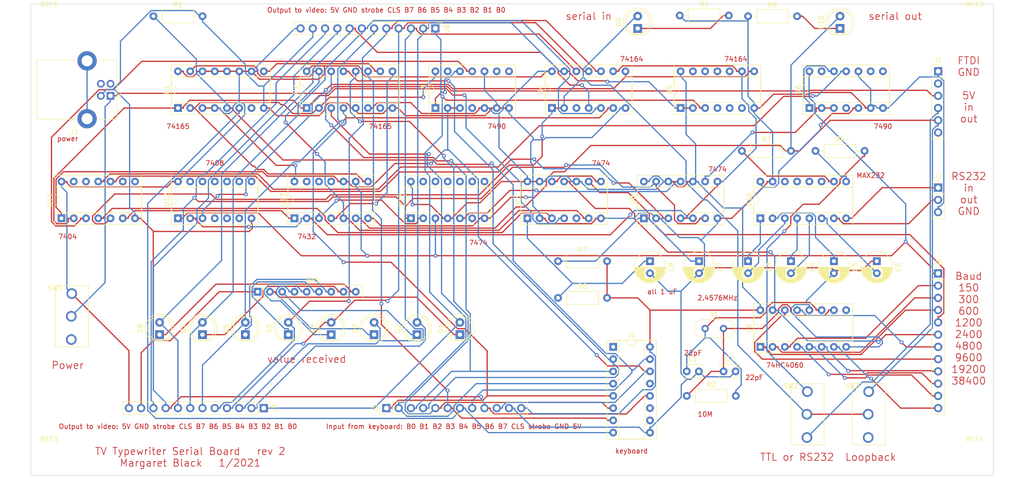
<source format=kicad_pcb>
(kicad_pcb (version 20171130) (host pcbnew 5.1.6-c6e7f7d~87~ubuntu16.04.1)
  (layers (0 F.Cu signal) (31 B.Cu signal) (34 B.Paste user) (35 F.Paste user) (36 B.SilkS user) (37 F.SilkS user) (38 B.Mask user) (39 F.Mask user) (44 Edge.Cuts user))
  (net 0 "")
  (net 1 GND)
  (net 2 "Net-(C1-Pad1)")
  (net 3 "Net-(C2-Pad1)")
  (net 4 "Net-(C3-Pad2)")
  (net 5 "Net-(C3-Pad1)")
  (net 6 "Net-(C4-Pad2)")
  (net 7 "Net-(C4-Pad1)")
  (net 8 "Net-(C5-Pad1)")
  (net 9 "Net-(C6-Pad2)")
  (net 10 "Net-(C7-Pad1)")
  (net 11 "Net-(C8-Pad1)")
  (net 12 B0_out)
  (net 13 "Net-(D1-Pad1)")
  (net 14 B1_out)
  (net 15 "Net-(D2-Pad1)")
  (net 16 B2_out)
  (net 17 "Net-(D3-Pad1)")
  (net 18 B3_out)
  (net 19 "Net-(D4-Pad1)")
  (net 20 B4_out)
  (net 21 "Net-(D5-Pad1)")
  (net 22 B5_out)
  (net 23 "Net-(D6-Pad1)")
  (net 24 B6_out)
  (net 25 "Net-(D7-Pad1)")
  (net 26 B7_out)
  (net 27 "Net-(D8-Pad1)")
  (net 28 serial_in_ttl)
  (net 29 "Net-(D9-Pad1)")
  (net 30 serial_out_ttl)
  (net 31 "Net-(D10-Pad1)")
  (net 32 "Net-(J1-Pad6)")
  (net 33 "Net-(J1-Pad4)")
  (net 34 "Net-(J1-Pad3)")
  (net 35 "Net-(J1-Pad2)")
  (net 36 "Net-(J2-Pad2)")
  (net 37 "Net-(J2-Pad1)")
  (net 38 +5V)
  (net 39 strobe_in)
  (net 40 CLS)
  (net 41 B7_in)
  (net 42 B6_in)
  (net 43 B5_in)
  (net 44 B4_in)
  (net 45 B3_in)
  (net 46 B2_in)
  (net 47 B1_in)
  (net 48 B0_in)
  (net 49 "Net-(J4-Pad13)")
  (net 50 "Net-(J4-Pad11)")
  (net 51 "Net-(J4-Pad10)")
  (net 52 "Net-(J4-Pad1)")
  (net 53 strobe_out)
  (net 54 "Net-(J6-Pad12)")
  (net 55 "Net-(J6-Pad11)")
  (net 56 "Net-(J6-Pad10)")
  (net 57 "Net-(J6-Pad9)")
  (net 58 "Net-(J6-Pad8)")
  (net 59 "Net-(J6-Pad7)")
  (net 60 "Net-(J6-Pad6)")
  (net 61 "Net-(J6-Pad5)")
  (net 62 "Net-(J6-Pad4)")
  (net 63 "Net-(J6-Pad3)")
  (net 64 "Net-(J6-Pad2)")
  (net 65 clock)
  (net 66 "Net-(J7-Pad5)")
  (net 67 "Net-(J7-Pad3)")
  (net 68 "Net-(J7-Pad2)")
  (net 69 "Net-(R3-Pad1)")
  (net 70 "Net-(R4-Pad2)")
  (net 71 "Net-(R4-Pad1)")
  (net 72 "Net-(U1-Pad15)")
  (net 73 "Net-(U1-Pad7)")
  (net 74 "Net-(U1-Pad2)")
  (net 75 "Net-(U1-Pad9)")
  (net 76 "Net-(U1-Pad1)")
  (net 77 "Net-(U2-Pad7)")
  (net 78 "Net-(U13-Pad4)")
  (net 79 "Net-(U3-Pad1)")
  (net 80 "Net-(U11-Pad3)")
  (net 81 "Net-(U3-Pad9)")
  (net 82 "Net-(U3-Pad8)")
  (net 83 "Net-(U12-Pad3)")
  (net 84 "Net-(U4-Pad3)")
  (net 85 "Net-(U4-Pad9)")
  (net 86 "Net-(U5-Pad6)")
  (net 87 "Net-(U5-Pad13)")
  (net 88 "Net-(U5-Pad5)")
  (net 89 "Net-(U5-Pad12)")
  (net 90 "Net-(U5-Pad4)")
  (net 91 "Net-(U5-Pad11)")
  (net 92 "Net-(U5-Pad10)")
  (net 93 "Net-(U6-Pad1)")
  (net 94 "Net-(U11-Pad11)")
  (net 95 "Net-(U6-Pad2)")
  (net 96 "Net-(U6-Pad9)")
  (net 97 "Net-(U6-Pad8)")
  (net 98 "Net-(U7-Pad12)")
  (net 99 "Net-(U7-Pad5)")
  (net 100 "Net-(U11-Pad4)")
  (net 101 "Net-(U12-Pad2)")
  (net 102 "Net-(U14-Pad5)")
  (net 103 "Net-(U11-Pad10)")
  (net 104 "Net-(U9-Pad9)")
  (net 105 "Net-(U10-Pad14)")
  (net 106 "Net-(U10-Pad13)")
  (net 107 "Net-(U10-Pad12)")
  (net 108 "Net-(U10-Pad11)")
  (net 109 "Net-(U11-Pad6)")
  (net 110 "Net-(U13-Pad3)")
  (net 111 "Net-(U14-Pad6)")
  (module Package_DIP:DIP-14_W7.62mm_Socket (layer F.Cu) (at 134.62 21.59 90)
    (fp_text reference U5 (at 3.81 -2.33 90) (layer F.SilkS))
    (fp_text value 74164)
    (pad 14 thru_hole oval (at 7.62 0 90) (size 1.6 1.6) (drill 0.8) (layers *.Cu *.Mask) (net 38 +5V))
    (pad 7 thru_hole oval (at 0 15.24 90) (size 1.6 1.6) (drill 0.8) (layers *.Cu *.Mask) (net 1 GND))
    (pad 13 thru_hole oval (at 7.62 2.54 90) (size 1.6 1.6) (drill 0.8) (layers *.Cu *.Mask) (net 87 "Net-(U5-Pad13)"))
    (pad 6 thru_hole oval (at 0 12.7 90) (size 1.6 1.6) (drill 0.8) (layers *.Cu *.Mask) (net 86 "Net-(U5-Pad6)"))
    (pad 12 thru_hole oval (at 7.62 5.08 90) (size 1.6 1.6) (drill 0.8) (layers *.Cu *.Mask) (net 89 "Net-(U5-Pad12)"))
    (pad 5 thru_hole oval (at 0 10.16 90) (size 1.6 1.6) (drill 0.8) (layers *.Cu *.Mask) (net 88 "Net-(U5-Pad5)"))
    (pad 11 thru_hole oval (at 7.62 7.62 90) (size 1.6 1.6) (drill 0.8) (layers *.Cu *.Mask) (net 91 "Net-(U5-Pad11)"))
    (pad 4 thru_hole oval (at 0 7.62 90) (size 1.6 1.6) (drill 0.8) (layers *.Cu *.Mask) (net 90 "Net-(U5-Pad4)"))
    (pad 10 thru_hole oval (at 7.62 10.16 90) (size 1.6 1.6) (drill 0.8) (layers *.Cu *.Mask) (net 92 "Net-(U5-Pad10)"))
    (pad 3 thru_hole oval (at 0 5.08 90) (size 1.6 1.6) (drill 0.8) (layers *.Cu *.Mask) (net 12 B0_out))
    (pad 9 thru_hole oval (at 7.62 12.7 90) (size 1.6 1.6) (drill 0.8) (layers *.Cu *.Mask) (net 85 "Net-(U4-Pad9)"))
    (pad 2 thru_hole oval (at 0 2.54 90) (size 1.6 1.6) (drill 0.8) (layers *.Cu *.Mask) (net 14 B1_out))
    (pad 8 thru_hole oval (at 7.62 15.24 90) (size 1.6 1.6) (drill 0.8) (layers *.Cu *.Mask) (net 83 "Net-(U12-Pad3)"))
    (pad 1 thru_hole rect (at 0 0 90) (size 1.6 1.6) (drill 0.8) (layers *.Cu *.Mask) (net 14 B1_out))
  )
  (module Package_DIP:DIP-14_W7.62mm_Socket (layer F.Cu) (at 107.95 21.59 90)
    (fp_text reference U4 (at 3.81 -2.33 90) (layer F.SilkS))
    (fp_text value 74164)
    (pad 14 thru_hole oval (at 7.62 0 90) (size 1.6 1.6) (drill 0.8) (layers *.Cu *.Mask) (net 38 +5V))
    (pad 7 thru_hole oval (at 0 15.24 90) (size 1.6 1.6) (drill 0.8) (layers *.Cu *.Mask) (net 1 GND))
    (pad 13 thru_hole oval (at 7.62 2.54 90) (size 1.6 1.6) (drill 0.8) (layers *.Cu *.Mask) (net 14 B1_out))
    (pad 6 thru_hole oval (at 0 12.7 90) (size 1.6 1.6) (drill 0.8) (layers *.Cu *.Mask) (net 22 B5_out))
    (pad 12 thru_hole oval (at 7.62 5.08 90) (size 1.6 1.6) (drill 0.8) (layers *.Cu *.Mask) (net 16 B2_out))
    (pad 5 thru_hole oval (at 0 10.16 90) (size 1.6 1.6) (drill 0.8) (layers *.Cu *.Mask) (net 24 B6_out))
    (pad 11 thru_hole oval (at 7.62 7.62 90) (size 1.6 1.6) (drill 0.8) (layers *.Cu *.Mask) (net 18 B3_out))
    (pad 4 thru_hole oval (at 0 7.62 90) (size 1.6 1.6) (drill 0.8) (layers *.Cu *.Mask) (net 26 B7_out))
    (pad 10 thru_hole oval (at 7.62 10.16 90) (size 1.6 1.6) (drill 0.8) (layers *.Cu *.Mask) (net 20 B4_out))
    (pad 3 thru_hole oval (at 0 5.08 90) (size 1.6 1.6) (drill 0.8) (layers *.Cu *.Mask) (net 84 "Net-(U4-Pad3)"))
    (pad 9 thru_hole oval (at 7.62 12.7 90) (size 1.6 1.6) (drill 0.8) (layers *.Cu *.Mask) (net 85 "Net-(U4-Pad9)"))
    (pad 2 thru_hole oval (at 0 2.54 90) (size 1.6 1.6) (drill 0.8) (layers *.Cu *.Mask) (net 28 serial_in_ttl))
    (pad 8 thru_hole oval (at 7.62 15.24 90) (size 1.6 1.6) (drill 0.8) (layers *.Cu *.Mask) (net 83 "Net-(U12-Pad3)"))
    (pad 1 thru_hole rect (at 0 0 90) (size 1.6 1.6) (drill 0.8) (layers *.Cu *.Mask) (net 28 serial_in_ttl))
  )
  (module MountingHole:MountingHole_2.7mm_M2.5 (layer F.Cu) (at 3.81 93.98)
    (fp_text reference REF3 (at 0 -3.7) (layer F.SilkS))
    (fp_text value MountingHole_2.7mm_M2.5)
    (pad 1 np_thru_hole circle (at 0 0) (size 2.7 2.7) (drill 2.7) (layers *.Cu *.Mask))
  )
  (module MountingHole:MountingHole_2.7mm_M2.5 (layer F.Cu) (at 195.58 93.98)
    (fp_text reference REF4 (at 0 -3.7) (layer F.SilkS))
    (fp_text value MountingHole_2.7mm_M2.5)
    (pad 1 np_thru_hole circle (at 0 0) (size 2.7 2.7) (drill 2.7) (layers *.Cu *.Mask))
  )
  (module MountingHole:MountingHole_2.7mm_M2.5 (layer F.Cu) (at 195.58 3.81)
    (fp_text reference REF2 (at 0 -3.7) (layer F.SilkS))
    (fp_text value MountingHole_2.7mm_M2.5)
    (pad 1 np_thru_hole circle (at 0 0) (size 2.7 2.7) (drill 2.7) (layers *.Cu *.Mask))
  )
  (module MountingHole:MountingHole_2.7mm_M2.5 (layer F.Cu) (at 3.81 3.81)
    (fp_text reference REF1 (at 0 -3.7) (layer F.SilkS))
    (fp_text value MountingHole_2.7mm_M2.5)
    (pad 1 np_thru_hole circle (at 0 0) (size 2.7 2.7) (drill 2.7) (layers *.Cu *.Mask))
  )
  (module Crystal:Crystal_HC52-6mm_Vertical (layer F.Cu) (at 139.7 67.31)
    (fp_text reference Y1 (at 1.9 -2.85) (layer F.SilkS))
    (fp_text value 2.4576MHz)
    (pad 2 thru_hole circle (at 3.8 0) (size 1.5 1.5) (drill 0.8) (layers *.Cu *.Mask) (net 3 "Net-(C2-Pad1)"))
    (pad 1 thru_hole circle (at 0 0) (size 1.5 1.5) (drill 0.8) (layers *.Cu *.Mask) (net 2 "Net-(C1-Pad1)"))
  )
  (module Package_DIP:DIP-14_W7.62mm_Socket (layer F.Cu) (at 78.74 44.45 90)
    (fp_text reference U14 (at 3.81 -2.33 90) (layer F.SilkS))
    (fp_text value 74LS74)
    (pad 14 thru_hole oval (at 7.62 0 90) (size 1.6 1.6) (drill 0.8) (layers *.Cu *.Mask) (net 38 +5V))
    (pad 7 thru_hole oval (at 0 15.24 90) (size 1.6 1.6) (drill 0.8) (layers *.Cu *.Mask) (net 1 GND))
    (pad 13 thru_hole oval (at 7.62 2.54 90) (size 1.6 1.6) (drill 0.8) (layers *.Cu *.Mask))
    (pad 6 thru_hole oval (at 0 12.7 90) (size 1.6 1.6) (drill 0.8) (layers *.Cu *.Mask) (net 111 "Net-(U14-Pad6)"))
    (pad 12 thru_hole oval (at 7.62 5.08 90) (size 1.6 1.6) (drill 0.8) (layers *.Cu *.Mask))
    (pad 5 thru_hole oval (at 0 10.16 90) (size 1.6 1.6) (drill 0.8) (layers *.Cu *.Mask) (net 102 "Net-(U14-Pad5)"))
    (pad 11 thru_hole oval (at 7.62 7.62 90) (size 1.6 1.6) (drill 0.8) (layers *.Cu *.Mask))
    (pad 4 thru_hole oval (at 0 7.62 90) (size 1.6 1.6) (drill 0.8) (layers *.Cu *.Mask) (net 38 +5V))
    (pad 10 thru_hole oval (at 7.62 10.16 90) (size 1.6 1.6) (drill 0.8) (layers *.Cu *.Mask))
    (pad 3 thru_hole oval (at 0 5.08 90) (size 1.6 1.6) (drill 0.8) (layers *.Cu *.Mask) (net 65 clock))
    (pad 9 thru_hole oval (at 7.62 12.7 90) (size 1.6 1.6) (drill 0.8) (layers *.Cu *.Mask))
    (pad 2 thru_hole oval (at 0 2.54 90) (size 1.6 1.6) (drill 0.8) (layers *.Cu *.Mask) (net 110 "Net-(U13-Pad3)"))
    (pad 8 thru_hole oval (at 7.62 15.24 90) (size 1.6 1.6) (drill 0.8) (layers *.Cu *.Mask))
    (pad 1 thru_hole rect (at 0 0 90) (size 1.6 1.6) (drill 0.8) (layers *.Cu *.Mask) (net 53 strobe_out))
  )
  (module Package_DIP:DIP-14_W7.62mm_Socket (layer F.Cu) (at 54.61 44.45 90)
    (fp_text reference U13 (at 3.81 -2.33 90) (layer F.SilkS))
    (fp_text value 74LS32)
    (pad 14 thru_hole oval (at 7.62 0 90) (size 1.6 1.6) (drill 0.8) (layers *.Cu *.Mask) (net 38 +5V))
    (pad 7 thru_hole oval (at 0 15.24 90) (size 1.6 1.6) (drill 0.8) (layers *.Cu *.Mask) (net 1 GND))
    (pad 13 thru_hole oval (at 7.62 2.54 90) (size 1.6 1.6) (drill 0.8) (layers *.Cu *.Mask))
    (pad 6 thru_hole oval (at 0 12.7 90) (size 1.6 1.6) (drill 0.8) (layers *.Cu *.Mask) (net 30 serial_out_ttl))
    (pad 12 thru_hole oval (at 7.62 5.08 90) (size 1.6 1.6) (drill 0.8) (layers *.Cu *.Mask))
    (pad 5 thru_hole oval (at 0 10.16 90) (size 1.6 1.6) (drill 0.8) (layers *.Cu *.Mask) (net 72 "Net-(U1-Pad15)"))
    (pad 11 thru_hole oval (at 7.62 7.62 90) (size 1.6 1.6) (drill 0.8) (layers *.Cu *.Mask))
    (pad 4 thru_hole oval (at 0 7.62 90) (size 1.6 1.6) (drill 0.8) (layers *.Cu *.Mask) (net 78 "Net-(U13-Pad4)"))
    (pad 10 thru_hole oval (at 7.62 10.16 90) (size 1.6 1.6) (drill 0.8) (layers *.Cu *.Mask) (net 39 strobe_in))
    (pad 3 thru_hole oval (at 0 5.08 90) (size 1.6 1.6) (drill 0.8) (layers *.Cu *.Mask) (net 110 "Net-(U13-Pad3)"))
    (pad 9 thru_hole oval (at 7.62 12.7 90) (size 1.6 1.6) (drill 0.8) (layers *.Cu *.Mask) (net 65 clock))
    (pad 2 thru_hole oval (at 0 2.54 90) (size 1.6 1.6) (drill 0.8) (layers *.Cu *.Mask) (net 101 "Net-(U12-Pad2)"))
    (pad 8 thru_hole oval (at 7.62 15.24 90) (size 1.6 1.6) (drill 0.8) (layers *.Cu *.Mask) (net 74 "Net-(U1-Pad2)"))
    (pad 1 thru_hole rect (at 0 0 90) (size 1.6 1.6) (drill 0.8) (layers *.Cu *.Mask) (net 109 "Net-(U11-Pad6)"))
  )
  (module Package_DIP:DIP-14_W7.62mm_Socket (layer F.Cu) (at 30.48 44.45 90)
    (fp_text reference U12 (at 3.81 -2.33 90) (layer F.SilkS))
    (fp_text value 74LS08)
    (pad 14 thru_hole oval (at 7.62 0 90) (size 1.6 1.6) (drill 0.8) (layers *.Cu *.Mask) (net 38 +5V))
    (pad 7 thru_hole oval (at 0 15.24 90) (size 1.6 1.6) (drill 0.8) (layers *.Cu *.Mask) (net 1 GND))
    (pad 13 thru_hole oval (at 7.62 2.54 90) (size 1.6 1.6) (drill 0.8) (layers *.Cu *.Mask))
    (pad 6 thru_hole oval (at 0 12.7 90) (size 1.6 1.6) (drill 0.8) (layers *.Cu *.Mask))
    (pad 12 thru_hole oval (at 7.62 5.08 90) (size 1.6 1.6) (drill 0.8) (layers *.Cu *.Mask))
    (pad 5 thru_hole oval (at 0 10.16 90) (size 1.6 1.6) (drill 0.8) (layers *.Cu *.Mask))
    (pad 11 thru_hole oval (at 7.62 7.62 90) (size 1.6 1.6) (drill 0.8) (layers *.Cu *.Mask))
    (pad 4 thru_hole oval (at 0 7.62 90) (size 1.6 1.6) (drill 0.8) (layers *.Cu *.Mask))
    (pad 10 thru_hole oval (at 7.62 10.16 90) (size 1.6 1.6) (drill 0.8) (layers *.Cu *.Mask))
    (pad 3 thru_hole oval (at 0 5.08 90) (size 1.6 1.6) (drill 0.8) (layers *.Cu *.Mask) (net 83 "Net-(U12-Pad3)"))
    (pad 9 thru_hole oval (at 7.62 12.7 90) (size 1.6 1.6) (drill 0.8) (layers *.Cu *.Mask))
    (pad 2 thru_hole oval (at 0 2.54 90) (size 1.6 1.6) (drill 0.8) (layers *.Cu *.Mask) (net 101 "Net-(U12-Pad2)"))
    (pad 8 thru_hole oval (at 7.62 15.24 90) (size 1.6 1.6) (drill 0.8) (layers *.Cu *.Mask))
    (pad 1 thru_hole rect (at 0 0 90) (size 1.6 1.6) (drill 0.8) (layers *.Cu *.Mask) (net 65 clock))
  )
  (module Package_DIP:DIP-14_W7.62mm_Socket (layer F.Cu) (at 6.35 44.45 90)
    (fp_text reference U11 (at 3.81 -2.33 90) (layer F.SilkS))
    (fp_text value 74LS04)
    (pad 14 thru_hole oval (at 7.62 0 90) (size 1.6 1.6) (drill 0.8) (layers *.Cu *.Mask) (net 38 +5V))
    (pad 7 thru_hole oval (at 0 15.24 90) (size 1.6 1.6) (drill 0.8) (layers *.Cu *.Mask) (net 1 GND))
    (pad 13 thru_hole oval (at 7.62 2.54 90) (size 1.6 1.6) (drill 0.8) (layers *.Cu *.Mask))
    (pad 6 thru_hole oval (at 0 12.7 90) (size 1.6 1.6) (drill 0.8) (layers *.Cu *.Mask) (net 109 "Net-(U11-Pad6)"))
    (pad 12 thru_hole oval (at 7.62 5.08 90) (size 1.6 1.6) (drill 0.8) (layers *.Cu *.Mask))
    (pad 5 thru_hole oval (at 0 10.16 90) (size 1.6 1.6) (drill 0.8) (layers *.Cu *.Mask) (net 28 serial_in_ttl))
    (pad 11 thru_hole oval (at 7.62 7.62 90) (size 1.6 1.6) (drill 0.8) (layers *.Cu *.Mask) (net 94 "Net-(U11-Pad11)"))
    (pad 4 thru_hole oval (at 0 7.62 90) (size 1.6 1.6) (drill 0.8) (layers *.Cu *.Mask) (net 100 "Net-(U11-Pad4)"))
    (pad 10 thru_hole oval (at 7.62 10.16 90) (size 1.6 1.6) (drill 0.8) (layers *.Cu *.Mask) (net 103 "Net-(U11-Pad10)"))
    (pad 3 thru_hole oval (at 0 5.08 90) (size 1.6 1.6) (drill 0.8) (layers *.Cu *.Mask) (net 80 "Net-(U11-Pad3)"))
    (pad 9 thru_hole oval (at 7.62 12.7 90) (size 1.6 1.6) (drill 0.8) (layers *.Cu *.Mask))
    (pad 2 thru_hole oval (at 0 2.54 90) (size 1.6 1.6) (drill 0.8) (layers *.Cu *.Mask) (net 76 "Net-(U1-Pad1)"))
    (pad 8 thru_hole oval (at 7.62 15.24 90) (size 1.6 1.6) (drill 0.8) (layers *.Cu *.Mask))
    (pad 1 thru_hole rect (at 0 0 90) (size 1.6 1.6) (drill 0.8) (layers *.Cu *.Mask) (net 39 strobe_in))
  )
  (module Package_DIP:DIP-16_W7.62mm_Socket (layer F.Cu) (at 151.13 44.45 90)
    (fp_text reference U10 (at 3.81 -2.33 90) (layer F.SilkS))
    (fp_text value MAX232)
    (pad 16 thru_hole oval (at 7.62 0 90) (size 1.6 1.6) (drill 0.8) (layers *.Cu *.Mask) (net 38 +5V))
    (pad 8 thru_hole oval (at 0 17.78 90) (size 1.6 1.6) (drill 0.8) (layers *.Cu *.Mask) (net 37 "Net-(J2-Pad1)"))
    (pad 15 thru_hole oval (at 7.62 2.54 90) (size 1.6 1.6) (drill 0.8) (layers *.Cu *.Mask) (net 1 GND))
    (pad 7 thru_hole oval (at 0 15.24 90) (size 1.6 1.6) (drill 0.8) (layers *.Cu *.Mask) (net 36 "Net-(J2-Pad2)"))
    (pad 14 thru_hole oval (at 7.62 5.08 90) (size 1.6 1.6) (drill 0.8) (layers *.Cu *.Mask) (net 105 "Net-(U10-Pad14)"))
    (pad 6 thru_hole oval (at 0 12.7 90) (size 1.6 1.6) (drill 0.8) (layers *.Cu *.Mask) (net 9 "Net-(C6-Pad2)"))
    (pad 13 thru_hole oval (at 7.62 7.62 90) (size 1.6 1.6) (drill 0.8) (layers *.Cu *.Mask) (net 106 "Net-(U10-Pad13)"))
    (pad 5 thru_hole oval (at 0 10.16 90) (size 1.6 1.6) (drill 0.8) (layers *.Cu *.Mask) (net 6 "Net-(C4-Pad2)"))
    (pad 12 thru_hole oval (at 7.62 10.16 90) (size 1.6 1.6) (drill 0.8) (layers *.Cu *.Mask) (net 107 "Net-(U10-Pad12)"))
    (pad 4 thru_hole oval (at 0 7.62 90) (size 1.6 1.6) (drill 0.8) (layers *.Cu *.Mask) (net 7 "Net-(C4-Pad1)"))
    (pad 11 thru_hole oval (at 7.62 12.7 90) (size 1.6 1.6) (drill 0.8) (layers *.Cu *.Mask) (net 108 "Net-(U10-Pad11)"))
    (pad 3 thru_hole oval (at 0 5.08 90) (size 1.6 1.6) (drill 0.8) (layers *.Cu *.Mask) (net 4 "Net-(C3-Pad2)"))
    (pad 10 thru_hole oval (at 7.62 15.24 90) (size 1.6 1.6) (drill 0.8) (layers *.Cu *.Mask) (net 69 "Net-(R3-Pad1)"))
    (pad 2 thru_hole oval (at 0 2.54 90) (size 1.6 1.6) (drill 0.8) (layers *.Cu *.Mask) (net 8 "Net-(C5-Pad1)"))
    (pad 9 thru_hole oval (at 7.62 17.78 90) (size 1.6 1.6) (drill 0.8) (layers *.Cu *.Mask) (net 71 "Net-(R4-Pad1)"))
    (pad 1 thru_hole rect (at 0 0 90) (size 1.6 1.6) (drill 0.8) (layers *.Cu *.Mask) (net 5 "Net-(C3-Pad1)"))
  )
  (module Package_DIP:DIP-16_W7.62mm_Socket (layer F.Cu) (at 151.13 71.12 90)
    (fp_text reference U9 (at 3.81 -2.33 90) (layer F.SilkS))
    (fp_text value 74HC4060)
    (pad 16 thru_hole oval (at 7.62 0 90) (size 1.6 1.6) (drill 0.8) (layers *.Cu *.Mask) (net 38 +5V))
    (pad 8 thru_hole oval (at 0 17.78 90) (size 1.6 1.6) (drill 0.8) (layers *.Cu *.Mask) (net 1 GND))
    (pad 15 thru_hole oval (at 7.62 2.54 90) (size 1.6 1.6) (drill 0.8) (layers *.Cu *.Mask) (net 60 "Net-(J6-Pad6)"))
    (pad 7 thru_hole oval (at 0 15.24 90) (size 1.6 1.6) (drill 0.8) (layers *.Cu *.Mask) (net 54 "Net-(J6-Pad12)"))
    (pad 14 thru_hole oval (at 7.62 5.08 90) (size 1.6 1.6) (drill 0.8) (layers *.Cu *.Mask) (net 58 "Net-(J6-Pad8)"))
    (pad 6 thru_hole oval (at 0 12.7 90) (size 1.6 1.6) (drill 0.8) (layers *.Cu *.Mask) (net 57 "Net-(J6-Pad9)"))
    (pad 13 thru_hole oval (at 7.62 7.62 90) (size 1.6 1.6) (drill 0.8) (layers *.Cu *.Mask) (net 59 "Net-(J6-Pad7)"))
    (pad 5 thru_hole oval (at 0 10.16 90) (size 1.6 1.6) (drill 0.8) (layers *.Cu *.Mask) (net 55 "Net-(J6-Pad11)"))
    (pad 12 thru_hole oval (at 7.62 10.16 90) (size 1.6 1.6) (drill 0.8) (layers *.Cu *.Mask) (net 1 GND))
    (pad 4 thru_hole oval (at 0 7.62 90) (size 1.6 1.6) (drill 0.8) (layers *.Cu *.Mask) (net 56 "Net-(J6-Pad10)"))
    (pad 11 thru_hole oval (at 7.62 12.7 90) (size 1.6 1.6) (drill 0.8) (layers *.Cu *.Mask) (net 2 "Net-(C1-Pad1)"))
    (pad 3 thru_hole oval (at 0 5.08 90) (size 1.6 1.6) (drill 0.8) (layers *.Cu *.Mask) (net 64 "Net-(J6-Pad2)"))
    (pad 10 thru_hole oval (at 7.62 15.24 90) (size 1.6 1.6) (drill 0.8) (layers *.Cu *.Mask) (net 3 "Net-(C2-Pad1)"))
    (pad 2 thru_hole oval (at 0 2.54 90) (size 1.6 1.6) (drill 0.8) (layers *.Cu *.Mask) (net 63 "Net-(J6-Pad3)"))
    (pad 9 thru_hole oval (at 7.62 17.78 90) (size 1.6 1.6) (drill 0.8) (layers *.Cu *.Mask) (net 104 "Net-(U9-Pad9)"))
    (pad 1 thru_hole rect (at 0 0 90) (size 1.6 1.6) (drill 0.8) (layers *.Cu *.Mask) (net 62 "Net-(J6-Pad4)"))
  )
  (module Package_DIP:DIP-14_W7.62mm_Socket (layer F.Cu) (at 127 44.45 90)
    (fp_text reference U8 (at 3.81 -2.33 90) (layer F.SilkS))
    (fp_text value 74LS74)
    (pad 14 thru_hole oval (at 7.62 0 90) (size 1.6 1.6) (drill 0.8) (layers *.Cu *.Mask) (net 38 +5V))
    (pad 7 thru_hole oval (at 0 15.24 90) (size 1.6 1.6) (drill 0.8) (layers *.Cu *.Mask) (net 1 GND))
    (pad 13 thru_hole oval (at 7.62 2.54 90) (size 1.6 1.6) (drill 0.8) (layers *.Cu *.Mask) (net 53 strobe_out))
    (pad 6 thru_hole oval (at 0 12.7 90) (size 1.6 1.6) (drill 0.8) (layers *.Cu *.Mask) (net 53 strobe_out))
    (pad 12 thru_hole oval (at 7.62 5.08 90) (size 1.6 1.6) (drill 0.8) (layers *.Cu *.Mask) (net 38 +5V))
    (pad 5 thru_hole oval (at 0 10.16 90) (size 1.6 1.6) (drill 0.8) (layers *.Cu *.Mask) (net 101 "Net-(U12-Pad2)"))
    (pad 11 thru_hole oval (at 7.62 7.62 90) (size 1.6 1.6) (drill 0.8) (layers *.Cu *.Mask) (net 102 "Net-(U14-Pad5)"))
    (pad 4 thru_hole oval (at 0 7.62 90) (size 1.6 1.6) (drill 0.8) (layers *.Cu *.Mask) (net 85 "Net-(U4-Pad9)"))
    (pad 10 thru_hole oval (at 7.62 10.16 90) (size 1.6 1.6) (drill 0.8) (layers *.Cu *.Mask) (net 38 +5V))
    (pad 3 thru_hole oval (at 0 5.08 90) (size 1.6 1.6) (drill 0.8) (layers *.Cu *.Mask) (net 103 "Net-(U11-Pad10)"))
    (pad 9 thru_hole oval (at 7.62 12.7 90) (size 1.6 1.6) (drill 0.8) (layers *.Cu *.Mask) (net 95 "Net-(U6-Pad2)"))
    (pad 2 thru_hole oval (at 0 2.54 90) (size 1.6 1.6) (drill 0.8) (layers *.Cu *.Mask) (net 1 GND))
    (pad 8 thru_hole oval (at 7.62 15.24 90) (size 1.6 1.6) (drill 0.8) (layers *.Cu *.Mask) (net 85 "Net-(U4-Pad9)"))
    (pad 1 thru_hole rect (at 0 0 90) (size 1.6 1.6) (drill 0.8) (layers *.Cu *.Mask) (net 10 "Net-(C7-Pad1)"))
  )
  (module Package_DIP:DIP-14_W7.62mm_Socket (layer F.Cu) (at 102.87 44.45 90)
    (fp_text reference U7 (at 3.81 -2.33 90) (layer F.SilkS))
    (fp_text value 74LS74)
    (pad 14 thru_hole oval (at 7.62 0 90) (size 1.6 1.6) (drill 0.8) (layers *.Cu *.Mask) (net 38 +5V))
    (pad 7 thru_hole oval (at 0 15.24 90) (size 1.6 1.6) (drill 0.8) (layers *.Cu *.Mask) (net 1 GND))
    (pad 13 thru_hole oval (at 7.62 2.54 90) (size 1.6 1.6) (drill 0.8) (layers *.Cu *.Mask) (net 38 +5V))
    (pad 6 thru_hole oval (at 0 12.7 90) (size 1.6 1.6) (drill 0.8) (layers *.Cu *.Mask) (net 72 "Net-(U1-Pad15)"))
    (pad 12 thru_hole oval (at 7.62 5.08 90) (size 1.6 1.6) (drill 0.8) (layers *.Cu *.Mask) (net 98 "Net-(U7-Pad12)"))
    (pad 5 thru_hole oval (at 0 10.16 90) (size 1.6 1.6) (drill 0.8) (layers *.Cu *.Mask) (net 99 "Net-(U7-Pad5)"))
    (pad 11 thru_hole oval (at 7.62 7.62 90) (size 1.6 1.6) (drill 0.8) (layers *.Cu *.Mask) (net 60 "Net-(J6-Pad6)"))
    (pad 4 thru_hole oval (at 0 7.62 90) (size 1.6 1.6) (drill 0.8) (layers *.Cu *.Mask) (net 76 "Net-(U1-Pad1)"))
    (pad 10 thru_hole oval (at 7.62 10.16 90) (size 1.6 1.6) (drill 0.8) (layers *.Cu *.Mask) (net 38 +5V))
    (pad 3 thru_hole oval (at 0 5.08 90) (size 1.6 1.6) (drill 0.8) (layers *.Cu *.Mask) (net 100 "Net-(U11-Pad4)"))
    (pad 9 thru_hole oval (at 7.62 12.7 90) (size 1.6 1.6) (drill 0.8) (layers *.Cu *.Mask) (net 61 "Net-(J6-Pad5)"))
    (pad 2 thru_hole oval (at 0 2.54 90) (size 1.6 1.6) (drill 0.8) (layers *.Cu *.Mask) (net 1 GND))
    (pad 8 thru_hole oval (at 7.62 15.24 90) (size 1.6 1.6) (drill 0.8) (layers *.Cu *.Mask) (net 98 "Net-(U7-Pad12)"))
    (pad 1 thru_hole rect (at 0 0 90) (size 1.6 1.6) (drill 0.8) (layers *.Cu *.Mask) (net 11 "Net-(C8-Pad1)"))
  )
  (module Package_DIP:DIP-14_W7.62mm_Socket (layer F.Cu) (at 161.29 21.59 90)
    (fp_text reference U6 (at 3.81 -2.33 90) (layer F.SilkS))
    (fp_text value 74LS90)
    (pad 14 thru_hole oval (at 7.62 0 90) (size 1.6 1.6) (drill 0.8) (layers *.Cu *.Mask) (net 65 clock))
    (pad 7 thru_hole oval (at 0 15.24 90) (size 1.6 1.6) (drill 0.8) (layers *.Cu *.Mask) (net 1 GND))
    (pad 13 thru_hole oval (at 7.62 2.54 90) (size 1.6 1.6) (drill 0.8) (layers *.Cu *.Mask))
    (pad 6 thru_hole oval (at 0 12.7 90) (size 1.6 1.6) (drill 0.8) (layers *.Cu *.Mask) (net 1 GND))
    (pad 12 thru_hole oval (at 7.62 5.08 90) (size 1.6 1.6) (drill 0.8) (layers *.Cu *.Mask) (net 93 "Net-(U6-Pad1)"))
    (pad 5 thru_hole oval (at 0 10.16 90) (size 1.6 1.6) (drill 0.8) (layers *.Cu *.Mask) (net 38 +5V))
    (pad 11 thru_hole oval (at 7.62 7.62 90) (size 1.6 1.6) (drill 0.8) (layers *.Cu *.Mask) (net 94 "Net-(U11-Pad11)"))
    (pad 4 thru_hole oval (at 0 7.62 90) (size 1.6 1.6) (drill 0.8) (layers *.Cu *.Mask))
    (pad 10 thru_hole oval (at 7.62 10.16 90) (size 1.6 1.6) (drill 0.8) (layers *.Cu *.Mask) (net 1 GND))
    (pad 3 thru_hole oval (at 0 5.08 90) (size 1.6 1.6) (drill 0.8) (layers *.Cu *.Mask) (net 95 "Net-(U6-Pad2)"))
    (pad 9 thru_hole oval (at 7.62 12.7 90) (size 1.6 1.6) (drill 0.8) (layers *.Cu *.Mask) (net 96 "Net-(U6-Pad9)"))
    (pad 2 thru_hole oval (at 0 2.54 90) (size 1.6 1.6) (drill 0.8) (layers *.Cu *.Mask) (net 95 "Net-(U6-Pad2)"))
    (pad 8 thru_hole oval (at 7.62 15.24 90) (size 1.6 1.6) (drill 0.8) (layers *.Cu *.Mask) (net 97 "Net-(U6-Pad8)"))
    (pad 1 thru_hole rect (at 0 0 90) (size 1.6 1.6) (drill 0.8) (layers *.Cu *.Mask) (net 93 "Net-(U6-Pad1)"))
  )
  (module Package_DIP:DIP-14_W7.62mm_Socket (layer F.Cu) (at 83.82 21.59 90)
    (fp_text reference U3 (at 3.81 -2.33 90) (layer F.SilkS))
    (fp_text value 74LS90)
    (pad 14 thru_hole oval (at 7.62 0 90) (size 1.6 1.6) (drill 0.8) (layers *.Cu *.Mask) (net 74 "Net-(U1-Pad2)"))
    (pad 7 thru_hole oval (at 0 15.24 90) (size 1.6 1.6) (drill 0.8) (layers *.Cu *.Mask) (net 1 GND))
    (pad 13 thru_hole oval (at 7.62 2.54 90) (size 1.6 1.6) (drill 0.8) (layers *.Cu *.Mask))
    (pad 6 thru_hole oval (at 0 12.7 90) (size 1.6 1.6) (drill 0.8) (layers *.Cu *.Mask) (net 1 GND))
    (pad 12 thru_hole oval (at 7.62 5.08 90) (size 1.6 1.6) (drill 0.8) (layers *.Cu *.Mask) (net 79 "Net-(U3-Pad1)"))
    (pad 5 thru_hole oval (at 0 10.16 90) (size 1.6 1.6) (drill 0.8) (layers *.Cu *.Mask) (net 38 +5V))
    (pad 11 thru_hole oval (at 7.62 7.62 90) (size 1.6 1.6) (drill 0.8) (layers *.Cu *.Mask) (net 80 "Net-(U11-Pad3)"))
    (pad 4 thru_hole oval (at 0 7.62 90) (size 1.6 1.6) (drill 0.8) (layers *.Cu *.Mask))
    (pad 10 thru_hole oval (at 7.62 10.16 90) (size 1.6 1.6) (drill 0.8) (layers *.Cu *.Mask) (net 1 GND))
    (pad 3 thru_hole oval (at 0 5.08 90) (size 1.6 1.6) (drill 0.8) (layers *.Cu *.Mask) (net 39 strobe_in))
    (pad 9 thru_hole oval (at 7.62 12.7 90) (size 1.6 1.6) (drill 0.8) (layers *.Cu *.Mask) (net 81 "Net-(U3-Pad9)"))
    (pad 2 thru_hole oval (at 0 2.54 90) (size 1.6 1.6) (drill 0.8) (layers *.Cu *.Mask) (net 39 strobe_in))
    (pad 8 thru_hole oval (at 7.62 15.24 90) (size 1.6 1.6) (drill 0.8) (layers *.Cu *.Mask) (net 82 "Net-(U3-Pad8)"))
    (pad 1 thru_hole rect (at 0 0 90) (size 1.6 1.6) (drill 0.8) (layers *.Cu *.Mask) (net 79 "Net-(U3-Pad1)"))
  )
  (module Package_DIP:DIP-16_W7.62mm_Socket (layer F.Cu) (at 57.15 21.59 90)
    (fp_text reference U2 (at 3.81 -2.33 90) (layer F.SilkS))
    (fp_text value 74LS165)
    (pad 16 thru_hole oval (at 7.62 0 90) (size 1.6 1.6) (drill 0.8) (layers *.Cu *.Mask) (net 38 +5V))
    (pad 8 thru_hole oval (at 0 17.78 90) (size 1.6 1.6) (drill 0.8) (layers *.Cu *.Mask) (net 1 GND))
    (pad 15 thru_hole oval (at 7.62 2.54 90) (size 1.6 1.6) (drill 0.8) (layers *.Cu *.Mask) (net 72 "Net-(U1-Pad15)"))
    (pad 7 thru_hole oval (at 0 15.24 90) (size 1.6 1.6) (drill 0.8) (layers *.Cu *.Mask) (net 77 "Net-(U2-Pad7)"))
    (pad 14 thru_hole oval (at 7.62 5.08 90) (size 1.6 1.6) (drill 0.8) (layers *.Cu *.Mask) (net 46 B2_in))
    (pad 6 thru_hole oval (at 0 12.7 90) (size 1.6 1.6) (drill 0.8) (layers *.Cu *.Mask) (net 38 +5V))
    (pad 13 thru_hole oval (at 7.62 7.62 90) (size 1.6 1.6) (drill 0.8) (layers *.Cu *.Mask) (net 45 B3_in))
    (pad 5 thru_hole oval (at 0 10.16 90) (size 1.6 1.6) (drill 0.8) (layers *.Cu *.Mask) (net 1 GND))
    (pad 12 thru_hole oval (at 7.62 10.16 90) (size 1.6 1.6) (drill 0.8) (layers *.Cu *.Mask) (net 44 B4_in))
    (pad 4 thru_hole oval (at 0 7.62 90) (size 1.6 1.6) (drill 0.8) (layers *.Cu *.Mask) (net 48 B0_in))
    (pad 11 thru_hole oval (at 7.62 12.7 90) (size 1.6 1.6) (drill 0.8) (layers *.Cu *.Mask) (net 43 B5_in))
    (pad 3 thru_hole oval (at 0 5.08 90) (size 1.6 1.6) (drill 0.8) (layers *.Cu *.Mask) (net 47 B1_in))
    (pad 10 thru_hole oval (at 7.62 15.24 90) (size 1.6 1.6) (drill 0.8) (layers *.Cu *.Mask) (net 75 "Net-(U1-Pad9)"))
    (pad 2 thru_hole oval (at 0 2.54 90) (size 1.6 1.6) (drill 0.8) (layers *.Cu *.Mask) (net 74 "Net-(U1-Pad2)"))
    (pad 9 thru_hole oval (at 7.62 17.78 90) (size 1.6 1.6) (drill 0.8) (layers *.Cu *.Mask) (net 78 "Net-(U13-Pad4)"))
    (pad 1 thru_hole rect (at 0 0 90) (size 1.6 1.6) (drill 0.8) (layers *.Cu *.Mask) (net 76 "Net-(U1-Pad1)"))
  )
  (module Package_DIP:DIP-16_W7.62mm_Socket (layer F.Cu) (at 30.48 21.59 90)
    (fp_text reference U1 (at 3.81 -2.33 90) (layer F.SilkS))
    (fp_text value 74LS165)
    (pad 16 thru_hole oval (at 7.62 0 90) (size 1.6 1.6) (drill 0.8) (layers *.Cu *.Mask) (net 38 +5V))
    (pad 8 thru_hole oval (at 0 17.78 90) (size 1.6 1.6) (drill 0.8) (layers *.Cu *.Mask) (net 1 GND))
    (pad 15 thru_hole oval (at 7.62 2.54 90) (size 1.6 1.6) (drill 0.8) (layers *.Cu *.Mask) (net 72 "Net-(U1-Pad15)"))
    (pad 7 thru_hole oval (at 0 15.24 90) (size 1.6 1.6) (drill 0.8) (layers *.Cu *.Mask) (net 73 "Net-(U1-Pad7)"))
    (pad 14 thru_hole oval (at 7.62 5.08 90) (size 1.6 1.6) (drill 0.8) (layers *.Cu *.Mask) (net 38 +5V))
    (pad 6 thru_hole oval (at 0 12.7 90) (size 1.6 1.6) (drill 0.8) (layers *.Cu *.Mask) (net 42 B6_in))
    (pad 13 thru_hole oval (at 7.62 7.62 90) (size 1.6 1.6) (drill 0.8) (layers *.Cu *.Mask) (net 38 +5V))
    (pad 5 thru_hole oval (at 0 10.16 90) (size 1.6 1.6) (drill 0.8) (layers *.Cu *.Mask) (net 41 B7_in))
    (pad 12 thru_hole oval (at 7.62 10.16 90) (size 1.6 1.6) (drill 0.8) (layers *.Cu *.Mask) (net 38 +5V))
    (pad 4 thru_hole oval (at 0 7.62 90) (size 1.6 1.6) (drill 0.8) (layers *.Cu *.Mask) (net 38 +5V))
    (pad 11 thru_hole oval (at 7.62 12.7 90) (size 1.6 1.6) (drill 0.8) (layers *.Cu *.Mask) (net 38 +5V))
    (pad 3 thru_hole oval (at 0 5.08 90) (size 1.6 1.6) (drill 0.8) (layers *.Cu *.Mask) (net 38 +5V))
    (pad 10 thru_hole oval (at 7.62 15.24 90) (size 1.6 1.6) (drill 0.8) (layers *.Cu *.Mask) (net 38 +5V))
    (pad 2 thru_hole oval (at 0 2.54 90) (size 1.6 1.6) (drill 0.8) (layers *.Cu *.Mask) (net 74 "Net-(U1-Pad2)"))
    (pad 9 thru_hole oval (at 7.62 17.78 90) (size 1.6 1.6) (drill 0.8) (layers *.Cu *.Mask) (net 75 "Net-(U1-Pad9)"))
    (pad 1 thru_hole rect (at 0 0 90) (size 1.6 1.6) (drill 0.8) (layers *.Cu *.Mask) (net 76 "Net-(U1-Pad1)"))
  )
  (module riscy:SPDT_toggle_switch_jameco_pcb_mounting (layer F.Cu) (at 170.18 78.74)
    (fp_text reference SW3 (at 0 0.5) (layer F.SilkS))
    (fp_text value loopback)
    (pad 2 thru_hole circle (at 3.302 6.35) (size 2.2 2.2) (drill 1.5) (layers *.Cu *.Mask) (net 28 serial_in_ttl))
    (pad 3 thru_hole circle (at 3.302 11.176) (size 2.2 2.2) (drill 1.5) (layers *.Cu *.Mask))
    (pad 1 thru_hole circle (at 3.4 1.65) (size 2.2 2.2) (drill 1.5) (layers *.Cu *.Mask) (net 30 serial_out_ttl))
  )
  (module riscy:SPDT_toggle_switch_jameco_pcb_mounting (layer F.Cu) (at 157.48 78.74)
    (fp_text reference SW2 (at 0 0.5) (layer F.SilkS))
    (fp_text value TTLorRS232)
    (pad 2 thru_hole circle (at 3.302 6.35) (size 2.2 2.2) (drill 1.5) (layers *.Cu *.Mask) (net 28 serial_in_ttl))
    (pad 3 thru_hole circle (at 3.302 11.176) (size 2.2 2.2) (drill 1.5) (layers *.Cu *.Mask) (net 33 "Net-(J1-Pad4)"))
    (pad 1 thru_hole circle (at 3.4 1.65) (size 2.2 2.2) (drill 1.5) (layers *.Cu *.Mask) (net 70 "Net-(R4-Pad2)"))
  )
  (module riscy:SPDT_toggle_switch_jameco_pcb_mounting (layer F.Cu) (at 5.08 58.42)
    (fp_text reference SW1 (at 0 0.5) (layer F.SilkS))
    (fp_text value POWER)
    (pad 2 thru_hole circle (at 3.302 6.35) (size 2.2 2.2) (drill 1.5) (layers *.Cu *.Mask) (net 34 "Net-(J1-Pad3)"))
    (pad 3 thru_hole circle (at 3.302 11.176) (size 2.2 2.2) (drill 1.5) (layers *.Cu *.Mask))
    (pad 1 thru_hole circle (at 3.4 1.65) (size 2.2 2.2) (drill 1.5) (layers *.Cu *.Mask) (net 38 +5V))
  )
  (module Resistor_THT:R_Array_SIP9 (layer F.Cu) (at 46.99 59.69)
    (fp_text reference RN1 (at 11.43 -2.4) (layer F.SilkS))
    (fp_text value 1k)
    (pad 9 thru_hole oval (at 20.32 0) (size 1.6 1.6) (drill 0.8) (layers *.Cu *.Mask) (net 27 "Net-(D8-Pad1)"))
    (pad 8 thru_hole oval (at 17.78 0) (size 1.6 1.6) (drill 0.8) (layers *.Cu *.Mask) (net 25 "Net-(D7-Pad1)"))
    (pad 7 thru_hole oval (at 15.24 0) (size 1.6 1.6) (drill 0.8) (layers *.Cu *.Mask) (net 23 "Net-(D6-Pad1)"))
    (pad 6 thru_hole oval (at 12.7 0) (size 1.6 1.6) (drill 0.8) (layers *.Cu *.Mask) (net 21 "Net-(D5-Pad1)"))
    (pad 5 thru_hole oval (at 10.16 0) (size 1.6 1.6) (drill 0.8) (layers *.Cu *.Mask) (net 19 "Net-(D4-Pad1)"))
    (pad 4 thru_hole oval (at 7.62 0) (size 1.6 1.6) (drill 0.8) (layers *.Cu *.Mask) (net 17 "Net-(D3-Pad1)"))
    (pad 3 thru_hole oval (at 5.08 0) (size 1.6 1.6) (drill 0.8) (layers *.Cu *.Mask) (net 15 "Net-(D2-Pad1)"))
    (pad 2 thru_hole oval (at 2.54 0) (size 1.6 1.6) (drill 0.8) (layers *.Cu *.Mask) (net 13 "Net-(D1-Pad1)"))
    (pad 1 thru_hole rect (at 0 0) (size 1.6 1.6) (drill 0.8) (layers *.Cu *.Mask) (net 1 GND))
  )
  (module Resistor_THT:R_Axial_DIN0207_L6.3mm_D2.5mm_P10.16mm_Horizontal (layer F.Cu) (at 109.22 60.96)
    (fp_text reference R8 (at 5.08 -2.37) (layer F.SilkS))
    (fp_text value 1k)
    (pad 2 thru_hole oval (at 10.16 0) (size 1.6 1.6) (drill 0.8) (layers *.Cu *.Mask) (net 38 +5V))
    (pad 1 thru_hole circle (at 0 0) (size 1.6 1.6) (drill 0.8) (layers *.Cu *.Mask) (net 11 "Net-(C8-Pad1)"))
  )
  (module Resistor_THT:R_Axial_DIN0207_L6.3mm_D2.5mm_P10.16mm_Horizontal (layer F.Cu) (at 109.22 53.34)
    (fp_text reference R7 (at 5.08 -2.37) (layer F.SilkS))
    (fp_text value 1k)
    (pad 2 thru_hole oval (at 10.16 0) (size 1.6 1.6) (drill 0.8) (layers *.Cu *.Mask) (net 38 +5V))
    (pad 1 thru_hole circle (at 0 0) (size 1.6 1.6) (drill 0.8) (layers *.Cu *.Mask) (net 10 "Net-(C7-Pad1)"))
  )
  (module Resistor_THT:R_Axial_DIN0207_L6.3mm_D2.5mm_P10.16mm_Horizontal (layer F.Cu) (at 148.59 2.54)
    (fp_text reference R6 (at 5.08 -2.37) (layer F.SilkS))
    (fp_text value 1k)
    (pad 2 thru_hole oval (at 10.16 0) (size 1.6 1.6) (drill 0.8) (layers *.Cu *.Mask) (net 31 "Net-(D10-Pad1)"))
    (pad 1 thru_hole circle (at 0 0) (size 1.6 1.6) (drill 0.8) (layers *.Cu *.Mask) (net 1 GND))
  )
  (module Resistor_THT:R_Axial_DIN0207_L6.3mm_D2.5mm_P10.16mm_Horizontal (layer F.Cu) (at 134.43 2.4)
    (fp_text reference R5 (at 5.08 -2.37) (layer F.SilkS))
    (fp_text value 1k)
    (pad 2 thru_hole oval (at 10.16 0) (size 1.6 1.6) (drill 0.8) (layers *.Cu *.Mask) (net 29 "Net-(D9-Pad1)"))
    (pad 1 thru_hole circle (at 0 0) (size 1.6 1.6) (drill 0.8) (layers *.Cu *.Mask) (net 1 GND))
  )
  (module Resistor_THT:R_Axial_DIN0207_L6.3mm_D2.5mm_P10.16mm_Horizontal (layer F.Cu) (at 162.56 30.48)
    (fp_text reference R4 (at 5.08 -2.37) (layer F.SilkS))
    (fp_text value 1k)
    (pad 2 thru_hole oval (at 10.16 0) (size 1.6 1.6) (drill 0.8) (layers *.Cu *.Mask) (net 70 "Net-(R4-Pad2)"))
    (pad 1 thru_hole circle (at 0 0) (size 1.6 1.6) (drill 0.8) (layers *.Cu *.Mask) (net 71 "Net-(R4-Pad1)"))
  )
  (module Resistor_THT:R_Axial_DIN0207_L6.3mm_D2.5mm_P10.16mm_Horizontal (layer F.Cu) (at 147.32 30.48)
    (fp_text reference R3 (at 5.08 -2.37) (layer F.SilkS))
    (fp_text value 1k)
    (pad 2 thru_hole oval (at 10.16 0) (size 1.6 1.6) (drill 0.8) (layers *.Cu *.Mask) (net 30 serial_out_ttl))
    (pad 1 thru_hole circle (at 0 0) (size 1.6 1.6) (drill 0.8) (layers *.Cu *.Mask) (net 69 "Net-(R3-Pad1)"))
  )
  (module Resistor_THT:R_Axial_DIN0207_L6.3mm_D2.5mm_P10.16mm_Horizontal (layer F.Cu) (at 135.89 81.28)
    (fp_text reference R2 (at 5.08 -2.37) (layer F.SilkS))
    (fp_text value 10M)
    (pad 2 thru_hole oval (at 10.16 0) (size 1.6 1.6) (drill 0.8) (layers *.Cu *.Mask) (net 2 "Net-(C1-Pad1)"))
    (pad 1 thru_hole circle (at 0 0) (size 1.6 1.6) (drill 0.8) (layers *.Cu *.Mask) (net 3 "Net-(C2-Pad1)"))
  )
  (module Resistor_THT:R_Axial_DIN0207_L6.3mm_D2.5mm_P10.16mm_Horizontal (layer F.Cu) (at 25.4 2.54)
    (fp_text reference R1 (at 5.08 -2.37) (layer F.SilkS))
    (fp_text value 1k)
    (pad 2 thru_hole oval (at 10.16 0) (size 1.6 1.6) (drill 0.8) (layers *.Cu *.Mask) (net 1 GND))
    (pad 1 thru_hole circle (at 0 0) (size 1.6 1.6) (drill 0.8) (layers *.Cu *.Mask) (net 41 B7_in))
  )
  (module Connector_PinHeader_2.54mm:PinHeader_1x12_P2.54mm_Vertical (layer F.Cu) (at 83.82 5.08 270)
    (fp_text reference J8 (at 0 -2.33 90) (layer F.SilkS))
    (fp_text value video)
    (pad 12 thru_hole oval (at 0 27.94 270) (size 1.7 1.7) (drill 1) (layers *.Cu *.Mask) (net 38 +5V))
    (pad 11 thru_hole oval (at 0 25.4 270) (size 1.7 1.7) (drill 1) (layers *.Cu *.Mask) (net 1 GND))
    (pad 10 thru_hole oval (at 0 22.86 270) (size 1.7 1.7) (drill 1) (layers *.Cu *.Mask) (net 53 strobe_out))
    (pad 9 thru_hole oval (at 0 20.32 270) (size 1.7 1.7) (drill 1) (layers *.Cu *.Mask) (net 40 CLS))
    (pad 8 thru_hole oval (at 0 17.78 270) (size 1.7 1.7) (drill 1) (layers *.Cu *.Mask) (net 26 B7_out))
    (pad 7 thru_hole oval (at 0 15.24 270) (size 1.7 1.7) (drill 1) (layers *.Cu *.Mask) (net 24 B6_out))
    (pad 6 thru_hole oval (at 0 12.7 270) (size 1.7 1.7) (drill 1) (layers *.Cu *.Mask) (net 22 B5_out))
    (pad 5 thru_hole oval (at 0 10.16 270) (size 1.7 1.7) (drill 1) (layers *.Cu *.Mask) (net 20 B4_out))
    (pad 4 thru_hole oval (at 0 7.62 270) (size 1.7 1.7) (drill 1) (layers *.Cu *.Mask) (net 18 B3_out))
    (pad 3 thru_hole oval (at 0 5.08 270) (size 1.7 1.7) (drill 1) (layers *.Cu *.Mask) (net 16 B2_out))
    (pad 2 thru_hole oval (at 0 2.54 270) (size 1.7 1.7) (drill 1) (layers *.Cu *.Mask) (net 14 B1_out))
    (pad 1 thru_hole rect (at 0 0 270) (size 1.7 1.7) (drill 1) (layers *.Cu *.Mask) (net 12 B0_out))
  )
  (module Connector_USB:USB_B_Lumberg_2411_02_Horizontal (layer F.Cu) (at 16.51 19.05 180)
    (fp_text reference J7 (at 7.5 -7.65) (layer F.SilkS))
    (fp_text value USB_B)
    (pad 5 thru_hole circle (at 4.86 -4.75 270) (size 4 4) (drill 2.3) (layers *.Cu *.Mask) (net 66 "Net-(J7-Pad5)"))
    (pad 5 thru_hole circle (at 4.86 7.25 270) (size 4 4) (drill 2.3) (layers *.Cu *.Mask) (net 66 "Net-(J7-Pad5)"))
    (pad 4 thru_hole circle (at 2 0 270) (size 1.6 1.6) (drill 0.95) (layers *.Cu *.Mask) (net 1 GND))
    (pad 3 thru_hole circle (at 2 2.5 270) (size 1.6 1.6) (drill 0.95) (layers *.Cu *.Mask) (net 67 "Net-(J7-Pad3)"))
    (pad 2 thru_hole circle (at 0 2.5 270) (size 1.6 1.6) (drill 0.95) (layers *.Cu *.Mask) (net 68 "Net-(J7-Pad2)"))
    (pad 1 thru_hole rect (at 0 0 270) (size 1.6 1.6) (drill 0.95) (layers *.Cu *.Mask) (net 34 "Net-(J1-Pad3)"))
  )
  (module Connector_PinHeader_2.54mm:PinHeader_1x12_P2.54mm_Vertical (layer F.Cu) (at 187.96 55.88)
    (fp_text reference J6 (at 0 -2.33) (layer F.SilkS))
    (fp_text value baudrate)
    (pad 12 thru_hole oval (at 0 27.94) (size 1.7 1.7) (drill 1) (layers *.Cu *.Mask) (net 54 "Net-(J6-Pad12)"))
    (pad 11 thru_hole oval (at 0 25.4) (size 1.7 1.7) (drill 1) (layers *.Cu *.Mask) (net 55 "Net-(J6-Pad11)"))
    (pad 10 thru_hole oval (at 0 22.86) (size 1.7 1.7) (drill 1) (layers *.Cu *.Mask) (net 56 "Net-(J6-Pad10)"))
    (pad 9 thru_hole oval (at 0 20.32) (size 1.7 1.7) (drill 1) (layers *.Cu *.Mask) (net 57 "Net-(J6-Pad9)"))
    (pad 8 thru_hole oval (at 0 17.78) (size 1.7 1.7) (drill 1) (layers *.Cu *.Mask) (net 58 "Net-(J6-Pad8)"))
    (pad 7 thru_hole oval (at 0 15.24) (size 1.7 1.7) (drill 1) (layers *.Cu *.Mask) (net 59 "Net-(J6-Pad7)"))
    (pad 6 thru_hole oval (at 0 12.7) (size 1.7 1.7) (drill 1) (layers *.Cu *.Mask) (net 60 "Net-(J6-Pad6)"))
    (pad 5 thru_hole oval (at 0 10.16) (size 1.7 1.7) (drill 1) (layers *.Cu *.Mask) (net 61 "Net-(J6-Pad5)"))
    (pad 4 thru_hole oval (at 0 7.62) (size 1.7 1.7) (drill 1) (layers *.Cu *.Mask) (net 62 "Net-(J6-Pad4)"))
    (pad 3 thru_hole oval (at 0 5.08) (size 1.7 1.7) (drill 1) (layers *.Cu *.Mask) (net 63 "Net-(J6-Pad3)"))
    (pad 2 thru_hole oval (at 0 2.54) (size 1.7 1.7) (drill 1) (layers *.Cu *.Mask) (net 64 "Net-(J6-Pad2)"))
    (pad 1 thru_hole rect (at 0 0) (size 1.7 1.7) (drill 1) (layers *.Cu *.Mask) (net 65 clock))
  )
  (module Connector_PinHeader_2.54mm:PinHeader_1x12_P2.54mm_Vertical (layer F.Cu) (at 48.26 83.82 270)
    (fp_text reference J5 (at 0 -2.33 90) (layer F.SilkS))
    (fp_text value video)
    (pad 12 thru_hole oval (at 0 27.94 270) (size 1.7 1.7) (drill 1) (layers *.Cu *.Mask) (net 38 +5V))
    (pad 11 thru_hole oval (at 0 25.4 270) (size 1.7 1.7) (drill 1) (layers *.Cu *.Mask) (net 1 GND))
    (pad 10 thru_hole oval (at 0 22.86 270) (size 1.7 1.7) (drill 1) (layers *.Cu *.Mask) (net 53 strobe_out))
    (pad 9 thru_hole oval (at 0 20.32 270) (size 1.7 1.7) (drill 1) (layers *.Cu *.Mask) (net 40 CLS))
    (pad 8 thru_hole oval (at 0 17.78 270) (size 1.7 1.7) (drill 1) (layers *.Cu *.Mask) (net 26 B7_out))
    (pad 7 thru_hole oval (at 0 15.24 270) (size 1.7 1.7) (drill 1) (layers *.Cu *.Mask) (net 24 B6_out))
    (pad 6 thru_hole oval (at 0 12.7 270) (size 1.7 1.7) (drill 1) (layers *.Cu *.Mask) (net 22 B5_out))
    (pad 5 thru_hole oval (at 0 10.16 270) (size 1.7 1.7) (drill 1) (layers *.Cu *.Mask) (net 20 B4_out))
    (pad 4 thru_hole oval (at 0 7.62 270) (size 1.7 1.7) (drill 1) (layers *.Cu *.Mask) (net 18 B3_out))
    (pad 3 thru_hole oval (at 0 5.08 270) (size 1.7 1.7) (drill 1) (layers *.Cu *.Mask) (net 16 B2_out))
    (pad 2 thru_hole oval (at 0 2.54 270) (size 1.7 1.7) (drill 1) (layers *.Cu *.Mask) (net 14 B1_out))
    (pad 1 thru_hole rect (at 0 0 270) (size 1.7 1.7) (drill 1) (layers *.Cu *.Mask) (net 12 B0_out))
  )
  (module Package_DIP:DIP-16_W7.62mm_Socket (layer F.Cu) (at 120.65 71.12)
    (fp_text reference J4 (at 3.81 -2.33) (layer F.SilkS))
    (fp_text value keyboard)
    (pad 16 thru_hole oval (at 7.62 0) (size 1.6 1.6) (drill 0.8) (layers *.Cu *.Mask) (net 38 +5V))
    (pad 8 thru_hole oval (at 0 17.78) (size 1.6 1.6) (drill 0.8) (layers *.Cu *.Mask) (net 42 B6_in))
    (pad 15 thru_hole oval (at 7.62 2.54) (size 1.6 1.6) (drill 0.8) (layers *.Cu *.Mask) (net 41 B7_in))
    (pad 7 thru_hole oval (at 0 15.24) (size 1.6 1.6) (drill 0.8) (layers *.Cu *.Mask) (net 43 B5_in))
    (pad 14 thru_hole oval (at 7.62 5.08) (size 1.6 1.6) (drill 0.8) (layers *.Cu *.Mask) (net 39 strobe_in))
    (pad 6 thru_hole oval (at 0 12.7) (size 1.6 1.6) (drill 0.8) (layers *.Cu *.Mask) (net 44 B4_in))
    (pad 13 thru_hole oval (at 7.62 7.62) (size 1.6 1.6) (drill 0.8) (layers *.Cu *.Mask) (net 49 "Net-(J4-Pad13)"))
    (pad 5 thru_hole oval (at 0 10.16) (size 1.6 1.6) (drill 0.8) (layers *.Cu *.Mask) (net 48 B0_in))
    (pad 12 thru_hole oval (at 7.62 10.16) (size 1.6 1.6) (drill 0.8) (layers *.Cu *.Mask) (net 40 CLS))
    (pad 4 thru_hole oval (at 0 7.62) (size 1.6 1.6) (drill 0.8) (layers *.Cu *.Mask) (net 47 B1_in))
    (pad 11 thru_hole oval (at 7.62 12.7) (size 1.6 1.6) (drill 0.8) (layers *.Cu *.Mask) (net 50 "Net-(J4-Pad11)"))
    (pad 3 thru_hole oval (at 0 5.08) (size 1.6 1.6) (drill 0.8) (layers *.Cu *.Mask) (net 46 B2_in))
    (pad 10 thru_hole oval (at 7.62 15.24) (size 1.6 1.6) (drill 0.8) (layers *.Cu *.Mask) (net 51 "Net-(J4-Pad10)"))
    (pad 2 thru_hole oval (at 0 2.54) (size 1.6 1.6) (drill 0.8) (layers *.Cu *.Mask) (net 45 B3_in))
    (pad 9 thru_hole oval (at 7.62 17.78) (size 1.6 1.6) (drill 0.8) (layers *.Cu *.Mask) (net 1 GND))
    (pad 1 thru_hole rect (at 0 0) (size 1.6 1.6) (drill 0.8) (layers *.Cu *.Mask) (net 52 "Net-(J4-Pad1)"))
  )
  (module Connector_PinHeader_2.54mm:PinHeader_1x12_P2.54mm_Vertical (layer F.Cu) (at 73.66 83.82 90)
    (fp_text reference J3 (at 0 -2.33 90) (layer F.SilkS))
    (fp_text value keyboard)
    (pad 12 thru_hole oval (at 0 27.94 90) (size 1.7 1.7) (drill 1) (layers *.Cu *.Mask) (net 38 +5V))
    (pad 11 thru_hole oval (at 0 25.4 90) (size 1.7 1.7) (drill 1) (layers *.Cu *.Mask) (net 1 GND))
    (pad 10 thru_hole oval (at 0 22.86 90) (size 1.7 1.7) (drill 1) (layers *.Cu *.Mask) (net 39 strobe_in))
    (pad 9 thru_hole oval (at 0 20.32 90) (size 1.7 1.7) (drill 1) (layers *.Cu *.Mask) (net 40 CLS))
    (pad 8 thru_hole oval (at 0 17.78 90) (size 1.7 1.7) (drill 1) (layers *.Cu *.Mask) (net 41 B7_in))
    (pad 7 thru_hole oval (at 0 15.24 90) (size 1.7 1.7) (drill 1) (layers *.Cu *.Mask) (net 42 B6_in))
    (pad 6 thru_hole oval (at 0 12.7 90) (size 1.7 1.7) (drill 1) (layers *.Cu *.Mask) (net 43 B5_in))
    (pad 5 thru_hole oval (at 0 10.16 90) (size 1.7 1.7) (drill 1) (layers *.Cu *.Mask) (net 44 B4_in))
    (pad 4 thru_hole oval (at 0 7.62 90) (size 1.7 1.7) (drill 1) (layers *.Cu *.Mask) (net 45 B3_in))
    (pad 3 thru_hole oval (at 0 5.08 90) (size 1.7 1.7) (drill 1) (layers *.Cu *.Mask) (net 46 B2_in))
    (pad 2 thru_hole oval (at 0 2.54 90) (size 1.7 1.7) (drill 1) (layers *.Cu *.Mask) (net 47 B1_in))
    (pad 1 thru_hole rect (at 0 0 90) (size 1.7 1.7) (drill 1) (layers *.Cu *.Mask) (net 48 B0_in))
  )
  (module Connector_PinHeader_2.54mm:PinHeader_1x03_P2.54mm_Vertical (layer F.Cu) (at 187.96 38.1)
    (fp_text reference J2 (at 0 -2.33) (layer F.SilkS))
    (fp_text value rs232)
    (pad 3 thru_hole oval (at 0 5.08) (size 1.7 1.7) (drill 1) (layers *.Cu *.Mask) (net 1 GND))
    (pad 2 thru_hole oval (at 0 2.54) (size 1.7 1.7) (drill 1) (layers *.Cu *.Mask) (net 36 "Net-(J2-Pad2)"))
    (pad 1 thru_hole rect (at 0 0) (size 1.7 1.7) (drill 1) (layers *.Cu *.Mask) (net 37 "Net-(J2-Pad1)"))
  )
  (module Connector_PinHeader_2.54mm:PinHeader_1x06_P2.54mm_Vertical (layer F.Cu) (at 187.96 13.97)
    (fp_text reference J1 (at 0 -2.33) (layer F.SilkS))
    (fp_text value FTDI)
    (pad 6 thru_hole oval (at 0 12.7) (size 1.7 1.7) (drill 1) (layers *.Cu *.Mask) (net 32 "Net-(J1-Pad6)"))
    (pad 5 thru_hole oval (at 0 10.16) (size 1.7 1.7) (drill 1) (layers *.Cu *.Mask) (net 30 serial_out_ttl))
    (pad 4 thru_hole oval (at 0 7.62) (size 1.7 1.7) (drill 1) (layers *.Cu *.Mask) (net 33 "Net-(J1-Pad4)"))
    (pad 3 thru_hole oval (at 0 5.08) (size 1.7 1.7) (drill 1) (layers *.Cu *.Mask) (net 34 "Net-(J1-Pad3)"))
    (pad 2 thru_hole oval (at 0 2.54) (size 1.7 1.7) (drill 1) (layers *.Cu *.Mask) (net 35 "Net-(J1-Pad2)"))
    (pad 1 thru_hole rect (at 0 0) (size 1.7 1.7) (drill 1) (layers *.Cu *.Mask) (net 1 GND))
  )
  (module LED_THT:LED_D5.0mm (layer F.Cu) (at 167.64 5.08 90)
    (fp_text reference D10 (at 1.27 -3.96 90) (layer F.SilkS))
    (fp_text value LED)
    (pad 2 thru_hole circle (at 2.54 0 90) (size 1.8 1.8) (drill 0.9) (layers *.Cu *.Mask) (net 30 serial_out_ttl))
    (pad 1 thru_hole rect (at 0 0 90) (size 1.8 1.8) (drill 0.9) (layers *.Cu *.Mask) (net 31 "Net-(D10-Pad1)"))
  )
  (module LED_THT:LED_D5.0mm (layer F.Cu) (at 125.73 5.08 90)
    (fp_text reference D9 (at 1.27 -3.96 90) (layer F.SilkS))
    (fp_text value LED)
    (pad 2 thru_hole circle (at 2.54 0 90) (size 1.8 1.8) (drill 0.9) (layers *.Cu *.Mask) (net 28 serial_in_ttl))
    (pad 1 thru_hole rect (at 0 0 90) (size 1.8 1.8) (drill 0.9) (layers *.Cu *.Mask) (net 29 "Net-(D9-Pad1)"))
  )
  (module LED_THT:LED_D5.0mm (layer F.Cu) (at 26.67 68.58 90)
    (fp_text reference D8 (at 1.27 -3.96 90) (layer F.SilkS))
    (fp_text value LED)
    (pad 2 thru_hole circle (at 2.54 0 90) (size 1.8 1.8) (drill 0.9) (layers *.Cu *.Mask) (net 26 B7_out))
    (pad 1 thru_hole rect (at 0 0 90) (size 1.8 1.8) (drill 0.9) (layers *.Cu *.Mask) (net 27 "Net-(D8-Pad1)"))
  )
  (module LED_THT:LED_D5.0mm (layer F.Cu) (at 35.56 68.58 90)
    (fp_text reference D7 (at 1.27 -3.96 90) (layer F.SilkS))
    (fp_text value LED)
    (pad 2 thru_hole circle (at 2.54 0 90) (size 1.8 1.8) (drill 0.9) (layers *.Cu *.Mask) (net 24 B6_out))
    (pad 1 thru_hole rect (at 0 0 90) (size 1.8 1.8) (drill 0.9) (layers *.Cu *.Mask) (net 25 "Net-(D7-Pad1)"))
  )
  (module LED_THT:LED_D5.0mm (layer F.Cu) (at 44.45 68.58 90)
    (fp_text reference D6 (at 1.27 -3.96 90) (layer F.SilkS))
    (fp_text value LED)
    (pad 2 thru_hole circle (at 2.54 0 90) (size 1.8 1.8) (drill 0.9) (layers *.Cu *.Mask) (net 22 B5_out))
    (pad 1 thru_hole rect (at 0 0 90) (size 1.8 1.8) (drill 0.9) (layers *.Cu *.Mask) (net 23 "Net-(D6-Pad1)"))
  )
  (module LED_THT:LED_D5.0mm (layer F.Cu) (at 53.34 68.58 90)
    (fp_text reference D5 (at 1.27 -3.96 90) (layer F.SilkS))
    (fp_text value LED)
    (pad 2 thru_hole circle (at 2.54 0 90) (size 1.8 1.8) (drill 0.9) (layers *.Cu *.Mask) (net 20 B4_out))
    (pad 1 thru_hole rect (at 0 0 90) (size 1.8 1.8) (drill 0.9) (layers *.Cu *.Mask) (net 21 "Net-(D5-Pad1)"))
  )
  (module LED_THT:LED_D5.0mm (layer F.Cu) (at 62.23 68.58 90)
    (fp_text reference D4 (at 1.27 -3.96 90) (layer F.SilkS))
    (fp_text value LED)
    (pad 2 thru_hole circle (at 2.54 0 90) (size 1.8 1.8) (drill 0.9) (layers *.Cu *.Mask) (net 18 B3_out))
    (pad 1 thru_hole rect (at 0 0 90) (size 1.8 1.8) (drill 0.9) (layers *.Cu *.Mask) (net 19 "Net-(D4-Pad1)"))
  )
  (module LED_THT:LED_D5.0mm (layer F.Cu) (at 71.12 68.58 90)
    (fp_text reference D3 (at 1.27 -3.96 90) (layer F.SilkS))
    (fp_text value LED)
    (pad 2 thru_hole circle (at 2.54 0 90) (size 1.8 1.8) (drill 0.9) (layers *.Cu *.Mask) (net 16 B2_out))
    (pad 1 thru_hole rect (at 0 0 90) (size 1.8 1.8) (drill 0.9) (layers *.Cu *.Mask) (net 17 "Net-(D3-Pad1)"))
  )
  (module LED_THT:LED_D5.0mm (layer F.Cu) (at 80.01 68.58 90)
    (fp_text reference D2 (at 1.27 -3.96 90) (layer F.SilkS))
    (fp_text value LED)
    (pad 2 thru_hole circle (at 2.54 0 90) (size 1.8 1.8) (drill 0.9) (layers *.Cu *.Mask) (net 14 B1_out))
    (pad 1 thru_hole rect (at 0 0 90) (size 1.8 1.8) (drill 0.9) (layers *.Cu *.Mask) (net 15 "Net-(D2-Pad1)"))
  )
  (module LED_THT:LED_D5.0mm (layer F.Cu) (at 88.9 68.58 90)
    (fp_text reference D1 (at 1.27 -3.96 90) (layer F.SilkS))
    (fp_text value LED)
    (pad 2 thru_hole circle (at 2.54 0 90) (size 1.8 1.8) (drill 0.9) (layers *.Cu *.Mask) (net 12 B0_out))
    (pad 1 thru_hole rect (at 0 0 90) (size 1.8 1.8) (drill 0.9) (layers *.Cu *.Mask) (net 13 "Net-(D1-Pad1)"))
  )
  (module Capacitor_THT:CP_Radial_D6.3mm_P2.50mm (layer F.Cu) (at 128.27 53.34 270)
    (fp_text reference C8 (at 1.25 -4.4 90) (layer F.SilkS))
    (fp_text value 1uF)
    (pad 2 thru_hole circle (at 2.5 0 270) (size 1.6 1.6) (drill 0.8) (layers *.Cu *.Mask) (net 1 GND))
    (pad 1 thru_hole rect (at 0 0 270) (size 1.6 1.6) (drill 0.8) (layers *.Cu *.Mask) (net 11 "Net-(C8-Pad1)"))
  )
  (module Capacitor_THT:CP_Radial_D6.3mm_P2.50mm (layer F.Cu) (at 138.43 53.34 270)
    (fp_text reference C7 (at 1.25 -4.4 90) (layer F.SilkS))
    (fp_text value 1uF)
    (pad 2 thru_hole circle (at 2.5 0 270) (size 1.6 1.6) (drill 0.8) (layers *.Cu *.Mask) (net 1 GND))
    (pad 1 thru_hole rect (at 0 0 270) (size 1.6 1.6) (drill 0.8) (layers *.Cu *.Mask) (net 10 "Net-(C7-Pad1)"))
  )
  (module Capacitor_THT:CP_Radial_D6.3mm_P2.50mm (layer F.Cu) (at 175.26 53.34 270)
    (fp_text reference C6 (at 1.25 -4.4 90) (layer F.SilkS))
    (fp_text value 1uF)
    (pad 2 thru_hole circle (at 2.5 0 270) (size 1.6 1.6) (drill 0.8) (layers *.Cu *.Mask) (net 9 "Net-(C6-Pad2)"))
    (pad 1 thru_hole rect (at 0 0 270) (size 1.6 1.6) (drill 0.8) (layers *.Cu *.Mask) (net 1 GND))
  )
  (module Capacitor_THT:CP_Radial_D6.3mm_P2.50mm (layer F.Cu) (at 166.37 53.34 270)
    (fp_text reference C5 (at 1.25 -4.4 90) (layer F.SilkS))
    (fp_text value 1uF)
    (pad 2 thru_hole circle (at 2.5 0 270) (size 1.6 1.6) (drill 0.8) (layers *.Cu *.Mask) (net 1 GND))
    (pad 1 thru_hole rect (at 0 0 270) (size 1.6 1.6) (drill 0.8) (layers *.Cu *.Mask) (net 8 "Net-(C5-Pad1)"))
  )
  (module Capacitor_THT:CP_Radial_D6.3mm_P2.50mm (layer F.Cu) (at 157.48 53.34 270)
    (fp_text reference C4 (at 1.25 -4.4 90) (layer F.SilkS))
    (fp_text value 1uF)
    (pad 2 thru_hole circle (at 2.5 0 270) (size 1.6 1.6) (drill 0.8) (layers *.Cu *.Mask) (net 6 "Net-(C4-Pad2)"))
    (pad 1 thru_hole rect (at 0 0 270) (size 1.6 1.6) (drill 0.8) (layers *.Cu *.Mask) (net 7 "Net-(C4-Pad1)"))
  )
  (module Capacitor_THT:CP_Radial_D6.3mm_P2.50mm (layer F.Cu) (at 148.59 53.34 270)
    (fp_text reference C3 (at 1.25 -4.4 90) (layer F.SilkS))
    (fp_text value 1uF)
    (pad 2 thru_hole circle (at 2.5 0 270) (size 1.6 1.6) (drill 0.8) (layers *.Cu *.Mask) (net 4 "Net-(C3-Pad2)"))
    (pad 1 thru_hole rect (at 0 0 270) (size 1.6 1.6) (drill 0.8) (layers *.Cu *.Mask) (net 5 "Net-(C3-Pad1)"))
  )
  (module Capacitor_THT:C_Disc_D3.8mm_W2.6mm_P2.50mm (layer F.Cu) (at 143.51 76.2)
    (fp_text reference C2 (at 1.25 -2.55) (layer F.SilkS))
    (fp_text value 22pF)
    (pad 2 thru_hole circle (at 2.5 0) (size 1.6 1.6) (drill 0.8) (layers *.Cu *.Mask) (net 1 GND))
    (pad 1 thru_hole circle (at 0 0) (size 1.6 1.6) (drill 0.8) (layers *.Cu *.Mask) (net 3 "Net-(C2-Pad1)"))
  )
  (module Capacitor_THT:C_Disc_D3.8mm_W2.6mm_P2.50mm (layer F.Cu) (at 135.89 76.2)
    (fp_text reference C1 (at 1.25 -2.55) (layer F.SilkS))
    (fp_text value 22pF)
    (pad 2 thru_hole circle (at 2.5 0) (size 1.6 1.6) (drill 0.8) (layers *.Cu *.Mask) (net 1 GND))
    (pad 1 thru_hole circle (at 0 0) (size 1.6 1.6) (drill 0.8) (layers *.Cu *.Mask) (net 2 "Net-(C1-Pad1)"))
  )
  (gr_text 10M (at 139.7 85.09) (layer F.Cu) (effects (font (size 1 1))))
  (gr_text 22pF (at 149.86 77.47) (layer F.Cu) (effects (font (size 1 1))))
  (gr_text 22pF (at 137.16 72.39) (layer F.Cu) (effects (font (size 1 1))))
  (gr_text 2.4576MHz (at 142.24 60.96) (layer F.Cu) (effects (font (size 1 1))))
  (gr_text "all 1 uF" (at 130.81 59.69) (layer F.Cu) (effects (font (size 1 1))))
  (gr_text 7404 (at 7.62 48.26) (layer F.Cu) (effects (font (size 1 1))))
  (gr_text 7408 (at 38.1 33.02) (layer F.Cu) (effects (font (size 1 1))))
  (gr_text 74HC4060 (at 156.21 74.93) (layer F.Cu) (effects (font (size 1 1))))
  (gr_text 7432 (at 57.15 48.26) (layer F.Cu) (effects (font (size 1 1))))
  (gr_text 7474 (at 92.71 49.53) (layer F.Cu) (effects (font (size 1 1))))
  (gr_text 7474 (at 118.11 33.02) (layer F.Cu) (effects (font (size 1 1))))
  (gr_text 7474 (at 142.24 34.29) (layer F.Cu) (effects (font (size 1 1))))
  (gr_text MAX232 (at 173.99 35.56) (layer F.Cu) (effects (font (size 1 1))))
  (gr_text 74164 (at 146.05 11.43) (layer F.Cu) (effects (font (size 1 1))))
  (gr_text 7490 (at 176.53 25.4) (layer F.Cu) (effects (font (size 1 1))))
  (gr_text 74164 (at 124.46 11.43) (layer F.Cu) (effects (font (size 1 1))))
  (gr_text 7490 (at 96.52 25.4) (layer F.Cu) (effects (font (size 1 1))))
  (gr_text 74165 (at 72.39 25.4) (layer F.Cu) (effects (font (size 1 1))))
  (gr_text 74165 (at 30.48 25.4) (layer F.Cu) (effects (font (size 1 1))))
  (gr_text power (at 7.62 27.94) (layer F.Cu) (effects (font (size 1 1))))
  (gr_text "RS232\nin\nout\nGND" (at 194.31 39.37) (layer F.Cu) (effects (font (size 1.5 1.5))))
  (gr_text Power (at 7.62 74.93) (layer F.Cu) (effects (font (size 1.5 1.5))))
  (gr_text "FTDI\nGND\n\n5V\nin\nout" (at 194.31 17.78) (layer F.Cu) (effects (font (size 1.5 1.5))))
  (gr_text "serial out" (at 179.07 2.54) (layer F.Cu) (effects (font (size 1.5 1.5))))
  (gr_text "serial in" (at 115.57 2.54) (layer F.Cu) (effects (font (size 1.5 1.5))))
  (gr_text "value received" (at 57.15 73.66) (layer F.Cu) (effects (font (size 1.5 1.5))))
  (gr_text keyboard (at 124.46 92.71) (layer F.Cu) (effects (font (size 1 1))))
  (gr_text "TTL or RS232" (at 158.75 93.98) (layer F.Cu) (effects (font (size 1.5 1.5))))
  (gr_text Loopback (at 173.99 93.98) (layer F.Cu) (effects (font (size 1.5 1.5))))
  (gr_text "Baud\n150\n300\n600\n1200\n2400\n4800\n9600\n19200\n38400" (at 194.31 67.31) (layer F.Cu) (effects (font (size 1.5 1.5))))
  (gr_text "Input from keyboard: B0 B1 B2 B3 B4 B5 B6 B7 CLS strobe GND 5V" (at 87.63 87.63) (layer F.Cu) (effects (font (size 1 1))))
  (gr_text "Output to video: 5V GND strobe CLS B7 B6 B5 B4 B3 B2 B1 B0" (at 73.66 1.27) (layer F.Cu) (effects (font (size 1 1))))
  (gr_text "Output to video: 5V GND strobe CLS B7 B6 B5 B4 B3 B2 B1 B0" (at 30.48 87.63) (layer F.Cu) (effects (font (size 1 1))))
  (gr_text "TV Typewriter Serial Board   rev 2\nMargaret Black   1/2021" (at 33.02 93.98) (layer F.Cu) (effects (font (size 1.5 1.5))))
  (gr_line (start 199.39 0) (end 199.39 97.79) (layer Edge.Cuts) (width 0.1))
  (gr_line (start 0 0) (end 199.39 0) (layer Edge.Cuts) (width 0.1))
  (gr_line (start 0 97.79) (end 0 0) (layer Edge.Cuts) (width 0.1))
  (gr_line (start 199.39 97.79) (end 0 97.79) (layer Edge.Cuts) (width 0.1))
  (segment (start 17.1509 17.566) (end 17.0043 17.7126) (width 0.25) (layer B.Cu) (net 1))
  (segment (start 17.0043 17.7126) (end 15.719 17.7126) (width 0.25) (layer B.Cu) (net 1))
  (segment (start 15.719 17.7126) (end 14.51 18.9216) (width 0.25) (layer B.Cu) (net 1))
  (segment (start 14.51 18.9216) (end 14.51 19.05) (width 0.25) (layer B.Cu) (net 1))
  (segment (start 35.56 3.1026) (end 33.8311 1.3737) (width 0.25) (layer B.Cu) (net 1))
  (segment (start 33.8311 1.3737) (end 24.9327 1.3737) (width 0.25) (layer B.Cu) (net 1))
  (segment (start 24.9327 1.3737) (end 18.5675 7.7389) (width 0.25) (layer B.Cu) (net 1))
  (segment (start 18.5675 7.7389) (end 18.5675 16.1494) (width 0.25) (layer B.Cu) (net 1))
  (segment (start 18.5675 16.1494) (end 17.1509 17.566) (width 0.25) (layer B.Cu) (net 1))
  (segment (start 17.1509 17.566) (end 20.4647 20.8799) (width 0.25) (layer B.Cu) (net 1))
  (segment (start 20.4647 20.8799) (end 20.4647 42.1994) (width 0.25) (layer B.Cu) (net 1))
  (segment (start 20.4647 42.1994) (end 21.59 43.3247) (width 0.25) (layer B.Cu) (net 1))
  (segment (start 21.59 44.45) (end 21.59 43.3247) (width 0.25) (layer B.Cu) (net 1))
  (segment (start 35.56 3.1026) (end 35.56 3.6653) (width 0.25) (layer B.Cu) (net 1))
  (segment (start 35.56 2.54) (end 35.56 3.1026) (width 0.25) (layer B.Cu) (net 1))
  (segment (start 172.8647 21.59) (end 172.8647 21.3087) (width 0.25) (layer F.Cu) (net 1))
  (segment (start 172.8647 21.3087) (end 169.9177 18.3617) (width 0.25) (layer F.Cu) (net 1))
  (segment (start 169.9177 18.3617) (end 161.7133 18.3617) (width 0.25) (layer F.Cu) (net 1))
  (segment (start 161.7133 18.3617) (end 161.3596 18.7154) (width 0.25) (layer F.Cu) (net 1))
  (segment (start 161.3596 18.7154) (end 153.8599 18.7154) (width 0.25) (layer F.Cu) (net 1))
  (segment (start 153.8599 18.7154) (end 150.9853 21.59) (width 0.25) (layer F.Cu) (net 1))
  (segment (start 134.6981 59.5719) (end 138.43 55.84) (width 0.25) (layer B.Cu) (net 1))
  (segment (start 135.9061 77.8544) (end 134.6981 76.6464) (width 0.25) (layer B.Cu) (net 1))
  (segment (start 134.6981 76.6464) (end 134.6981 59.5719) (width 0.25) (layer B.Cu) (net 1))
  (segment (start 134.6981 59.5719) (end 132.0019 59.5719) (width 0.25) (layer B.Cu) (net 1))
  (segment (start 132.0019 59.5719) (end 128.27 55.84) (width 0.25) (layer B.Cu) (net 1))
  (segment (start 135.9061 77.8544) (end 136.7356 77.8544) (width 0.25) (layer B.Cu) (net 1))
  (segment (start 136.7356 77.8544) (end 138.39 76.2) (width 0.25) (layer B.Cu) (net 1))
  (segment (start 128.27 87.7747) (end 128.5513 87.7747) (width 0.25) (layer B.Cu) (net 1))
  (segment (start 128.5513 87.7747) (end 134.7458 81.5802) (width 0.25) (layer B.Cu) (net 1))
  (segment (start 134.7458 81.5802) (end 134.7458 79.0147) (width 0.25) (layer B.Cu) (net 1))
  (segment (start 134.7458 79.0147) (end 135.9061 77.8544) (width 0.25) (layer B.Cu) (net 1))
  (segment (start 104.0585 28.1883) (end 103.5688 28.678) (width 0.25) (layer B.Cu) (net 1))
  (segment (start 103.5688 28.678) (end 103.5688 32.9157) (width 0.25) (layer B.Cu) (net 1))
  (segment (start 103.5688 32.9157) (end 104.0128 33.3597) (width 0.25) (layer B.Cu) (net 1))
  (segment (start 104.0128 33.3597) (end 104.0128 40.0979) (width 0.25) (layer B.Cu) (net 1))
  (segment (start 104.0128 40.0979) (end 102.5891 40.0979) (width 0.25) (layer B.Cu) (net 1))
  (segment (start 105.41 43.3247) (end 104.0128 41.9275) (width 0.25) (layer B.Cu) (net 1))
  (segment (start 104.0128 41.9275) (end 104.0128 40.0979) (width 0.25) (layer B.Cu) (net 1))
  (segment (start 93.98 44.45) (end 95.1053 44.45) (width 0.25) (layer F.Cu) (net 1))
  (segment (start 102.5891 40.0979) (end 99.4574 40.0979) (width 0.25) (layer F.Cu) (net 1))
  (segment (start 99.4574 40.0979) (end 95.1053 44.45) (width 0.25) (layer F.Cu) (net 1))
  (segment (start 25.3659 69.8256) (end 28.8923 69.8256) (width 0.25) (layer F.Cu) (net 1))
  (segment (start 28.8923 69.8256) (end 39.0279 59.69) (width 0.25) (layer F.Cu) (net 1))
  (segment (start 39.0279 59.69) (end 46.99 59.69) (width 0.25) (layer F.Cu) (net 1))
  (segment (start 22.86 83.82) (end 22.86 72.3315) (width 0.25) (layer F.Cu) (net 1))
  (segment (start 22.86 72.3315) (end 25.3659 69.8256) (width 0.25) (layer F.Cu) (net 1))
  (segment (start 25.4467 47.1814) (end 25.3659 47.2622) (width 0.25) (layer F.Cu) (net 1))
  (segment (start 25.3659 47.2622) (end 25.3659 69.8256) (width 0.25) (layer F.Cu) (net 1))
  (segment (start 25.4467 47.1814) (end 45.2236 47.1814) (width 0.25) (layer F.Cu) (net 1))
  (segment (start 45.2236 47.1814) (end 45.8951 46.5099) (width 0.25) (layer F.Cu) (net 1))
  (segment (start 45.8951 46.5099) (end 45.8951 45.7504) (width 0.25) (layer F.Cu) (net 1))
  (segment (start 45.8951 45.7504) (end 45.72 45.5753) (width 0.25) (layer F.Cu) (net 1))
  (segment (start 22.7153 44.45) (end 25.4467 47.1814) (width 0.25) (layer F.Cu) (net 1))
  (segment (start 45.72 44.45) (end 45.72 45.5753) (width 0.25) (layer F.Cu) (net 1))
  (segment (start 21.59 44.45) (end 22.7153 44.45) (width 0.25) (layer F.Cu) (net 1))
  (segment (start 171.45 13.97) (end 171.45 15.0953) (width 0.25) (layer B.Cu) (net 1))
  (segment (start 173.99 21.0273) (end 173.99 17.6353) (width 0.25) (layer B.Cu) (net 1))
  (segment (start 173.99 17.6353) (end 171.45 15.0953) (width 0.25) (layer B.Cu) (net 1))
  (segment (start 173.99 21.0273) (end 174.842 21.0273) (width 0.25) (layer B.Cu) (net 1))
  (segment (start 174.842 21.0273) (end 175.4047 21.59) (width 0.25) (layer B.Cu) (net 1))
  (segment (start 104.0585 28.1883) (end 104.0585 27.7138) (width 0.25) (layer B.Cu) (net 1))
  (segment (start 104.0585 27.7138) (end 99.06 22.7153) (width 0.25) (layer B.Cu) (net 1))
  (segment (start 104.0585 28.1883) (end 106.2316 28.1883) (width 0.25) (layer B.Cu) (net 1))
  (segment (start 106.2316 28.1883) (end 106.706 27.7139) (width 0.25) (layer B.Cu) (net 1))
  (segment (start 106.706 27.7139) (end 106.706 27.7138) (width 0.25) (layer B.Cu) (net 1))
  (segment (start 106.706 27.7138) (end 116.2222 27.7138) (width 0.25) (layer B.Cu) (net 1))
  (segment (start 116.2222 27.7138) (end 122.0647 21.8713) (width 0.25) (layer B.Cu) (net 1))
  (segment (start 122.0647 21.8713) (end 122.0647 21.59) (width 0.25) (layer B.Cu) (net 1))
  (segment (start 74.93 21.59) (end 73.8047 21.59) (width 0.25) (layer F.Cu) (net 1))
  (segment (start 66.7474 21.59) (end 67.8727 22.7153) (width 0.25) (layer F.Cu) (net 1))
  (segment (start 67.8727 22.7153) (end 72.9608 22.7153) (width 0.25) (layer F.Cu) (net 1))
  (segment (start 72.9608 22.7153) (end 73.8047 21.8714) (width 0.25) (layer F.Cu) (net 1))
  (segment (start 73.8047 21.8714) (end 73.8047 21.59) (width 0.25) (layer F.Cu) (net 1))
  (segment (start 66.7474 21.59) (end 66.1847 21.59) (width 0.25) (layer F.Cu) (net 1))
  (segment (start 67.31 21.59) (end 66.7474 21.59) (width 0.25) (layer F.Cu) (net 1))
  (segment (start 96.52 21.59) (end 95.3947 21.59) (width 0.25) (layer F.Cu) (net 1))
  (segment (start 95.3947 21.59) (end 95.3947 21.8713) (width 0.25) (layer F.Cu) (net 1))
  (segment (start 95.3947 21.8713) (end 94.1002 23.1658) (width 0.25) (layer F.Cu) (net 1))
  (segment (start 94.1002 23.1658) (end 77.6311 23.1658) (width 0.25) (layer F.Cu) (net 1))
  (segment (start 77.6311 23.1658) (end 76.0553 21.59) (width 0.25) (layer F.Cu) (net 1))
  (segment (start 99.06 21.59) (end 96.52 21.59) (width 0.25) (layer F.Cu) (net 1))
  (segment (start 74.93 21.59) (end 76.0553 21.59) (width 0.25) (layer F.Cu) (net 1))
  (segment (start 70.9753 44.45) (end 72.551 46.0257) (width 0.25) (layer F.Cu) (net 1))
  (segment (start 72.551 46.0257) (end 91.5604 46.0257) (width 0.25) (layer F.Cu) (net 1))
  (segment (start 91.5604 46.0257) (end 92.8547 44.7314) (width 0.25) (layer F.Cu) (net 1))
  (segment (start 92.8547 44.7314) (end 92.8547 44.45) (width 0.25) (layer F.Cu) (net 1))
  (segment (start 160.6948 62.3421) (end 158.2754 62.3421) (width 0.25) (layer B.Cu) (net 1))
  (segment (start 158.2754 62.3421) (end 157.574 63.0435) (width 0.25) (layer B.Cu) (net 1))
  (segment (start 157.574 63.0435) (end 157.574 63.9775) (width 0.25) (layer B.Cu) (net 1))
  (segment (start 157.574 63.9775) (end 162.6582 69.0617) (width 0.25) (layer B.Cu) (net 1))
  (segment (start 162.6582 69.0617) (end 175.6017 69.0617) (width 0.25) (layer B.Cu) (net 1))
  (segment (start 175.6017 69.0617) (end 176.3962 69.8562) (width 0.25) (layer B.Cu) (net 1))
  (segment (start 176.3962 69.8562) (end 176.3962 70.3962) (width 0.25) (layer B.Cu) (net 1))
  (segment (start 176.3962 70.3962) (end 175.6724 71.12) (width 0.25) (layer B.Cu) (net 1))
  (segment (start 175.6724 71.12) (end 170.0353 71.12) (width 0.25) (layer B.Cu) (net 1))
  (segment (start 176.53 21.59) (end 175.4047 21.59) (width 0.25) (layer B.Cu) (net 1))
  (segment (start 173.99 21.59) (end 173.99 21.0273) (width 0.25) (layer B.Cu) (net 1))
  (segment (start 166.37 55.2762) (end 172.1985 55.2762) (width 0.25) (layer F.Cu) (net 1))
  (segment (start 172.1985 55.2762) (end 174.1347 53.34) (width 0.25) (layer F.Cu) (net 1))
  (segment (start 138.43 55.84) (end 139.5576 54.7124) (width 0.25) (layer F.Cu) (net 1))
  (segment (start 139.5576 54.7124) (end 165.8062 54.7124) (width 0.25) (layer F.Cu) (net 1))
  (segment (start 165.8062 54.7124) (end 166.37 55.2762) (width 0.25) (layer F.Cu) (net 1))
  (segment (start 166.37 55.2762) (end 166.37 55.84) (width 0.25) (layer F.Cu) (net 1))
  (segment (start 175.26 53.34) (end 174.1347 53.34) (width 0.25) (layer F.Cu) (net 1))
  (segment (start 161.29 63.5) (end 161.29 62.3747) (width 0.25) (layer B.Cu) (net 1))
  (segment (start 161.29 62.3747) (end 160.7274 62.3747) (width 0.25) (layer B.Cu) (net 1))
  (segment (start 160.7274 62.3747) (end 160.6948 62.3421) (width 0.25) (layer B.Cu) (net 1))
  (segment (start 166.37 55.84) (end 160.6948 61.5152) (width 0.25) (layer B.Cu) (net 1))
  (segment (start 160.6948 61.5152) (end 160.6948 62.3421) (width 0.25) (layer B.Cu) (net 1))
  (segment (start 168.91 71.12) (end 170.0353 71.12) (width 0.25) (layer B.Cu) (net 1))
  (segment (start 149.86 21.59) (end 149.86 22.7153) (width 0.25) (layer B.Cu) (net 1))
  (segment (start 153.67 36.83) (end 153.67 26.5253) (width 0.25) (layer B.Cu) (net 1))
  (segment (start 153.67 26.5253) (end 149.86 22.7153) (width 0.25) (layer B.Cu) (net 1))
  (segment (start 148.59 3.5266) (end 148.59 19.1947) (width 0.25) (layer B.Cu) (net 1))
  (segment (start 148.59 19.1947) (end 149.86 20.4647) (width 0.25) (layer B.Cu) (net 1))
  (segment (start 148.59 2.54) (end 148.59 3.5266) (width 0.25) (layer B.Cu) (net 1))
  (segment (start 148.59 3.5266) (end 135.5566 3.5266) (width 0.25) (layer B.Cu) (net 1))
  (segment (start 135.5566 3.5266) (end 134.43 2.4) (width 0.25) (layer B.Cu) (net 1))
  (segment (start 66.1847 21.59) (end 66.1847 21.3086) (width 0.25) (layer F.Cu) (net 1))
  (segment (start 66.1847 21.3086) (end 65.3408 20.4647) (width 0.25) (layer F.Cu) (net 1))
  (segment (start 65.3408 20.4647) (end 61.7388 20.4647) (width 0.25) (layer F.Cu) (net 1))
  (segment (start 61.7388 20.4647) (end 60.96 21.2435) (width 0.25) (layer F.Cu) (net 1))
  (segment (start 60.96 21.2435) (end 60.96 21.9163) (width 0.25) (layer F.Cu) (net 1))
  (segment (start 60.96 21.9163) (end 59.7041 23.1722) (width 0.25) (layer F.Cu) (net 1))
  (segment (start 59.7041 23.1722) (end 50.9675 23.1722) (width 0.25) (layer F.Cu) (net 1))
  (segment (start 50.9675 23.1722) (end 49.3853 21.59) (width 0.25) (layer F.Cu) (net 1))
  (segment (start 123.19 21.59) (end 122.0647 21.59) (width 0.25) (layer B.Cu) (net 1))
  (segment (start 119.2353 44.45) (end 124.9192 44.45) (width 0.25) (layer B.Cu) (net 1))
  (segment (start 124.9192 44.45) (end 126.0445 43.3247) (width 0.25) (layer B.Cu) (net 1))
  (segment (start 126.0445 43.3247) (end 128.4147 43.3247) (width 0.25) (layer B.Cu) (net 1))
  (segment (start 128.4147 43.3247) (end 129.54 44.45) (width 0.25) (layer B.Cu) (net 1))
  (segment (start 99.06 21.59) (end 99.06 22.7153) (width 0.25) (layer B.Cu) (net 1))
  (segment (start 105.41 44.45) (end 105.41 43.3247) (width 0.25) (layer B.Cu) (net 1))
  (segment (start 176.53 21.59) (end 177.6553 21.59) (width 0.25) (layer B.Cu) (net 1))
  (segment (start 177.6553 21.59) (end 184.1 15.1453) (width 0.25) (layer B.Cu) (net 1))
  (segment (start 184.1 15.1453) (end 187.96 15.1453) (width 0.25) (layer B.Cu) (net 1))
  (segment (start 173.99 21.59) (end 172.8647 21.59) (width 0.25) (layer F.Cu) (net 1))
  (segment (start 149.86 21.59) (end 150.9853 21.59) (width 0.25) (layer F.Cu) (net 1))
  (segment (start 146.01 76.2) (end 144.8846 77.3254) (width 0.25) (layer B.Cu) (net 1))
  (segment (start 144.8846 77.3254) (end 139.5154 77.3254) (width 0.25) (layer B.Cu) (net 1))
  (segment (start 139.5154 77.3254) (end 138.39 76.2) (width 0.25) (layer B.Cu) (net 1))
  (segment (start 138.8078 49.0075) (end 138.2451 48.4449) (width 0.25) (layer B.Cu) (net 1))
  (segment (start 138.2451 48.4449) (end 134.3788 48.4449) (width 0.25) (layer B.Cu) (net 1))
  (segment (start 134.3788 48.4449) (end 130.6653 44.7314) (width 0.25) (layer B.Cu) (net 1))
  (segment (start 130.6653 44.7314) (end 130.6653 44.45) (width 0.25) (layer B.Cu) (net 1))
  (segment (start 138.43 55.84) (end 139.5567 54.7133) (width 0.25) (layer B.Cu) (net 1))
  (segment (start 139.5567 54.7133) (end 139.5567 49.7565) (width 0.25) (layer B.Cu) (net 1))
  (segment (start 139.5567 49.7565) (end 138.8078 49.0075) (width 0.25) (layer B.Cu) (net 1))
  (segment (start 138.8078 49.0075) (end 142.24 45.5753) (width 0.25) (layer B.Cu) (net 1))
  (segment (start 142.24 44.45) (end 142.24 45.5753) (width 0.25) (layer B.Cu) (net 1))
  (segment (start 129.54 44.45) (end 130.6653 44.45) (width 0.25) (layer B.Cu) (net 1))
  (segment (start 118.11 44.45) (end 119.2353 44.45) (width 0.25) (layer B.Cu) (net 1))
  (segment (start 93.98 44.45) (end 93.5743 44.45) (width 0.25) (layer F.Cu) (net 1))
  (segment (start 96.52 21.59) (end 96.52 20.4647) (width 0.25) (layer B.Cu) (net 1))
  (segment (start 96.52 20.4647) (end 93.98 17.9247) (width 0.25) (layer B.Cu) (net 1))
  (segment (start 93.98 17.9247) (end 93.98 13.97) (width 0.25) (layer B.Cu) (net 1))
  (segment (start 48.26 21.59) (end 49.3853 21.59) (width 0.25) (layer F.Cu) (net 1))
  (segment (start 35.56 3.6653) (end 44.45 12.5553) (width 0.25) (layer B.Cu) (net 1))
  (segment (start 44.45 12.5553) (end 44.45 14.296) (width 0.25) (layer B.Cu) (net 1))
  (segment (start 44.45 14.296) (end 47.1722 17.0182) (width 0.25) (layer B.Cu) (net 1))
  (segment (start 47.1722 17.0182) (end 48.26 17.0182) (width 0.25) (layer B.Cu) (net 1))
  (segment (start 48.26 17.0182) (end 58.42 6.8582) (width 0.25) (layer B.Cu) (net 1))
  (segment (start 58.42 6.8582) (end 58.42 6.2553) (width 0.25) (layer B.Cu) (net 1))
  (segment (start 48.26 21.59) (end 48.26 17.0182) (width 0.25) (layer B.Cu) (net 1))
  (segment (start 93.5743 44.45) (end 92.8547 44.45) (width 0.25) (layer F.Cu) (net 1))
  (segment (start 69.85 44.45) (end 70.9753 44.45) (width 0.25) (layer F.Cu) (net 1))
  (segment (start 153.67 36.83) (end 152.5447 36.83) (width 0.25) (layer F.Cu) (net 1))
  (segment (start 142.24 44.45) (end 145.206 44.45) (width 0.25) (layer F.Cu) (net 1))
  (segment (start 145.206 44.45) (end 152.5447 37.1113) (width 0.25) (layer F.Cu) (net 1))
  (segment (start 152.5447 37.1113) (end 152.5447 36.83) (width 0.25) (layer F.Cu) (net 1))
  (segment (start 116.9847 44.45) (end 116.9847 44.7314) (width 0.25) (layer F.Cu) (net 1))
  (segment (start 116.9847 44.7314) (end 116.1408 45.5753) (width 0.25) (layer F.Cu) (net 1))
  (segment (start 116.1408 45.5753) (end 107.3955 45.5753) (width 0.25) (layer F.Cu) (net 1))
  (segment (start 107.3955 45.5753) (end 106.5353 44.7151) (width 0.25) (layer F.Cu) (net 1))
  (segment (start 106.5353 44.7151) (end 106.5353 44.45) (width 0.25) (layer F.Cu) (net 1))
  (segment (start 118.11 44.45) (end 116.9847 44.45) (width 0.25) (layer F.Cu) (net 1))
  (segment (start 105.41 44.45) (end 106.5353 44.45) (width 0.25) (layer F.Cu) (net 1))
  (segment (start 149.86 21.59) (end 149.86 20.4647) (width 0.25) (layer B.Cu) (net 1))
  (segment (start 58.42 5.08) (end 58.42 6.2553) (width 0.25) (layer B.Cu) (net 1))
  (segment (start 128.27 88.9) (end 127.1447 88.9) (width 0.25) (layer B.Cu) (net 1))
  (segment (start 99.06 83.82) (end 100.2353 83.82) (width 0.25) (layer B.Cu) (net 1))
  (segment (start 100.2353 83.82) (end 100.2353 84.1874) (width 0.25) (layer B.Cu) (net 1))
  (segment (start 100.2353 84.1874) (end 103.8226 87.7747) (width 0.25) (layer B.Cu) (net 1))
  (segment (start 103.8226 87.7747) (end 126.0194 87.7747) (width 0.25) (layer B.Cu) (net 1))
  (segment (start 126.0194 87.7747) (end 127.1447 88.9) (width 0.25) (layer B.Cu) (net 1))
  (segment (start 187.96 13.97) (end 187.96 15.1453) (width 0.25) (layer B.Cu) (net 1))
  (segment (start 187.96 43.18) (end 187.96 42.0047) (width 0.25) (layer B.Cu) (net 1))
  (segment (start 187.96 42.0047) (end 188.3273 42.0047) (width 0.25) (layer B.Cu) (net 1))
  (segment (start 188.3273 42.0047) (end 189.1353 41.1967) (width 0.25) (layer B.Cu) (net 1))
  (segment (start 189.1353 41.1967) (end 189.1353 15.9532) (width 0.25) (layer B.Cu) (net 1))
  (segment (start 189.1353 15.9532) (end 188.3274 15.1453) (width 0.25) (layer B.Cu) (net 1))
  (segment (start 188.3274 15.1453) (end 187.96 15.1453) (width 0.25) (layer B.Cu) (net 1))
  (segment (start 128.27 88.9) (end 128.27 87.7747) (width 0.25) (layer B.Cu) (net 1))
  (via (at 102.5891 40.0979) (size 0.8) (layers F.Cu B.Cu) (net 1))
  (segment (start 163.83 63.5) (end 162.7047 63.5) (width 0.25) (layer F.Cu) (net 2))
  (segment (start 139.7 69.215) (end 140.6468 69.215) (width 0.25) (layer B.Cu) (net 2))
  (segment (start 140.6468 69.215) (end 147.1753 75.7435) (width 0.25) (layer B.Cu) (net 2))
  (segment (start 147.1753 75.7435) (end 147.1753 79.0294) (width 0.25) (layer B.Cu) (net 2))
  (segment (start 147.1753 79.0294) (end 146.05 80.1547) (width 0.25) (layer B.Cu) (net 2))
  (segment (start 135.89 76.2) (end 135.89 73.025) (width 0.25) (layer B.Cu) (net 2))
  (segment (start 135.89 73.025) (end 139.7 69.215) (width 0.25) (layer B.Cu) (net 2))
  (segment (start 139.7 69.215) (end 139.7 67.31) (width 0.25) (layer B.Cu) (net 2))
  (segment (start 146.05 81.28) (end 146.05 80.1547) (width 0.25) (layer B.Cu) (net 2))
  (segment (start 139.7 67.31) (end 141.9387 65.0713) (width 0.25) (layer F.Cu) (net 2))
  (segment (start 141.9387 65.0713) (end 151.1518 65.0713) (width 0.25) (layer F.Cu) (net 2))
  (segment (start 151.1518 65.0713) (end 152.4 63.8231) (width 0.25) (layer F.Cu) (net 2))
  (segment (start 152.4 63.8231) (end 152.4 63.0988) (width 0.25) (layer F.Cu) (net 2))
  (segment (start 152.4 63.0988) (end 153.5793 61.9195) (width 0.25) (layer F.Cu) (net 2))
  (segment (start 153.5793 61.9195) (end 161.4055 61.9195) (width 0.25) (layer F.Cu) (net 2))
  (segment (start 161.4055 61.9195) (end 162.7047 63.2187) (width 0.25) (layer F.Cu) (net 2))
  (segment (start 162.7047 63.2187) (end 162.7047 63.5) (width 0.25) (layer F.Cu) (net 2))
  (segment (start 143.5 67.31) (end 151.5209 67.31) (width 0.25) (layer F.Cu) (net 3))
  (segment (start 151.5209 67.31) (end 154.94 63.8909) (width 0.25) (layer F.Cu) (net 3))
  (segment (start 154.94 63.8909) (end 154.94 63.1693) (width 0.25) (layer F.Cu) (net 3))
  (segment (start 154.94 63.1693) (end 155.7394 62.3699) (width 0.25) (layer F.Cu) (net 3))
  (segment (start 155.7394 62.3699) (end 156.7024 62.3699) (width 0.25) (layer F.Cu) (net 3))
  (segment (start 156.7024 62.3699) (end 157.4061 63.0736) (width 0.25) (layer F.Cu) (net 3))
  (segment (start 157.4061 63.0736) (end 157.4061 63.7526) (width 0.25) (layer F.Cu) (net 3))
  (segment (start 157.4061 63.7526) (end 158.2788 64.6253) (width 0.25) (layer F.Cu) (net 3))
  (segment (start 158.2788 64.6253) (end 164.4008 64.6253) (width 0.25) (layer F.Cu) (net 3))
  (segment (start 164.4008 64.6253) (end 165.2447 63.7814) (width 0.25) (layer F.Cu) (net 3))
  (segment (start 165.2447 63.7814) (end 165.2447 63.5) (width 0.25) (layer F.Cu) (net 3))
  (segment (start 143.5 76.2) (end 143.5 67.31) (width 0.25) (layer F.Cu) (net 3))
  (segment (start 166.37 63.5) (end 165.2447 63.5) (width 0.25) (layer F.Cu) (net 3))
  (segment (start 143.5 76.2) (end 143.51 76.2) (width 0.25) (layer F.Cu) (net 3))
  (segment (start 135.89 81.28) (end 140.97 76.2) (width 0.25) (layer F.Cu) (net 3))
  (segment (start 140.97 76.2) (end 143.5 76.2) (width 0.25) (layer F.Cu) (net 3))
  (segment (start 156.21 44.45) (end 156.21 45.5753) (width 0.25) (layer B.Cu) (net 4))
  (segment (start 148.59 55.84) (end 150.7764 53.6536) (width 0.25) (layer B.Cu) (net 4))
  (segment (start 150.7764 53.6536) (end 150.7764 51.0089) (width 0.25) (layer B.Cu) (net 4))
  (segment (start 150.7764 51.0089) (end 156.21 45.5753) (width 0.25) (layer B.Cu) (net 4))
  (segment (start 148.59 53.34) (end 148.59 52.2147) (width 0.25) (layer B.Cu) (net 5))
  (segment (start 148.59 52.2147) (end 151.13 49.6747) (width 0.25) (layer B.Cu) (net 5))
  (segment (start 151.13 49.6747) (end 151.13 44.45) (width 0.25) (layer B.Cu) (net 5))
  (segment (start 157.48 55.84) (end 161.29 52.03) (width 0.25) (layer B.Cu) (net 6))
  (segment (start 161.29 52.03) (end 161.29 44.45) (width 0.25) (layer B.Cu) (net 6))
  (segment (start 157.48 53.34) (end 157.48 52.2147) (width 0.25) (layer B.Cu) (net 7))
  (segment (start 157.48 52.2147) (end 158.75 50.9447) (width 0.25) (layer B.Cu) (net 7))
  (segment (start 158.75 50.9447) (end 158.75 44.45) (width 0.25) (layer B.Cu) (net 7))
  (segment (start 153.67 44.45) (end 154.7953 44.45) (width 0.25) (layer B.Cu) (net 8))
  (segment (start 166.37 53.34) (end 166.37 52.2147) (width 0.25) (layer B.Cu) (net 8))
  (segment (start 166.37 52.2147) (end 162.56 48.4047) (width 0.25) (layer B.Cu) (net 8))
  (segment (start 162.56 48.4047) (end 162.56 44.0519) (width 0.25) (layer B.Cu) (net 8))
  (segment (start 162.56 44.0519) (end 161.8328 43.3247) (width 0.25) (layer B.Cu) (net 8))
  (segment (start 161.8328 43.3247) (end 155.6392 43.3247) (width 0.25) (layer B.Cu) (net 8))
  (segment (start 155.6392 43.3247) (end 154.7953 44.1686) (width 0.25) (layer B.Cu) (net 8))
  (segment (start 154.7953 44.1686) (end 154.7953 44.45) (width 0.25) (layer B.Cu) (net 8))
  (segment (start 163.83 44.45) (end 164.9553 44.45) (width 0.25) (layer B.Cu) (net 9))
  (segment (start 175.26 55.84) (end 164.9553 45.5353) (width 0.25) (layer B.Cu) (net 9))
  (segment (start 164.9553 45.5353) (end 164.9553 44.45) (width 0.25) (layer B.Cu) (net 9))
  (segment (start 127 44.45) (end 128.1253 44.45) (width 0.25) (layer B.Cu) (net 10))
  (segment (start 138.43 53.34) (end 136.734 53.34) (width 0.25) (layer B.Cu) (net 10))
  (segment (start 136.734 53.34) (end 128.1253 44.7313) (width 0.25) (layer B.Cu) (net 10))
  (segment (start 128.1253 44.7313) (end 128.1253 44.45) (width 0.25) (layer B.Cu) (net 10))
  (segment (start 127 44.45) (end 125.8747 44.45) (width 0.25) (layer B.Cu) (net 10))
  (segment (start 109.22 53.34) (end 116.9847 53.34) (width 0.25) (layer B.Cu) (net 10))
  (segment (start 116.9847 53.34) (end 125.8747 44.45) (width 0.25) (layer B.Cu) (net 10))
  (segment (start 112.2259 57.9541) (end 109.22 60.96) (width 0.25) (layer B.Cu) (net 11))
  (segment (start 127.1447 53.34) (end 122.5306 57.9541) (width 0.25) (layer B.Cu) (net 11))
  (segment (start 122.5306 57.9541) (end 112.2259 57.9541) (width 0.25) (layer B.Cu) (net 11))
  (segment (start 112.2259 57.9541) (end 102.87 48.5982) (width 0.25) (layer B.Cu) (net 11))
  (segment (start 102.87 48.5982) (end 102.87 44.45) (width 0.25) (layer B.Cu) (net 11))
  (segment (start 128.27 53.34) (end 127.1447 53.34) (width 0.25) (layer B.Cu) (net 11))
  (segment (start 85.2583 19.176) (end 84.9455 18.8632) (width 0.25) (layer B.Cu) (net 12))
  (segment (start 84.9455 18.8632) (end 84.9455 7.3808) (width 0.25) (layer B.Cu) (net 12))
  (segment (start 84.9455 7.3808) (end 83.82 6.2553) (width 0.25) (layer B.Cu) (net 12))
  (segment (start 88.9 66.04) (end 82.6305 59.7705) (width 0.25) (layer B.Cu) (net 12))
  (segment (start 82.6305 59.7705) (end 82.6305 35.683) (width 0.25) (layer B.Cu) (net 12))
  (segment (start 82.6305 35.683) (end 81.6937 34.7462) (width 0.25) (layer B.Cu) (net 12))
  (segment (start 81.6937 34.7462) (end 81.6937 30.858) (width 0.25) (layer B.Cu) (net 12))
  (segment (start 81.6937 30.858) (end 85.2258 27.3259) (width 0.25) (layer B.Cu) (net 12))
  (segment (start 85.2258 27.3259) (end 85.2258 19.2085) (width 0.25) (layer B.Cu) (net 12))
  (segment (start 85.2258 19.2085) (end 85.2583 19.176) (width 0.25) (layer B.Cu) (net 12))
  (segment (start 138.5747 21.59) (end 138.5747 21.3086) (width 0.25) (layer F.Cu) (net 12))
  (segment (start 138.5747 21.3086) (end 137.2372 19.9711) (width 0.25) (layer F.Cu) (net 12))
  (segment (start 137.2372 19.9711) (end 86.0534 19.9711) (width 0.25) (layer F.Cu) (net 12))
  (segment (start 86.0534 19.9711) (end 85.2583 19.176) (width 0.25) (layer F.Cu) (net 12))
  (segment (start 88.9 66.04) (end 71.12 83.82) (width 0.25) (layer B.Cu) (net 12))
  (segment (start 71.12 83.82) (end 48.26 83.82) (width 0.25) (layer B.Cu) (net 12))
  (segment (start 139.7 21.59) (end 138.5747 21.59) (width 0.25) (layer F.Cu) (net 12))
  (segment (start 83.82 5.08) (end 83.82 6.2553) (width 0.25) (layer B.Cu) (net 12))
  (via (at 85.2583 19.176) (size 0.8) (layers F.Cu B.Cu) (net 12))
  (segment (start 50.6553 59.69) (end 50.6553 59.9714) (width 0.25) (layer F.Cu) (net 13))
  (segment (start 50.6553 59.9714) (end 51.4992 60.8153) (width 0.25) (layer F.Cu) (net 13))
  (segment (start 51.4992 60.8153) (end 79.91 60.8153) (width 0.25) (layer F.Cu) (net 13))
  (segment (start 79.91 60.8153) (end 87.6747 68.58) (width 0.25) (layer F.Cu) (net 13))
  (segment (start 49.53 59.69) (end 50.6553 59.69) (width 0.25) (layer F.Cu) (net 13))
  (segment (start 88.9 68.58) (end 87.6747 68.58) (width 0.25) (layer F.Cu) (net 13))
  (segment (start 111.6153 13.97) (end 111.6153 14.2513) (width 0.25) (layer F.Cu) (net 14))
  (segment (start 111.6153 14.2513) (end 113.3128 15.9488) (width 0.25) (layer F.Cu) (net 14))
  (segment (start 113.3128 15.9488) (end 119.2616 15.9488) (width 0.25) (layer F.Cu) (net 14))
  (segment (start 119.2616 15.9488) (end 119.4383 16.1255) (width 0.25) (layer F.Cu) (net 14))
  (segment (start 133.4947 21.59) (end 128.0302 16.1255) (width 0.25) (layer B.Cu) (net 14))
  (segment (start 128.0302 16.1255) (end 119.4383 16.1255) (width 0.25) (layer B.Cu) (net 14))
  (segment (start 80.1546 66.04) (end 80.4877 66.04) (width 0.25) (layer B.Cu) (net 14))
  (segment (start 80.4877 66.04) (end 81.7125 67.2648) (width 0.25) (layer B.Cu) (net 14))
  (segment (start 81.7125 67.2648) (end 81.7125 69.7972) (width 0.25) (layer B.Cu) (net 14))
  (segment (start 81.7125 69.7972) (end 80.5416 70.9681) (width 0.25) (layer B.Cu) (net 14))
  (segment (start 80.5416 70.9681) (end 58.9389 70.9681) (width 0.25) (layer B.Cu) (net 14))
  (segment (start 58.9389 70.9681) (end 46.8953 83.0117) (width 0.25) (layer B.Cu) (net 14))
  (segment (start 46.8953 83.0117) (end 46.8953 83.82) (width 0.25) (layer B.Cu) (net 14))
  (segment (start 81.28 5.08) (end 81.28 6.2553) (width 0.25) (layer B.Cu) (net 14))
  (segment (start 80.1546 66.04) (end 80.1546 7.3807) (width 0.25) (layer B.Cu) (net 14))
  (segment (start 80.1546 7.3807) (end 81.28 6.2553) (width 0.25) (layer B.Cu) (net 14))
  (segment (start 80.1546 66.04) (end 80.01 66.04) (width 0.25) (layer B.Cu) (net 14))
  (segment (start 82.4553 5.08) (end 82.4553 4.272) (width 0.25) (layer B.Cu) (net 14))
  (segment (start 82.4553 4.272) (end 82.8238 3.9035) (width 0.25) (layer B.Cu) (net 14))
  (segment (start 82.8238 3.9035) (end 99.5025 3.9035) (width 0.25) (layer B.Cu) (net 14))
  (segment (start 99.5025 3.9035) (end 109.3647 13.7657) (width 0.25) (layer B.Cu) (net 14))
  (segment (start 109.3647 13.7657) (end 109.3647 13.97) (width 0.25) (layer B.Cu) (net 14))
  (segment (start 110.49 13.97) (end 111.6153 13.97) (width 0.25) (layer F.Cu) (net 14))
  (segment (start 45.72 83.82) (end 46.8953 83.82) (width 0.25) (layer B.Cu) (net 14))
  (segment (start 134.62 21.59) (end 137.16 21.59) (width 0.25) (layer F.Cu) (net 14))
  (segment (start 134.62 21.59) (end 133.4947 21.59) (width 0.25) (layer B.Cu) (net 14))
  (segment (start 110.49 13.97) (end 109.3647 13.97) (width 0.25) (layer B.Cu) (net 14))
  (segment (start 81.28 5.08) (end 82.4553 5.08) (width 0.25) (layer B.Cu) (net 14))
  (via (at 119.4383 16.1255) (size 0.8) (layers F.Cu B.Cu) (net 14))
  (segment (start 80.01 68.58) (end 78.7847 68.58) (width 0.25) (layer B.Cu) (net 15))
  (segment (start 78.7847 68.58) (end 73.7904 63.5857) (width 0.25) (layer B.Cu) (net 15))
  (segment (start 73.7904 63.5857) (end 55.9657 63.5857) (width 0.25) (layer B.Cu) (net 15))
  (segment (start 55.9657 63.5857) (end 52.07 59.69) (width 0.25) (layer B.Cu) (net 15))
  (segment (start 44.3553 83.82) (end 44.3553 83.4527) (width 0.25) (layer B.Cu) (net 16))
  (segment (start 44.3553 83.4527) (end 56.6364 71.1716) (width 0.25) (layer B.Cu) (net 16))
  (segment (start 56.6364 71.1716) (end 56.7823 71.1716) (width 0.25) (layer B.Cu) (net 16))
  (segment (start 56.7823 71.1716) (end 57.4622 70.4917) (width 0.25) (layer B.Cu) (net 16))
  (segment (start 57.4622 70.4917) (end 71.5004 70.4917) (width 0.25) (layer B.Cu) (net 16))
  (segment (start 71.5004 70.4917) (end 72.3454 69.6467) (width 0.25) (layer B.Cu) (net 16))
  (segment (start 71.12 66.04) (end 72.3454 67.2654) (width 0.25) (layer B.Cu) (net 16))
  (segment (start 72.3454 67.2654) (end 72.3454 69.6467) (width 0.25) (layer B.Cu) (net 16))
  (segment (start 72.3454 69.6467) (end 72.5429 69.8442) (width 0.25) (layer B.Cu) (net 16))
  (segment (start 72.5429 69.8442) (end 81.0286 69.8442) (width 0.25) (layer B.Cu) (net 16))
  (segment (start 81.0286 69.8442) (end 81.2622 69.6106) (width 0.25) (layer B.Cu) (net 16))
  (segment (start 81.2622 69.6106) (end 81.2622 67.5309) (width 0.25) (layer B.Cu) (net 16))
  (segment (start 81.2622 67.5309) (end 81.0859 67.3546) (width 0.25) (layer B.Cu) (net 16))
  (segment (start 81.0859 67.3546) (end 79.5756 67.3546) (width 0.25) (layer B.Cu) (net 16))
  (segment (start 79.5756 67.3546) (end 77.5777 65.3567) (width 0.25) (layer B.Cu) (net 16))
  (segment (start 77.5777 65.3567) (end 77.5777 7.4176) (width 0.25) (layer B.Cu) (net 16))
  (segment (start 77.5777 7.4176) (end 78.74 6.2553) (width 0.25) (layer B.Cu) (net 16))
  (segment (start 78.74 5.08) (end 78.74 6.2553) (width 0.25) (layer B.Cu) (net 16))
  (segment (start 43.18 83.82) (end 44.3553 83.82) (width 0.25) (layer B.Cu) (net 16))
  (segment (start 78.74 5.08) (end 79.9153 5.08) (width 0.25) (layer F.Cu) (net 16))
  (segment (start 79.9153 5.08) (end 79.9153 5.4474) (width 0.25) (layer F.Cu) (net 16))
  (segment (start 79.9153 5.4474) (end 80.7232 6.2553) (width 0.25) (layer F.Cu) (net 16))
  (segment (start 80.7232 6.2553) (end 105.3153 6.2553) (width 0.25) (layer F.Cu) (net 16))
  (segment (start 105.3153 6.2553) (end 113.03 13.97) (width 0.25) (layer F.Cu) (net 16))
  (segment (start 69.8947 68.58) (end 68.6694 67.3547) (width 0.25) (layer B.Cu) (net 17))
  (segment (start 68.6694 67.3547) (end 58.1139 67.3547) (width 0.25) (layer B.Cu) (net 17))
  (segment (start 58.1139 67.3547) (end 50.8985 60.1393) (width 0.25) (layer B.Cu) (net 17))
  (segment (start 50.8985 60.1393) (end 50.8985 59.254) (width 0.25) (layer B.Cu) (net 17))
  (segment (start 50.8985 59.254) (end 51.5878 58.5647) (width 0.25) (layer B.Cu) (net 17))
  (segment (start 51.5878 58.5647) (end 52.6408 58.5647) (width 0.25) (layer B.Cu) (net 17))
  (segment (start 52.6408 58.5647) (end 53.4847 59.4086) (width 0.25) (layer B.Cu) (net 17))
  (segment (start 53.4847 59.4086) (end 53.4847 59.69) (width 0.25) (layer B.Cu) (net 17))
  (segment (start 54.61 59.69) (end 53.4847 59.69) (width 0.25) (layer B.Cu) (net 17))
  (segment (start 71.12 68.58) (end 69.8947 68.58) (width 0.25) (layer B.Cu) (net 17))
  (segment (start 73.9036 61.6216) (end 73.7368 61.4548) (width 0.25) (layer F.Cu) (net 18))
  (segment (start 73.7368 61.4548) (end 67.0885 61.4548) (width 0.25) (layer F.Cu) (net 18))
  (segment (start 67.0885 61.4548) (end 62.5033 66.04) (width 0.25) (layer F.Cu) (net 18))
  (segment (start 62.5033 66.04) (end 62.23 66.04) (width 0.25) (layer F.Cu) (net 18))
  (segment (start 40.64 83.82) (end 41.8153 83.82) (width 0.25) (layer B.Cu) (net 18))
  (segment (start 56.4818 70.4463) (end 54.8877 70.4463) (width 0.25) (layer B.Cu) (net 18))
  (segment (start 54.8877 70.4463) (end 41.8153 83.5187) (width 0.25) (layer B.Cu) (net 18))
  (segment (start 41.8153 83.5187) (end 41.8153 83.82) (width 0.25) (layer B.Cu) (net 18))
  (segment (start 62.23 66.04) (end 60.8881 66.04) (width 0.25) (layer F.Cu) (net 18))
  (segment (start 60.8881 66.04) (end 56.4818 70.4463) (width 0.25) (layer F.Cu) (net 18))
  (segment (start 77.3753 5.08) (end 77.3753 4.7127) (width 0.25) (layer F.Cu) (net 18))
  (segment (start 77.3753 4.7127) (end 78.2004 3.8876) (width 0.25) (layer F.Cu) (net 18))
  (segment (start 78.2004 3.8876) (end 104.5666 3.8876) (width 0.25) (layer F.Cu) (net 18))
  (segment (start 104.5666 3.8876) (end 114.4447 13.7657) (width 0.25) (layer F.Cu) (net 18))
  (segment (start 114.4447 13.7657) (end 114.4447 13.97) (width 0.25) (layer F.Cu) (net 18))
  (segment (start 73.9036 61.6216) (end 76.2 59.3252) (width 0.25) (layer B.Cu) (net 18))
  (segment (start 76.2 59.3252) (end 76.2 6.2553) (width 0.25) (layer B.Cu) (net 18))
  (segment (start 76.2 5.08) (end 76.2 6.2553) (width 0.25) (layer B.Cu) (net 18))
  (segment (start 115.57 13.97) (end 114.4447 13.97) (width 0.25) (layer F.Cu) (net 18))
  (segment (start 76.2 5.08) (end 77.3753 5.08) (width 0.25) (layer F.Cu) (net 18))
  (via (at 56.4818 70.4463) (size 0.8) (layers F.Cu B.Cu) (net 18))
  (via (at 73.9036 61.6216) (size 0.8) (layers F.Cu B.Cu) (net 18))
  (segment (start 57.15 59.69) (end 56.0247 59.69) (width 0.25) (layer B.Cu) (net 19))
  (segment (start 62.23 68.58) (end 58.7023 68.58) (width 0.25) (layer B.Cu) (net 19))
  (segment (start 58.7023 68.58) (end 51.7126 61.5903) (width 0.25) (layer B.Cu) (net 19))
  (segment (start 51.7126 61.5903) (end 49.8334 61.5903) (width 0.25) (layer B.Cu) (net 19))
  (segment (start 49.8334 61.5903) (end 48.387 60.1439) (width 0.25) (layer B.Cu) (net 19))
  (segment (start 48.387 60.1439) (end 48.387 59.2266) (width 0.25) (layer B.Cu) (net 19))
  (segment (start 48.387 59.2266) (end 49.5213 58.0923) (width 0.25) (layer B.Cu) (net 19))
  (segment (start 49.5213 58.0923) (end 54.7083 58.0923) (width 0.25) (layer B.Cu) (net 19))
  (segment (start 54.7083 58.0923) (end 56.0247 59.4087) (width 0.25) (layer B.Cu) (net 19))
  (segment (start 56.0247 59.4087) (end 56.0247 59.69) (width 0.25) (layer B.Cu) (net 19))
  (segment (start 65.871 61.6465) (end 65.9596 61.5579) (width 0.25) (layer B.Cu) (net 20))
  (segment (start 65.9596 61.5579) (end 65.9596 27.859) (width 0.25) (layer B.Cu) (net 20))
  (segment (start 65.9596 27.859) (end 68.8964 24.9222) (width 0.25) (layer B.Cu) (net 20))
  (segment (start 68.8964 24.9222) (end 68.8964 24.0636) (width 0.25) (layer B.Cu) (net 20))
  (segment (start 68.8964 24.0636) (end 68.7065 23.8737) (width 0.25) (layer B.Cu) (net 20))
  (segment (start 68.7065 23.8737) (end 68.7065 11.2088) (width 0.25) (layer B.Cu) (net 20))
  (segment (start 68.7065 11.2088) (end 73.66 6.2553) (width 0.25) (layer B.Cu) (net 20))
  (segment (start 38.1 83.82) (end 39.2753 83.82) (width 0.25) (layer B.Cu) (net 20))
  (segment (start 53.34 66.04) (end 54.5796 67.2796) (width 0.25) (layer B.Cu) (net 20))
  (segment (start 54.5796 67.2796) (end 54.5796 69.6505) (width 0.25) (layer B.Cu) (net 20))
  (segment (start 54.5796 69.6505) (end 41.5854 82.6447) (width 0.25) (layer B.Cu) (net 20))
  (segment (start 41.5854 82.6447) (end 40.0832 82.6447) (width 0.25) (layer B.Cu) (net 20))
  (segment (start 40.0832 82.6447) (end 39.2753 83.4526) (width 0.25) (layer B.Cu) (net 20))
  (segment (start 39.2753 83.4526) (end 39.2753 83.82) (width 0.25) (layer B.Cu) (net 20))
  (segment (start 73.66 5.08) (end 73.66 6.2553) (width 0.25) (layer B.Cu) (net 20))
  (segment (start 53.34 66.04) (end 57.7335 61.6465) (width 0.25) (layer F.Cu) (net 20))
  (segment (start 57.7335 61.6465) (end 65.871 61.6465) (width 0.25) (layer F.Cu) (net 20))
  (segment (start 118.11 13.97) (end 116.9847 13.97) (width 0.25) (layer F.Cu) (net 20))
  (segment (start 73.66 5.08) (end 74.8353 5.08) (width 0.25) (layer F.Cu) (net 20))
  (segment (start 74.8353 5.08) (end 74.8353 4.7127) (width 0.25) (layer F.Cu) (net 20))
  (segment (start 74.8353 4.7127) (end 76.1108 3.4372) (width 0.25) (layer F.Cu) (net 20))
  (segment (start 76.1108 3.4372) (end 106.7332 3.4372) (width 0.25) (layer F.Cu) (net 20))
  (segment (start 106.7332 3.4372) (end 116.9847 13.6887) (width 0.25) (layer F.Cu) (net 20))
  (segment (start 116.9847 13.6887) (end 116.9847 13.97) (width 0.25) (layer F.Cu) (net 20))
  (via (at 65.871 61.6465) (size 0.8) (layers F.Cu B.Cu) (net 20))
  (segment (start 59.69 59.69) (end 58.5647 59.69) (width 0.25) (layer B.Cu) (net 21))
  (segment (start 53.34 68.58) (end 53.34 67.3547) (width 0.25) (layer B.Cu) (net 21))
  (segment (start 53.34 67.3547) (end 52.5485 67.3547) (width 0.25) (layer B.Cu) (net 21))
  (segment (start 52.5485 67.3547) (end 45.8646 60.6708) (width 0.25) (layer B.Cu) (net 21))
  (segment (start 45.8646 60.6708) (end 45.8646 58.7475) (width 0.25) (layer B.Cu) (net 21))
  (segment (start 45.8646 58.7475) (end 46.9702 57.6419) (width 0.25) (layer B.Cu) (net 21))
  (segment (start 46.9702 57.6419) (end 56.7979 57.6419) (width 0.25) (layer B.Cu) (net 21))
  (segment (start 56.7979 57.6419) (end 58.5647 59.4087) (width 0.25) (layer B.Cu) (net 21))
  (segment (start 58.5647 59.4087) (end 58.5647 59.69) (width 0.25) (layer B.Cu) (net 21))
  (segment (start 64.0144 24.3867) (end 55.6596 32.7415) (width 0.25) (layer B.Cu) (net 22))
  (segment (start 55.6596 32.7415) (end 54.5409 32.7415) (width 0.25) (layer B.Cu) (net 22))
  (segment (start 54.5409 32.7415) (end 44.4247 42.8577) (width 0.25) (layer B.Cu) (net 22))
  (segment (start 44.4247 42.8577) (end 44.4247 66.0147) (width 0.25) (layer B.Cu) (net 22))
  (segment (start 44.4247 66.0147) (end 44.45 66.04) (width 0.25) (layer B.Cu) (net 22))
  (segment (start 119.5247 21.59) (end 119.5247 21.8713) (width 0.25) (layer F.Cu) (net 22))
  (segment (start 119.5247 21.8713) (end 117.7798 23.6162) (width 0.25) (layer F.Cu) (net 22))
  (segment (start 117.7798 23.6162) (end 65.3398 23.6162) (width 0.25) (layer F.Cu) (net 22))
  (segment (start 65.3398 23.6162) (end 64.5446 24.4114) (width 0.25) (layer F.Cu) (net 22))
  (segment (start 64.0144 24.3867) (end 64.5199 24.3867) (width 0.25) (layer B.Cu) (net 22))
  (segment (start 64.5199 24.3867) (end 64.5446 24.4114) (width 0.25) (layer B.Cu) (net 22))
  (segment (start 64.0144 24.3867) (end 63.5958 23.9681) (width 0.25) (layer B.Cu) (net 22))
  (segment (start 63.5958 23.9681) (end 63.5958 13.4857) (width 0.25) (layer B.Cu) (net 22))
  (segment (start 63.5958 13.4857) (end 70.8262 6.2553) (width 0.25) (layer B.Cu) (net 22))
  (segment (start 70.8262 6.2553) (end 71.12 6.2553) (width 0.25) (layer B.Cu) (net 22))
  (segment (start 120.65 21.59) (end 119.5247 21.59) (width 0.25) (layer F.Cu) (net 22))
  (segment (start 44.45 66.04) (end 35.56 74.93) (width 0.25) (layer B.Cu) (net 22))
  (segment (start 35.56 74.93) (end 35.56 83.82) (width 0.25) (layer B.Cu) (net 22))
  (segment (start 71.12 5.08) (end 71.12 6.2553) (width 0.25) (layer B.Cu) (net 22))
  (via (at 64.5446 24.4114) (size 0.8) (layers F.Cu B.Cu) (net 22))
  (segment (start 62.23 59.69) (end 61.1047 59.69) (width 0.25) (layer B.Cu) (net 23))
  (segment (start 44.45 68.58) (end 44.45 67.3547) (width 0.25) (layer B.Cu) (net 23))
  (segment (start 44.45 67.3547) (end 44.9095 67.3547) (width 0.25) (layer B.Cu) (net 23))
  (segment (start 44.9095 67.3547) (end 45.6958 66.5684) (width 0.25) (layer B.Cu) (net 23))
  (segment (start 45.6958 66.5684) (end 45.6958 65.0962) (width 0.25) (layer B.Cu) (net 23))
  (segment (start 45.6958 65.0962) (end 45.3406 64.741) (width 0.25) (layer B.Cu) (net 23))
  (segment (start 45.3406 64.741) (end 45.3406 58.6196) (width 0.25) (layer B.Cu) (net 23))
  (segment (start 45.3406 58.6196) (end 46.8418 57.1184) (width 0.25) (layer B.Cu) (net 23))
  (segment (start 46.8418 57.1184) (end 58.8144 57.1184) (width 0.25) (layer B.Cu) (net 23))
  (segment (start 58.8144 57.1184) (end 61.1047 59.4087) (width 0.25) (layer B.Cu) (net 23))
  (segment (start 61.1047 59.4087) (end 61.1047 59.69) (width 0.25) (layer B.Cu) (net 23))
  (segment (start 69.7553 5.08) (end 69.7553 4.7127) (width 0.25) (layer B.Cu) (net 24))
  (segment (start 69.7553 4.7127) (end 71.0149 3.4531) (width 0.25) (layer B.Cu) (net 24))
  (segment (start 71.0149 3.4531) (end 101.5985 3.4531) (width 0.25) (layer B.Cu) (net 24))
  (segment (start 101.5985 3.4531) (end 111.6159 13.4705) (width 0.25) (layer B.Cu) (net 24))
  (segment (start 111.6159 13.4705) (end 111.6159 15.1201) (width 0.25) (layer B.Cu) (net 24))
  (segment (start 111.6159 15.1201) (end 109.3136 17.4224) (width 0.25) (layer B.Cu) (net 24))
  (segment (start 109.3136 17.4224) (end 109.3136 22.018) (width 0.25) (layer B.Cu) (net 24))
  (segment (start 109.3136 22.018) (end 110.0109 22.7153) (width 0.25) (layer B.Cu) (net 24))
  (segment (start 110.0109 22.7153) (end 116.1408 22.7153) (width 0.25) (layer B.Cu) (net 24))
  (segment (start 116.1408 22.7153) (end 116.9847 21.8714) (width 0.25) (layer B.Cu) (net 24))
  (segment (start 116.9847 21.8714) (end 116.9847 21.59) (width 0.25) (layer B.Cu) (net 24))
  (segment (start 68.58 5.08) (end 68.58 6.2553) (width 0.25) (layer B.Cu) (net 24))
  (segment (start 35.56 66.04) (end 41.91 59.69) (width 0.25) (layer B.Cu) (net 24))
  (segment (start 41.91 59.69) (end 41.91 36.4684) (width 0.25) (layer B.Cu) (net 24))
  (segment (start 41.91 36.4684) (end 55.352 23.0264) (width 0.25) (layer B.Cu) (net 24))
  (segment (start 55.352 23.0264) (end 55.352 21.3152) (width 0.25) (layer B.Cu) (net 24))
  (segment (start 55.352 21.3152) (end 60.96 15.7072) (width 0.25) (layer B.Cu) (net 24))
  (segment (start 60.96 15.7072) (end 60.96 13.5815) (width 0.25) (layer B.Cu) (net 24))
  (segment (start 60.96 13.5815) (end 68.2862 6.2553) (width 0.25) (layer B.Cu) (net 24))
  (segment (start 68.2862 6.2553) (end 68.58 6.2553) (width 0.25) (layer B.Cu) (net 24))
  (segment (start 33.02 83.82) (end 33.02 68.58) (width 0.25) (layer B.Cu) (net 24))
  (segment (start 33.02 68.58) (end 35.56 66.04) (width 0.25) (layer B.Cu) (net 24))
  (segment (start 118.11 21.59) (end 116.9847 21.59) (width 0.25) (layer B.Cu) (net 24))
  (segment (start 68.58 5.08) (end 69.7553 5.08) (width 0.25) (layer B.Cu) (net 24))
  (segment (start 64.77 59.69) (end 63.6447 59.69) (width 0.25) (layer F.Cu) (net 25))
  (segment (start 35.56 68.58) (end 36.7853 68.58) (width 0.25) (layer F.Cu) (net 25))
  (segment (start 36.7853 68.58) (end 40.1763 68.58) (width 0.25) (layer F.Cu) (net 25))
  (segment (start 40.1763 68.58) (end 48.1154 60.6409) (width 0.25) (layer F.Cu) (net 25))
  (segment (start 48.1154 60.6409) (end 48.1154 59.4941) (width 0.25) (layer F.Cu) (net 25))
  (segment (start 48.1154 59.4941) (end 49.0448 58.5647) (width 0.25) (layer F.Cu) (net 25))
  (segment (start 49.0448 58.5647) (end 62.8008 58.5647) (width 0.25) (layer F.Cu) (net 25))
  (segment (start 62.8008 58.5647) (end 63.6447 59.4086) (width 0.25) (layer F.Cu) (net 25))
  (segment (start 63.6447 59.4086) (end 63.6447 59.69) (width 0.25) (layer F.Cu) (net 25))
  (segment (start 66.04 5.08) (end 67.2153 5.08) (width 0.25) (layer F.Cu) (net 26))
  (segment (start 114.2028 16.8334) (end 115.57 18.2006) (width 0.25) (layer B.Cu) (net 26))
  (segment (start 115.57 18.2006) (end 115.57 21.59) (width 0.25) (layer B.Cu) (net 26))
  (segment (start 67.2153 5.08) (end 67.2153 5.4473) (width 0.25) (layer F.Cu) (net 26))
  (segment (start 67.2153 5.4473) (end 71.8067 10.0387) (width 0.25) (layer F.Cu) (net 26))
  (segment (start 71.8067 10.0387) (end 105.645 10.0387) (width 0.25) (layer F.Cu) (net 26))
  (segment (start 105.645 10.0387) (end 109.22 13.6137) (width 0.25) (layer F.Cu) (net 26))
  (segment (start 109.22 13.6137) (end 109.22 14.3546) (width 0.25) (layer F.Cu) (net 26))
  (segment (start 109.22 14.3546) (end 111.6988 16.8334) (width 0.25) (layer F.Cu) (net 26))
  (segment (start 111.6988 16.8334) (end 114.2028 16.8334) (width 0.25) (layer F.Cu) (net 26))
  (segment (start 66.04 5.08) (end 66.04 6.2553) (width 0.25) (layer B.Cu) (net 26))
  (segment (start 66.04 6.2553) (end 65.7462 6.2553) (width 0.25) (layer B.Cu) (net 26))
  (segment (start 65.7462 6.2553) (end 58.42 13.5815) (width 0.25) (layer B.Cu) (net 26))
  (segment (start 58.42 13.5815) (end 58.42 16.3608) (width 0.25) (layer B.Cu) (net 26))
  (segment (start 58.42 16.3608) (end 39.5147 35.2661) (width 0.25) (layer B.Cu) (net 26))
  (segment (start 39.5147 35.2661) (end 39.5147 53.1953) (width 0.25) (layer B.Cu) (net 26))
  (segment (start 39.5147 53.1953) (end 26.67 66.04) (width 0.25) (layer B.Cu) (net 26))
  (segment (start 26.67 66.04) (end 30.48 69.85) (width 0.25) (layer B.Cu) (net 26))
  (segment (start 30.48 69.85) (end 30.48 83.82) (width 0.25) (layer B.Cu) (net 26))
  (via (at 114.2028 16.8334) (size 0.8) (layers F.Cu B.Cu) (net 26))
  (segment (start 67.31 59.69) (end 66.1847 59.69) (width 0.25) (layer F.Cu) (net 27))
  (segment (start 26.67 68.58) (end 27.8953 68.58) (width 0.25) (layer F.Cu) (net 27))
  (segment (start 27.8953 68.58) (end 38.3625 58.1128) (width 0.25) (layer F.Cu) (net 27))
  (segment (start 38.3625 58.1128) (end 64.8888 58.1128) (width 0.25) (layer F.Cu) (net 27))
  (segment (start 64.8888 58.1128) (end 66.1847 59.4087) (width 0.25) (layer F.Cu) (net 27))
  (segment (start 66.1847 59.4087) (end 66.1847 59.69) (width 0.25) (layer F.Cu) (net 27))
  (segment (start 114.4446 15.2064) (end 116.089 16.8508) (width 0.25) (layer B.Cu) (net 28))
  (segment (start 116.089 16.8508) (end 120.0743 16.8508) (width 0.25) (layer B.Cu) (net 28))
  (segment (start 120.0743 16.8508) (end 135.7453 32.5218) (width 0.25) (layer B.Cu) (net 28))
  (segment (start 135.7453 32.5218) (end 135.7453 37.0185) (width 0.25) (layer B.Cu) (net 28))
  (segment (start 135.7453 37.0185) (end 139.3661 40.6393) (width 0.25) (layer B.Cu) (net 28))
  (segment (start 139.3661 40.6393) (end 140.0416 40.6393) (width 0.25) (layer B.Cu) (net 28))
  (segment (start 140.0416 40.6393) (end 146.4666 47.0643) (width 0.25) (layer B.Cu) (net 28))
  (segment (start 146.4666 47.0643) (end 146.4666 70.7746) (width 0.25) (layer B.Cu) (net 28))
  (segment (start 146.4666 70.7746) (end 160.782 85.09) (width 0.25) (layer B.Cu) (net 28))
  (segment (start 16.51 44.45) (end 15.3452 45.6148) (width 0.25) (layer F.Cu) (net 28))
  (segment (start 15.3452 45.6148) (end 13.4864 45.6148) (width 0.25) (layer F.Cu) (net 28))
  (segment (start 13.4864 45.6148) (end 12.7866 44.915) (width 0.25) (layer F.Cu) (net 28))
  (segment (start 12.7866 44.915) (end 12.7866 44.0077) (width 0.25) (layer F.Cu) (net 28))
  (segment (start 12.7866 44.0077) (end 17.3792 39.4151) (width 0.25) (layer F.Cu) (net 28))
  (segment (start 17.3792 39.4151) (end 37.2901 39.4151) (width 0.25) (layer F.Cu) (net 28))
  (segment (start 37.2901 39.4151) (end 38.3921 40.5171) (width 0.25) (layer F.Cu) (net 28))
  (segment (start 38.3921 40.5171) (end 61.1367 40.5171) (width 0.25) (layer F.Cu) (net 28))
  (segment (start 61.1367 40.5171) (end 62.0729 39.5809) (width 0.25) (layer F.Cu) (net 28))
  (segment (start 62.0729 39.5809) (end 92.9068 39.5809) (width 0.25) (layer F.Cu) (net 28))
  (segment (start 92.9068 39.5809) (end 99.0541 33.4336) (width 0.25) (layer F.Cu) (net 28))
  (segment (start 99.0541 33.4336) (end 104.0967 33.4336) (width 0.25) (layer F.Cu) (net 28))
  (segment (start 104.0967 33.4336) (end 105.9311 31.5992) (width 0.25) (layer F.Cu) (net 28))
  (segment (start 105.9311 31.5992) (end 105.9311 27.463) (width 0.25) (layer F.Cu) (net 28))
  (segment (start 107.95 21.59) (end 107.95 22.7153) (width 0.25) (layer B.Cu) (net 28))
  (segment (start 105.9311 27.463) (end 105.9311 24.7342) (width 0.25) (layer B.Cu) (net 28))
  (segment (start 105.9311 24.7342) (end 107.95 22.7153) (width 0.25) (layer B.Cu) (net 28))
  (segment (start 114.4446 15.2064) (end 114.4446 13.4971) (width 0.25) (layer B.Cu) (net 28))
  (segment (start 114.4446 13.4971) (end 125.4017 2.54) (width 0.25) (layer B.Cu) (net 28))
  (segment (start 125.4017 2.54) (end 125.73 2.54) (width 0.25) (layer B.Cu) (net 28))
  (segment (start 114.4446 15.2064) (end 110.49 19.161) (width 0.25) (layer B.Cu) (net 28))
  (segment (start 110.49 19.161) (end 110.49 21.59) (width 0.25) (layer B.Cu) (net 28))
  (segment (start 107.95 21.59) (end 110.49 21.59) (width 0.25) (layer F.Cu) (net 28))
  (segment (start 160.782 85.09) (end 173.482 85.09) (width 0.25) (layer F.Cu) (net 28))
  (via (at 105.9311 27.463) (size 0.8) (layers F.Cu B.Cu) (net 28))
  (segment (start 144.59 2.4) (end 143.4647 2.4) (width 0.25) (layer F.Cu) (net 29))
  (segment (start 125.73 5.08) (end 140.7847 5.08) (width 0.25) (layer F.Cu) (net 29))
  (segment (start 140.7847 5.08) (end 143.4647 2.4) (width 0.25) (layer F.Cu) (net 29))
  (segment (start 156.3547 30.48) (end 155.2269 29.3522) (width 0.25) (layer F.Cu) (net 30))
  (segment (start 155.2269 29.3522) (end 116.031 29.3522) (width 0.25) (layer F.Cu) (net 30))
  (segment (start 116.031 29.3522) (end 110.5603 34.8229) (width 0.25) (layer F.Cu) (net 30))
  (segment (start 110.5603 34.8229) (end 108.3307 34.8229) (width 0.25) (layer F.Cu) (net 30))
  (segment (start 108.3307 34.8229) (end 106.8246 36.329) (width 0.25) (layer F.Cu) (net 30))
  (segment (start 106.8246 36.329) (end 106.8246 37.6124) (width 0.25) (layer F.Cu) (net 30))
  (segment (start 106.8246 37.6124) (end 102.337 42.1) (width 0.25) (layer F.Cu) (net 30))
  (segment (start 102.337 42.1) (end 100.561 42.1) (width 0.25) (layer F.Cu) (net 30))
  (segment (start 100.561 42.1) (end 96.171 46.49) (width 0.25) (layer F.Cu) (net 30))
  (segment (start 96.171 46.49) (end 70.194 46.49) (width 0.25) (layer F.Cu) (net 30))
  (segment (start 70.194 46.49) (end 68.4353 44.7313) (width 0.25) (layer F.Cu) (net 30))
  (segment (start 68.4353 44.7313) (end 68.4353 44.45) (width 0.25) (layer F.Cu) (net 30))
  (segment (start 187.96 24.13) (end 186.7847 24.13) (width 0.25) (layer F.Cu) (net 30))
  (segment (start 158.6053 30.48) (end 159.2731 30.48) (width 0.25) (layer F.Cu) (net 30))
  (segment (start 159.2731 30.48) (end 165.623 24.1301) (width 0.25) (layer F.Cu) (net 30))
  (segment (start 165.623 24.1301) (end 186.7847 24.1301) (width 0.25) (layer F.Cu) (net 30))
  (segment (start 186.7847 24.1301) (end 186.7847 24.13) (width 0.25) (layer F.Cu) (net 30))
  (segment (start 67.31 44.45) (end 68.4353 44.45) (width 0.25) (layer F.Cu) (net 30))
  (segment (start 157.48 30.48) (end 156.3547 30.48) (width 0.25) (layer F.Cu) (net 30))
  (segment (start 158.0427 30.48) (end 157.48 30.48) (width 0.25) (layer F.Cu) (net 30))
  (segment (start 158.0427 30.48) (end 158.6053 30.48) (width 0.25) (layer F.Cu) (net 30))
  (segment (start 187.96 24.13) (end 187.96 25.3053) (width 0.25) (layer B.Cu) (net 30))
  (segment (start 187.96 25.3053) (end 187.5926 25.3053) (width 0.25) (layer B.Cu) (net 30))
  (segment (start 187.5926 25.3053) (end 186.7847 26.1132) (width 0.25) (layer B.Cu) (net 30))
  (segment (start 186.7847 26.1132) (end 186.7847 67.1853) (width 0.25) (layer B.Cu) (net 30))
  (segment (start 186.7847 67.1853) (end 173.58 80.39) (width 0.25) (layer B.Cu) (net 30))
  (segment (start 167.64 2.54) (end 157.48 12.7) (width 0.25) (layer B.Cu) (net 30))
  (segment (start 157.48 12.7) (end 157.48 30.48) (width 0.25) (layer B.Cu) (net 30))
  (segment (start 158.75 2.54) (end 159.8753 2.54) (width 0.25) (layer F.Cu) (net 31))
  (segment (start 167.64 5.08) (end 162.4153 5.08) (width 0.25) (layer F.Cu) (net 31))
  (segment (start 162.4153 5.08) (end 159.8753 2.54) (width 0.25) (layer F.Cu) (net 31))
  (segment (start 160.782 89.916) (end 172.2956 78.4024) (width 0.25) (layer B.Cu) (net 33))
  (segment (start 172.2956 78.4024) (end 174.366 78.4024) (width 0.25) (layer B.Cu) (net 33))
  (segment (start 174.366 78.4024) (end 186.3343 66.4341) (width 0.25) (layer B.Cu) (net 33))
  (segment (start 186.3343 66.4341) (end 186.3343 24.0237) (width 0.25) (layer B.Cu) (net 33))
  (segment (start 186.3343 24.0237) (end 187.5927 22.7653) (width 0.25) (layer B.Cu) (net 33))
  (segment (start 187.5927 22.7653) (end 187.96 22.7653) (width 0.25) (layer B.Cu) (net 33))
  (segment (start 187.96 21.59) (end 187.96 22.7653) (width 0.25) (layer B.Cu) (net 33))
  (segment (start 186.7847 19.05) (end 185.6461 17.9114) (width 0.25) (layer F.Cu) (net 34))
  (segment (start 185.6461 17.9114) (end 161.5267 17.9114) (width 0.25) (layer F.Cu) (net 34))
  (segment (start 161.5267 17.9114) (end 161.3989 18.0392) (width 0.25) (layer F.Cu) (net 34))
  (segment (start 161.3989 18.0392) (end 87.199 18.0392) (width 0.25) (layer F.Cu) (net 34))
  (segment (start 87.199 18.0392) (end 86.2962 17.1364) (width 0.25) (layer F.Cu) (net 34))
  (segment (start 86.2962 17.1364) (end 62.8419 17.1364) (width 0.25) (layer F.Cu) (net 34))
  (segment (start 62.8419 17.1364) (end 61.4375 18.5408) (width 0.25) (layer F.Cu) (net 34))
  (segment (start 61.4375 18.5408) (end 18.1445 18.5408) (width 0.25) (layer F.Cu) (net 34))
  (segment (start 18.1445 18.5408) (end 17.6353 19.05) (width 0.25) (layer F.Cu) (net 34))
  (segment (start 16.51 19.05) (end 17.6353 19.05) (width 0.25) (layer F.Cu) (net 34))
  (segment (start 187.96 19.05) (end 186.7847 19.05) (width 0.25) (layer F.Cu) (net 34))
  (segment (start 16.51 19.05) (end 16.51 20.1753) (width 0.25) (layer B.Cu) (net 34))
  (segment (start 8.382 64.77) (end 15.3847 57.7673) (width 0.25) (layer B.Cu) (net 34))
  (segment (start 15.3847 57.7673) (end 15.3847 21.3006) (width 0.25) (layer B.Cu) (net 34))
  (segment (start 15.3847 21.3006) (end 16.51 20.1753) (width 0.25) (layer B.Cu) (net 34))
  (segment (start 166.37 44.45) (end 167.4953 44.45) (width 0.25) (layer F.Cu) (net 36))
  (segment (start 187.96 40.64) (end 186.7847 40.64) (width 0.25) (layer F.Cu) (net 36))
  (segment (start 186.7847 40.64) (end 181.8494 45.5753) (width 0.25) (layer F.Cu) (net 36))
  (segment (start 181.8494 45.5753) (end 168.3392 45.5753) (width 0.25) (layer F.Cu) (net 36))
  (segment (start 168.3392 45.5753) (end 167.4953 44.7314) (width 0.25) (layer F.Cu) (net 36))
  (segment (start 167.4953 44.7314) (end 167.4953 44.45) (width 0.25) (layer F.Cu) (net 36))
  (segment (start 168.91 44.45) (end 170.0353 44.45) (width 0.25) (layer F.Cu) (net 37))
  (segment (start 187.96 38.1) (end 176.3853 38.1) (width 0.25) (layer F.Cu) (net 37))
  (segment (start 176.3853 38.1) (end 170.0353 44.45) (width 0.25) (layer F.Cu) (net 37))
  (segment (start 54.61 36.83) (end 54.61 35.7047) (width 0.25) (layer B.Cu) (net 38))
  (segment (start 39.2253 21.59) (end 39.2253 21.8713) (width 0.25) (layer F.Cu) (net 38))
  (segment (start 39.2253 21.8713) (end 50.8208 33.4668) (width 0.25) (layer F.Cu) (net 38))
  (segment (start 50.8208 33.4668) (end 54.8413 33.4668) (width 0.25) (layer F.Cu) (net 38))
  (segment (start 54.61 35.7047) (end 54.8413 35.4734) (width 0.25) (layer B.Cu) (net 38))
  (segment (start 54.8413 35.4734) (end 54.8413 33.4668) (width 0.25) (layer B.Cu) (net 38))
  (segment (start 102.87 36.83) (end 97.4684 36.83) (width 0.25) (layer F.Cu) (net 38))
  (segment (start 97.4684 36.83) (end 93.0592 41.2392) (width 0.25) (layer F.Cu) (net 38))
  (segment (start 93.0592 41.2392) (end 90.4148 41.2392) (width 0.25) (layer F.Cu) (net 38))
  (segment (start 90.4148 41.2392) (end 87.4853 44.1687) (width 0.25) (layer F.Cu) (net 38))
  (segment (start 87.4853 44.1687) (end 87.4853 44.45) (width 0.25) (layer F.Cu) (net 38))
  (segment (start 131.1786 36.8434) (end 129.5696 38.4524) (width 0.25) (layer B.Cu) (net 38))
  (segment (start 129.5696 38.4524) (end 115.4964 38.4524) (width 0.25) (layer B.Cu) (net 38))
  (segment (start 115.4964 38.4524) (end 114.1553 37.1113) (width 0.25) (layer B.Cu) (net 38))
  (segment (start 114.1553 37.1113) (end 114.1553 36.83) (width 0.25) (layer B.Cu) (net 38))
  (segment (start 93.98 21.59) (end 92.8547 21.59) (width 0.25) (layer F.Cu) (net 38))
  (segment (start 69.85 21.59) (end 70.9753 21.59) (width 0.25) (layer F.Cu) (net 38))
  (segment (start 70.9753 21.59) (end 70.9753 21.3087) (width 0.25) (layer F.Cu) (net 38))
  (segment (start 70.9753 21.3087) (end 71.8312 20.4528) (width 0.25) (layer F.Cu) (net 38))
  (segment (start 71.8312 20.4528) (end 78.7001 20.4528) (width 0.25) (layer F.Cu) (net 38))
  (segment (start 78.7001 20.4528) (end 80.9626 22.7153) (width 0.25) (layer F.Cu) (net 38))
  (segment (start 80.9626 22.7153) (end 92.0108 22.7153) (width 0.25) (layer F.Cu) (net 38))
  (segment (start 92.0108 22.7153) (end 92.8547 21.8714) (width 0.25) (layer F.Cu) (net 38))
  (segment (start 92.8547 21.8714) (end 92.8547 21.59) (width 0.25) (layer F.Cu) (net 38))
  (segment (start 86.36 44.45) (end 87.4853 44.45) (width 0.25) (layer F.Cu) (net 38))
  (segment (start 105.41 36.83) (end 102.87 36.83) (width 0.25) (layer F.Cu) (net 38))
  (segment (start 38.1 21.59) (end 39.2253 21.59) (width 0.25) (layer F.Cu) (net 38))
  (segment (start 35.56 21.59) (end 38.1 21.59) (width 0.25) (layer F.Cu) (net 38))
  (segment (start 134.62 13.97) (end 134.62 15.0953) (width 0.25) (layer B.Cu) (net 38))
  (segment (start 137.7227 36.83) (end 137.7227 29.0286) (width 0.25) (layer B.Cu) (net 38))
  (segment (start 137.7227 29.0286) (end 135.7453 27.0512) (width 0.25) (layer B.Cu) (net 38))
  (segment (start 135.7453 27.0512) (end 135.7453 16.2206) (width 0.25) (layer B.Cu) (net 38))
  (segment (start 135.7453 16.2206) (end 134.62 15.0953) (width 0.25) (layer B.Cu) (net 38))
  (segment (start 137.7227 36.83) (end 138.2853 36.83) (width 0.25) (layer B.Cu) (net 38))
  (segment (start 137.16 36.83) (end 137.7227 36.83) (width 0.25) (layer B.Cu) (net 38))
  (segment (start 147.4646 42.3121) (end 151.7489 38.0278) (width 0.25) (layer B.Cu) (net 38))
  (segment (start 151.13 62.3747) (end 147.4646 58.7093) (width 0.25) (layer B.Cu) (net 38))
  (segment (start 147.4646 58.7093) (end 147.4646 42.3121) (width 0.25) (layer B.Cu) (net 38))
  (segment (start 138.2853 36.83) (end 138.2853 37.1113) (width 0.25) (layer B.Cu) (net 38))
  (segment (start 138.2853 37.1113) (end 143.4861 42.3121) (width 0.25) (layer B.Cu) (net 38))
  (segment (start 143.4861 42.3121) (end 147.4646 42.3121) (width 0.25) (layer B.Cu) (net 38))
  (segment (start 151.13 63.5) (end 151.13 62.3747) (width 0.25) (layer B.Cu) (net 38))
  (segment (start 151.7489 38.0278) (end 151.13 37.4089) (width 0.25) (layer B.Cu) (net 38))
  (segment (start 163.6242 25.1031) (end 163.6242 26.0139) (width 0.25) (layer B.Cu) (net 38))
  (segment (start 163.6242 26.0139) (end 154.94 34.6981) (width 0.25) (layer B.Cu) (net 38))
  (segment (start 154.94 34.6981) (end 154.94 37.1917) (width 0.25) (layer B.Cu) (net 38))
  (segment (start 154.94 37.1917) (end 154.1039 38.0278) (width 0.25) (layer B.Cu) (net 38))
  (segment (start 154.1039 38.0278) (end 151.7489 38.0278) (width 0.25) (layer B.Cu) (net 38))
  (segment (start 113.03 36.83) (end 111.9047 36.83) (width 0.25) (layer B.Cu) (net 38))
  (segment (start 30.48 13.97) (end 31.6053 13.97) (width 0.25) (layer F.Cu) (net 38))
  (segment (start 35.56 13.97) (end 34.4347 13.97) (width 0.25) (layer F.Cu) (net 38))
  (segment (start 34.4347 13.97) (end 34.4347 14.2513) (width 0.25) (layer F.Cu) (net 38))
  (segment (start 34.4347 14.2513) (end 33.5907 15.0953) (width 0.25) (layer F.Cu) (net 38))
  (segment (start 33.5907 15.0953) (end 32.4492 15.0953) (width 0.25) (layer F.Cu) (net 38))
  (segment (start 32.4492 15.0953) (end 31.6053 14.2514) (width 0.25) (layer F.Cu) (net 38))
  (segment (start 31.6053 14.2514) (end 31.6053 13.97) (width 0.25) (layer F.Cu) (net 38))
  (segment (start 38.1 13.97) (end 35.56 13.97) (width 0.25) (layer F.Cu) (net 38))
  (segment (start 128.27 63.5) (end 150.0047 63.5) (width 0.25) (layer F.Cu) (net 38))
  (segment (start 119.38 60.96) (end 125.73 60.96) (width 0.25) (layer F.Cu) (net 38))
  (segment (start 125.73 60.96) (end 128.27 63.5) (width 0.25) (layer F.Cu) (net 38))
  (segment (start 128.27 69.9947) (end 128.27 63.5) (width 0.25) (layer F.Cu) (net 38))
  (segment (start 128.27 71.12) (end 128.27 69.9947) (width 0.25) (layer F.Cu) (net 38))
  (segment (start 113.03 36.83) (end 114.1553 36.83) (width 0.25) (layer B.Cu) (net 38))
  (segment (start 43.18 13.97) (end 45.72 13.97) (width 0.25) (layer F.Cu) (net 38))
  (segment (start 40.64 13.97) (end 43.18 13.97) (width 0.25) (layer F.Cu) (net 38))
  (segment (start 45.72 13.97) (end 47.354 15.604) (width 0.25) (layer F.Cu) (net 38))
  (segment (start 47.354 15.604) (end 59.676 15.604) (width 0.25) (layer F.Cu) (net 38))
  (segment (start 59.676 15.604) (end 60.8154 14.4646) (width 0.25) (layer F.Cu) (net 38))
  (segment (start 60.8154 14.4646) (end 60.8154 12.8447) (width 0.25) (layer F.Cu) (net 38))
  (segment (start 43.18 20.4304) (end 42.6803 20.4304) (width 0.25) (layer B.Cu) (net 38))
  (segment (start 42.6803 20.4304) (end 41.9093 21.2014) (width 0.25) (layer B.Cu) (net 38))
  (segment (start 41.9093 21.2014) (end 41.9093 21.9832) (width 0.25) (layer B.Cu) (net 38))
  (segment (start 41.9093 21.9832) (end 41.1772 22.7153) (width 0.25) (layer B.Cu) (net 38))
  (segment (start 41.1772 22.7153) (end 40.0692 22.7153) (width 0.25) (layer B.Cu) (net 38))
  (segment (start 40.0692 22.7153) (end 39.2253 21.8714) (width 0.25) (layer B.Cu) (net 38))
  (segment (start 39.2253 21.8714) (end 39.2253 21.59) (width 0.25) (layer B.Cu) (net 38))
  (segment (start 30.48 36.83) (end 44.3084 23.0016) (width 0.25) (layer B.Cu) (net 38))
  (segment (start 44.3084 23.0016) (end 44.3084 20.9945) (width 0.25) (layer B.Cu) (net 38))
  (segment (start 44.3084 20.9945) (end 43.7443 20.4304) (width 0.25) (layer B.Cu) (net 38))
  (segment (start 43.7443 20.4304) (end 43.18 20.4304) (width 0.25) (layer B.Cu) (net 38))
  (segment (start 43.18 15.0953) (end 43.18 20.4304) (width 0.25) (layer B.Cu) (net 38))
  (segment (start 38.1 21.59) (end 39.2253 21.59) (width 0.25) (layer B.Cu) (net 38))
  (segment (start 8.48 60.07) (end 20.32 71.91) (width 0.25) (layer F.Cu) (net 38))
  (segment (start 20.32 71.91) (end 20.32 83.82) (width 0.25) (layer F.Cu) (net 38))
  (segment (start 132.08 36.83) (end 133.2053 36.83) (width 0.25) (layer F.Cu) (net 38))
  (segment (start 137.16 36.83) (end 136.0347 36.83) (width 0.25) (layer F.Cu) (net 38))
  (segment (start 136.0347 36.83) (end 136.0347 37.1113) (width 0.25) (layer F.Cu) (net 38))
  (segment (start 136.0347 37.1113) (end 135.1907 37.9553) (width 0.25) (layer F.Cu) (net 38))
  (segment (start 135.1907 37.9553) (end 134.0492 37.9553) (width 0.25) (layer F.Cu) (net 38))
  (segment (start 134.0492 37.9553) (end 133.2053 37.1114) (width 0.25) (layer F.Cu) (net 38))
  (segment (start 133.2053 37.1114) (end 133.2053 36.83) (width 0.25) (layer F.Cu) (net 38))
  (segment (start 131.1786 36.8434) (end 130.0399 35.7047) (width 0.25) (layer B.Cu) (net 38))
  (segment (start 130.0399 35.7047) (end 128.9692 35.7047) (width 0.25) (layer B.Cu) (net 38))
  (segment (start 128.9692 35.7047) (end 128.1253 36.5486) (width 0.25) (layer B.Cu) (net 38))
  (segment (start 128.1253 36.5486) (end 128.1253 36.83) (width 0.25) (layer B.Cu) (net 38))
  (segment (start 131.5174 36.83) (end 131.504 36.8434) (width 0.25) (layer B.Cu) (net 38))
  (segment (start 131.504 36.8434) (end 131.1786 36.8434) (width 0.25) (layer B.Cu) (net 38))
  (segment (start 127 36.83) (end 128.1253 36.83) (width 0.25) (layer B.Cu) (net 38))
  (segment (start 119.38 60.96) (end 119.38 54.4653) (width 0.25) (layer F.Cu) (net 38))
  (segment (start 119.38 53.34) (end 119.38 54.4653) (width 0.25) (layer F.Cu) (net 38))
  (segment (start 78.74 36.83) (end 78.74 37.9553) (width 0.25) (layer B.Cu) (net 38))
  (segment (start 78.74 37.9553) (end 79.0622 38.2775) (width 0.25) (layer B.Cu) (net 38))
  (segment (start 79.0622 38.2775) (end 79.0622 41.5898) (width 0.25) (layer B.Cu) (net 38))
  (segment (start 86.36 44.45) (end 85.2347 44.45) (width 0.25) (layer F.Cu) (net 38))
  (segment (start 79.0622 41.5898) (end 82.6558 41.5898) (width 0.25) (layer F.Cu) (net 38))
  (segment (start 82.6558 41.5898) (end 85.2347 44.1687) (width 0.25) (layer F.Cu) (net 38))
  (segment (start 85.2347 44.1687) (end 85.2347 44.45) (width 0.25) (layer F.Cu) (net 38))
  (segment (start 60.8154 12.8447) (end 58.2753 12.8447) (width 0.25) (layer F.Cu) (net 38))
  (segment (start 58.2753 12.8447) (end 57.15 13.97) (width 0.25) (layer F.Cu) (net 38))
  (segment (start 106.8247 13.97) (end 105.6682 15.1265) (width 0.25) (layer F.Cu) (net 38))
  (segment (start 105.6682 15.1265) (end 69.3999 15.1265) (width 0.25) (layer F.Cu) (net 38))
  (segment (start 69.3999 15.1265) (end 68.58 14.3066) (width 0.25) (layer F.Cu) (net 38))
  (segment (start 68.58 14.3066) (end 68.58 13.6263) (width 0.25) (layer F.Cu) (net 38))
  (segment (start 68.58 13.6263) (end 67.7984 12.8447) (width 0.25) (layer F.Cu) (net 38))
  (segment (start 67.7984 12.8447) (end 60.8154 12.8447) (width 0.25) (layer F.Cu) (net 38))
  (segment (start 55.88 5.08) (end 54.7047 5.08) (width 0.25) (layer B.Cu) (net 38))
  (segment (start 45.72 13.97) (end 46.8453 13.97) (width 0.25) (layer B.Cu) (net 38))
  (segment (start 46.8453 13.97) (end 46.8453 12.9394) (width 0.25) (layer B.Cu) (net 38))
  (segment (start 46.8453 12.9394) (end 54.7047 5.08) (width 0.25) (layer B.Cu) (net 38))
  (segment (start 43.18 13.97) (end 43.18 15.0953) (width 0.25) (layer B.Cu) (net 38))
  (segment (start 6.35 36.83) (end 6.35 37.9553) (width 0.25) (layer B.Cu) (net 38))
  (segment (start 6.35 37.9553) (end 7.4753 39.0806) (width 0.25) (layer B.Cu) (net 38))
  (segment (start 7.4753 39.0806) (end 7.4753 59.0653) (width 0.25) (layer B.Cu) (net 38))
  (segment (start 7.4753 59.0653) (end 8.48 60.07) (width 0.25) (layer B.Cu) (net 38))
  (segment (start 132.08 36.83) (end 131.5174 36.83) (width 0.25) (layer B.Cu) (net 38))
  (segment (start 93.98 21.59) (end 95.1053 21.59) (width 0.25) (layer B.Cu) (net 38))
  (segment (start 96.9945 22.7154) (end 95.9494 22.7154) (width 0.25) (layer B.Cu) (net 38))
  (segment (start 95.9494 22.7154) (end 95.1053 21.8713) (width 0.25) (layer B.Cu) (net 38))
  (segment (start 95.1053 21.8713) (end 95.1053 21.59) (width 0.25) (layer B.Cu) (net 38))
  (segment (start 107.95 13.97) (end 105.0635 13.97) (width 0.25) (layer B.Cu) (net 38))
  (segment (start 105.0635 13.97) (end 97.8639 21.1696) (width 0.25) (layer B.Cu) (net 38))
  (segment (start 97.8639 21.1696) (end 97.8639 21.846) (width 0.25) (layer B.Cu) (net 38))
  (segment (start 97.8639 21.846) (end 96.9945 22.7154) (width 0.25) (layer B.Cu) (net 38))
  (segment (start 96.9945 22.7154) (end 96.9945 29.8292) (width 0.25) (layer B.Cu) (net 38))
  (segment (start 96.9945 29.8292) (end 102.87 35.7047) (width 0.25) (layer B.Cu) (net 38))
  (segment (start 107.95 13.97) (end 106.8247 13.97) (width 0.25) (layer F.Cu) (net 38))
  (segment (start 30.48 36.83) (end 29.3547 36.83) (width 0.25) (layer F.Cu) (net 38))
  (segment (start 6.35 36.83) (end 7.4753 36.83) (width 0.25) (layer F.Cu) (net 38))
  (segment (start 7.4753 36.83) (end 7.4753 37.1113) (width 0.25) (layer F.Cu) (net 38))
  (segment (start 7.4753 37.1113) (end 8.3193 37.9553) (width 0.25) (layer F.Cu) (net 38))
  (segment (start 8.3193 37.9553) (end 28.2294 37.9553) (width 0.25) (layer F.Cu) (net 38))
  (segment (start 28.2294 37.9553) (end 29.3547 36.83) (width 0.25) (layer F.Cu) (net 38))
  (segment (start 111.9047 36.83) (end 111.9047 36.5486) (width 0.25) (layer B.Cu) (net 38))
  (segment (start 111.9047 36.5486) (end 111.0608 35.7047) (width 0.25) (layer B.Cu) (net 38))
  (segment (start 111.0608 35.7047) (end 107.3792 35.7047) (width 0.25) (layer B.Cu) (net 38))
  (segment (start 107.3792 35.7047) (end 106.5353 36.5486) (width 0.25) (layer B.Cu) (net 38))
  (segment (start 106.5353 36.5486) (end 106.5353 36.83) (width 0.25) (layer B.Cu) (net 38))
  (segment (start 105.41 36.83) (end 106.5353 36.83) (width 0.25) (layer B.Cu) (net 38))
  (segment (start 171.45 21.59) (end 170.3247 21.59) (width 0.25) (layer F.Cu) (net 38))
  (segment (start 151.13 36.83) (end 151.13 37.4089) (width 0.25) (layer B.Cu) (net 38))
  (segment (start 170.3247 21.59) (end 170.3247 21.8714) (width 0.25) (layer F.Cu) (net 38))
  (segment (start 170.3247 21.8714) (end 169.4808 22.7153) (width 0.25) (layer F.Cu) (net 38))
  (segment (start 169.4808 22.7153) (end 166.012 22.7153) (width 0.25) (layer F.Cu) (net 38))
  (segment (start 166.012 22.7153) (end 163.6242 25.1031) (width 0.25) (layer F.Cu) (net 38))
  (segment (start 102.87 36.83) (end 102.87 35.7047) (width 0.25) (layer B.Cu) (net 38))
  (segment (start 40.64 13.97) (end 38.1 13.97) (width 0.25) (layer F.Cu) (net 38))
  (segment (start 151.13 63.5) (end 150.0047 63.5) (width 0.25) (layer F.Cu) (net 38))
  (segment (start 128.27 71.12) (end 128.27 72.2453) (width 0.25) (layer B.Cu) (net 38))
  (segment (start 101.6 83.82) (end 102.7753 83.82) (width 0.25) (layer B.Cu) (net 38))
  (segment (start 102.7753 83.82) (end 103.923 84.9677) (width 0.25) (layer B.Cu) (net 38))
  (segment (start 103.923 84.9677) (end 121.814 84.9677) (width 0.25) (layer B.Cu) (net 38))
  (segment (start 121.814 84.9677) (end 126.7717 80.01) (width 0.25) (layer B.Cu) (net 38))
  (segment (start 126.7717 80.01) (end 128.6575 80.01) (width 0.25) (layer B.Cu) (net 38))
  (segment (start 128.6575 80.01) (end 129.3953 79.2722) (width 0.25) (layer B.Cu) (net 38))
  (segment (start 129.3953 79.2722) (end 129.3953 73.0892) (width 0.25) (layer B.Cu) (net 38))
  (segment (start 129.3953 73.0892) (end 128.5514 72.2453) (width 0.25) (layer B.Cu) (net 38))
  (segment (start 128.5514 72.2453) (end 128.27 72.2453) (width 0.25) (layer B.Cu) (net 38))
  (via (at 54.8413 33.4668) (size 0.8) (layers F.Cu B.Cu) (net 38))
  (via (at 79.0622 41.5898) (size 0.8) (layers F.Cu B.Cu) (net 38))
  (via (at 163.6242 25.1031) (size 0.8) (layers F.Cu B.Cu) (net 38))
  (segment (start 65.8953 36.83) (end 65.8953 37.1114) (width 0.25) (layer F.Cu) (net 39))
  (segment (start 65.8953 37.1114) (end 66.7392 37.9553) (width 0.25) (layer F.Cu) (net 39))
  (segment (start 66.7392 37.9553) (end 70.5526 37.9553) (width 0.25) (layer F.Cu) (net 39))
  (segment (start 70.5526 37.9553) (end 75.4122 33.0957) (width 0.25) (layer F.Cu) (net 39))
  (segment (start 75.4122 33.0957) (end 82.911 33.0957) (width 0.25) (layer F.Cu) (net 39))
  (segment (start 86.36 30.282) (end 85.7247 30.282) (width 0.25) (layer B.Cu) (net 39))
  (segment (start 85.7247 30.282) (end 82.911 33.0957) (width 0.25) (layer B.Cu) (net 39))
  (segment (start 63.6447 36.83) (end 63.6447 36.5833) (width 0.25) (layer F.Cu) (net 39))
  (segment (start 63.6447 36.5833) (end 62.7661 35.7047) (width 0.25) (layer F.Cu) (net 39))
  (segment (start 62.7661 35.7047) (end 48.9712 35.7047) (width 0.25) (layer F.Cu) (net 39))
  (segment (start 48.9712 35.7047) (end 48.0647 34.7982) (width 0.25) (layer F.Cu) (net 39))
  (segment (start 48.0647 34.7982) (end 6.761 34.7982) (width 0.25) (layer F.Cu) (net 39))
  (segment (start 6.761 34.7982) (end 5.2247 36.3345) (width 0.25) (layer F.Cu) (net 39))
  (segment (start 5.2247 36.3345) (end 5.2247 42.1994) (width 0.25) (layer F.Cu) (net 39))
  (segment (start 5.2247 42.1994) (end 6.35 43.3247) (width 0.25) (layer F.Cu) (net 39))
  (segment (start 128.27 76.2) (end 127.1447 76.2) (width 0.25) (layer F.Cu) (net 39))
  (segment (start 86.36 21.59) (end 86.36 30.282) (width 0.25) (layer B.Cu) (net 39))
  (segment (start 117.2392 72.8315) (end 92.71 48.3023) (width 0.25) (layer B.Cu) (net 39))
  (segment (start 92.71 48.3023) (end 92.71 36.3937) (width 0.25) (layer B.Cu) (net 39))
  (segment (start 92.71 36.3937) (end 86.5983 30.282) (width 0.25) (layer B.Cu) (net 39))
  (segment (start 86.5983 30.282) (end 86.36 30.282) (width 0.25) (layer B.Cu) (net 39))
  (segment (start 127.1447 76.2) (end 126.0194 75.0747) (width 0.25) (layer F.Cu) (net 39))
  (segment (start 126.0194 75.0747) (end 119.4824 75.0747) (width 0.25) (layer F.Cu) (net 39))
  (segment (start 119.4824 75.0747) (end 117.2392 72.8315) (width 0.25) (layer F.Cu) (net 39))
  (segment (start 64.77 36.83) (end 65.8953 36.83) (width 0.25) (layer F.Cu) (net 39))
  (segment (start 6.35 44.45) (end 6.35 43.3247) (width 0.25) (layer F.Cu) (net 39))
  (segment (start 64.77 36.83) (end 63.6447 36.83) (width 0.25) (layer F.Cu) (net 39))
  (segment (start 86.36 21.59) (end 88.9 21.59) (width 0.25) (layer F.Cu) (net 39))
  (segment (start 128.27 76.2) (end 127.1447 76.2) (width 0.25) (layer B.Cu) (net 39))
  (segment (start 96.52 83.82) (end 97.6953 83.82) (width 0.25) (layer B.Cu) (net 39))
  (segment (start 97.6953 83.82) (end 97.6953 83.4526) (width 0.25) (layer B.Cu) (net 39))
  (segment (start 97.6953 83.4526) (end 98.5032 82.6447) (width 0.25) (layer B.Cu) (net 39))
  (segment (start 98.5032 82.6447) (end 120.9813 82.6447) (width 0.25) (layer B.Cu) (net 39))
  (segment (start 120.9813 82.6447) (end 127.1447 76.4813) (width 0.25) (layer B.Cu) (net 39))
  (segment (start 127.1447 76.4813) (end 127.1447 76.2) (width 0.25) (layer B.Cu) (net 39))
  (via (at 117.2392 72.8315) (size 0.8) (layers F.Cu B.Cu) (net 39))
  (via (at 82.911 33.0957) (size 0.8) (layers F.Cu B.Cu) (net 39))
  (segment (start 63.5 6.2553) (end 63.2061 6.2553) (width 0.25) (layer B.Cu) (net 40))
  (segment (start 63.2061 6.2553) (end 54.4977 14.9637) (width 0.25) (layer B.Cu) (net 40))
  (segment (start 54.4977 14.9637) (end 54.4977 18.8306) (width 0.25) (layer B.Cu) (net 40))
  (segment (start 54.4977 18.8306) (end 36.7944 36.5339) (width 0.25) (layer B.Cu) (net 40))
  (segment (start 36.7944 36.5339) (end 36.7944 40.2762) (width 0.25) (layer B.Cu) (net 40))
  (segment (start 36.7944 40.2762) (end 34.4279 42.6427) (width 0.25) (layer B.Cu) (net 40))
  (segment (start 34.4279 42.6427) (end 34.4279 45.4792) (width 0.25) (layer B.Cu) (net 40))
  (segment (start 34.4279 45.4792) (end 25.3921 54.515) (width 0.25) (layer B.Cu) (net 40))
  (segment (start 25.3921 54.515) (end 25.3921 80.0968) (width 0.25) (layer B.Cu) (net 40))
  (segment (start 25.3921 80.0968) (end 27.94 82.6447) (width 0.25) (layer B.Cu) (net 40))
  (segment (start 93.98 83.82) (end 93.98 82.6447) (width 0.25) (layer B.Cu) (net 40))
  (segment (start 27.94 83.82) (end 29.1153 83.82) (width 0.25) (layer F.Cu) (net 40))
  (segment (start 93.3024 81.4594) (end 31.1086 81.4594) (width 0.25) (layer F.Cu) (net 40))
  (segment (start 31.1086 81.4594) (end 29.1153 83.4527) (width 0.25) (layer F.Cu) (net 40))
  (segment (start 29.1153 83.4527) (end 29.1153 83.82) (width 0.25) (layer F.Cu) (net 40))
  (segment (start 93.98 82.6447) (end 93.3024 81.9671) (width 0.25) (layer B.Cu) (net 40))
  (segment (start 93.3024 81.9671) (end 93.3024 81.4594) (width 0.25) (layer B.Cu) (net 40))
  (segment (start 63.5 5.08) (end 63.5 6.2553) (width 0.25) (layer B.Cu) (net 40))
  (segment (start 27.94 83.82) (end 27.94 82.6447) (width 0.25) (layer B.Cu) (net 40))
  (segment (start 128.27 81.28) (end 127.1447 81.28) (width 0.25) (layer F.Cu) (net 40))
  (segment (start 93.98 83.82) (end 95.1553 83.82) (width 0.25) (layer F.Cu) (net 40))
  (segment (start 95.1553 83.82) (end 95.1553 84.1873) (width 0.25) (layer F.Cu) (net 40))
  (segment (start 95.1553 84.1873) (end 96.0037 85.0357) (width 0.25) (layer F.Cu) (net 40))
  (segment (start 96.0037 85.0357) (end 123.389 85.0357) (width 0.25) (layer F.Cu) (net 40))
  (segment (start 123.389 85.0357) (end 127.1447 81.28) (width 0.25) (layer F.Cu) (net 40))
  (via (at 93.3024 81.4594) (size 0.8) (layers F.Cu B.Cu) (net 40))
  (segment (start 41.7653 21.59) (end 41.7653 21.8713) (width 0.25) (layer F.Cu) (net 41))
  (segment (start 41.7653 21.8713) (end 52.2567 32.3627) (width 0.25) (layer F.Cu) (net 41))
  (segment (start 52.2567 32.3627) (end 83.2677 32.3627) (width 0.25) (layer F.Cu) (net 41))
  (segment (start 83.2677 32.3627) (end 84.1653 33.2603) (width 0.25) (layer F.Cu) (net 41))
  (segment (start 84.1653 33.2603) (end 95.2378 33.2603) (width 0.25) (layer F.Cu) (net 41))
  (segment (start 95.2378 33.2603) (end 95.4632 33.0349) (width 0.25) (layer F.Cu) (net 41))
  (segment (start 124.5259 75.9272) (end 121.1081 72.5094) (width 0.25) (layer B.Cu) (net 41))
  (segment (start 121.1081 72.5094) (end 119.1779 72.5094) (width 0.25) (layer B.Cu) (net 41))
  (segment (start 119.1779 72.5094) (end 99.9217 53.2532) (width 0.25) (layer B.Cu) (net 41))
  (segment (start 99.9217 53.2532) (end 99.9217 37.4934) (width 0.25) (layer B.Cu) (net 41))
  (segment (start 99.9217 37.4934) (end 95.4632 33.0349) (width 0.25) (layer B.Cu) (net 41))
  (segment (start 91.44 82.6447) (end 91.44 82.2961) (width 0.25) (layer B.Cu) (net 41))
  (segment (start 91.44 82.2961) (end 93.6716 80.0645) (width 0.25) (layer B.Cu) (net 41))
  (segment (start 93.6716 80.0645) (end 120.9355 80.0645) (width 0.25) (layer B.Cu) (net 41))
  (segment (start 120.9355 80.0645) (end 124.5259 76.4741) (width 0.25) (layer B.Cu) (net 41))
  (segment (start 124.5259 76.4741) (end 124.5259 75.9272) (width 0.25) (layer B.Cu) (net 41))
  (segment (start 124.5259 75.9272) (end 124.8775 75.9272) (width 0.25) (layer B.Cu) (net 41))
  (segment (start 124.8775 75.9272) (end 127.1447 73.66) (width 0.25) (layer B.Cu) (net 41))
  (segment (start 40.64 21.59) (end 41.7653 21.59) (width 0.25) (layer F.Cu) (net 41))
  (segment (start 128.27 73.66) (end 127.1447 73.66) (width 0.25) (layer B.Cu) (net 41))
  (segment (start 91.44 83.82) (end 91.44 82.6447) (width 0.25) (layer B.Cu) (net 41))
  (segment (start 40.64 21.59) (end 40.64 20.4647) (width 0.25) (layer B.Cu) (net 41))
  (segment (start 25.4 2.54) (end 34.29 11.43) (width 0.25) (layer B.Cu) (net 41))
  (segment (start 34.29 11.43) (end 34.29 14.396) (width 0.25) (layer B.Cu) (net 41))
  (segment (start 34.29 14.396) (end 40.3587 20.4647) (width 0.25) (layer B.Cu) (net 41))
  (segment (start 40.3587 20.4647) (end 40.64 20.4647) (width 0.25) (layer B.Cu) (net 41))
  (via (at 95.4632 33.0349) (size 0.8) (layers F.Cu B.Cu) (net 41))
  (segment (start 43.18 22.7153) (end 42.8987 22.7153) (width 0.25) (layer B.Cu) (net 42))
  (segment (start 42.8987 22.7153) (end 24.2103 41.4037) (width 0.25) (layer B.Cu) (net 42))
  (segment (start 24.2103 41.4037) (end 24.2103 84.3085) (width 0.25) (layer B.Cu) (net 42))
  (segment (start 24.2103 84.3085) (end 25.8657 85.9639) (width 0.25) (layer B.Cu) (net 42))
  (segment (start 25.8657 85.9639) (end 87.3438 85.9639) (width 0.25) (layer B.Cu) (net 42))
  (segment (start 87.3438 85.9639) (end 89.4877 83.82) (width 0.25) (layer B.Cu) (net 42))
  (segment (start 43.18 21.59) (end 43.18 22.7153) (width 0.25) (layer B.Cu) (net 42))
  (segment (start 89.4877 83.82) (end 90.0753 83.82) (width 0.25) (layer B.Cu) (net 42))
  (segment (start 88.9 83.82) (end 89.4877 83.82) (width 0.25) (layer B.Cu) (net 42))
  (segment (start 90.0753 83.82) (end 90.0753 84.1873) (width 0.25) (layer B.Cu) (net 42))
  (segment (start 90.0753 84.1873) (end 94.788 88.9) (width 0.25) (layer B.Cu) (net 42))
  (segment (start 94.788 88.9) (end 120.65 88.9) (width 0.25) (layer B.Cu) (net 42))
  (segment (start 86.36 83.82) (end 86.36 82.6447) (width 0.25) (layer B.Cu) (net 43))
  (segment (start 69.85 13.97) (end 69.85 15.0953) (width 0.25) (layer B.Cu) (net 43))
  (segment (start 72.628 62.1801) (end 72.628 44.5934) (width 0.25) (layer B.Cu) (net 43))
  (segment (start 72.628 44.5934) (end 70.7918 42.7572) (width 0.25) (layer B.Cu) (net 43))
  (segment (start 70.7918 42.7572) (end 70.7918 40.514) (width 0.25) (layer B.Cu) (net 43))
  (segment (start 70.7918 40.514) (end 70.9753 40.3305) (width 0.25) (layer B.Cu) (net 43))
  (segment (start 70.9753 40.3305) (end 70.9753 16.2206) (width 0.25) (layer B.Cu) (net 43))
  (segment (start 70.9753 16.2206) (end 69.85 15.0953) (width 0.25) (layer B.Cu) (net 43))
  (segment (start 86.3446 80.1935) (end 72.628 66.4769) (width 0.25) (layer F.Cu) (net 43))
  (segment (start 72.628 66.4769) (end 72.628 62.1801) (width 0.25) (layer F.Cu) (net 43))
  (segment (start 86.36 82.6447) (end 86.3446 82.6293) (width 0.25) (layer B.Cu) (net 43))
  (segment (start 86.3446 82.6293) (end 86.3446 80.1935) (width 0.25) (layer B.Cu) (net 43))
  (segment (start 120.65 86.36) (end 119.5247 86.36) (width 0.25) (layer F.Cu) (net 43))
  (segment (start 86.36 83.82) (end 87.5353 83.82) (width 0.25) (layer F.Cu) (net 43))
  (segment (start 87.5353 83.82) (end 87.5353 84.1873) (width 0.25) (layer F.Cu) (net 43))
  (segment (start 87.5353 84.1873) (end 89.2417 85.8937) (width 0.25) (layer F.Cu) (net 43))
  (segment (start 89.2417 85.8937) (end 119.0584 85.8937) (width 0.25) (layer F.Cu) (net 43))
  (segment (start 119.0584 85.8937) (end 119.5247 86.36) (width 0.25) (layer F.Cu) (net 43))
  (via (at 72.628 62.1801) (size 0.8) (layers F.Cu B.Cu) (net 43))
  (via (at 86.3446 80.1935) (size 0.8) (layers F.Cu B.Cu) (net 43))
  (segment (start 83.82 83.82) (end 82.6281 85.0119) (width 0.25) (layer B.Cu) (net 44))
  (segment (start 82.6281 85.0119) (end 78.2655 85.0119) (width 0.25) (layer B.Cu) (net 44))
  (segment (start 78.2655 85.0119) (end 77.5599 84.3063) (width 0.25) (layer B.Cu) (net 44))
  (segment (start 77.5599 84.3063) (end 77.5599 82.8171) (width 0.25) (layer B.Cu) (net 44))
  (segment (start 77.5599 82.8171) (end 90.5756 69.8014) (width 0.25) (layer B.Cu) (net 44))
  (segment (start 90.5756 69.8014) (end 90.5756 64.6359) (width 0.25) (layer B.Cu) (net 44))
  (segment (start 90.5756 64.6359) (end 87.6301 61.6904) (width 0.25) (layer B.Cu) (net 44))
  (segment (start 87.6301 61.6904) (end 87.6301 34.0886) (width 0.25) (layer B.Cu) (net 44))
  (segment (start 87.6301 34.0886) (end 87.63 34.0886) (width 0.25) (layer B.Cu) (net 44))
  (segment (start 87.63 34.0886) (end 85.5573 32.0159) (width 0.25) (layer B.Cu) (net 44))
  (segment (start 85.5573 32.0159) (end 85.5573 31.4949) (width 0.25) (layer B.Cu) (net 44))
  (segment (start 67.31 13.97) (end 67.31 15.0953) (width 0.25) (layer B.Cu) (net 44))
  (segment (start 68.1711 24.3641) (end 66.1847 22.3777) (width 0.25) (layer B.Cu) (net 44))
  (segment (start 66.1847 22.3777) (end 66.1847 16.2206) (width 0.25) (layer B.Cu) (net 44))
  (segment (start 66.1847 16.2206) (end 67.31 15.0953) (width 0.25) (layer B.Cu) (net 44))
  (segment (start 85.5573 31.4949) (end 78.4265 24.3641) (width 0.25) (layer F.Cu) (net 44))
  (segment (start 78.4265 24.3641) (end 68.1711 24.3641) (width 0.25) (layer F.Cu) (net 44))
  (segment (start 120.65 83.82) (end 119.5247 83.82) (width 0.25) (layer F.Cu) (net 44))
  (segment (start 83.82 83.82) (end 84.9953 83.82) (width 0.25) (layer F.Cu) (net 44))
  (segment (start 84.9953 83.82) (end 84.9953 83.5111) (width 0.25) (layer F.Cu) (net 44))
  (segment (start 84.9953 83.5111) (end 85.8617 82.6447) (width 0.25) (layer F.Cu) (net 44))
  (segment (start 85.8617 82.6447) (end 118.3494 82.6447) (width 0.25) (layer F.Cu) (net 44))
  (segment (start 118.3494 82.6447) (end 119.5247 83.82) (width 0.25) (layer F.Cu) (net 44))
  (via (at 68.1711 24.3641) (size 0.8) (layers F.Cu B.Cu) (net 44))
  (via (at 85.5573 31.4949) (size 0.8) (layers F.Cu B.Cu) (net 44))
  (segment (start 65.8953 13.97) (end 65.8953 14.1783) (width 0.25) (layer F.Cu) (net 45))
  (segment (start 65.8953 14.1783) (end 67.6777 15.9607) (width 0.25) (layer F.Cu) (net 45))
  (segment (start 67.6777 15.9607) (end 86.5214 15.9607) (width 0.25) (layer F.Cu) (net 45))
  (segment (start 120.65 74.2226) (end 120.2497 74.2226) (width 0.25) (layer B.Cu) (net 45))
  (segment (start 120.2497 74.2226) (end 95.764 49.7369) (width 0.25) (layer B.Cu) (net 45))
  (segment (start 95.764 49.7369) (end 95.764 34.4368) (width 0.25) (layer B.Cu) (net 45))
  (segment (start 95.764 34.4368) (end 87.7746 26.4474) (width 0.25) (layer B.Cu) (net 45))
  (segment (start 87.7746 26.4474) (end 87.7746 17.2139) (width 0.25) (layer B.Cu) (net 45))
  (segment (start 87.7746 17.2139) (end 86.5214 15.9607) (width 0.25) (layer B.Cu) (net 45))
  (segment (start 120.65 74.7853) (end 120.9314 74.7853) (width 0.25) (layer B.Cu) (net 45))
  (segment (start 120.9314 74.7853) (end 121.7753 75.6292) (width 0.25) (layer B.Cu) (net 45))
  (segment (start 121.7753 75.6292) (end 121.7753 76.7064) (width 0.25) (layer B.Cu) (net 45))
  (segment (start 121.7753 76.7064) (end 121.0117 77.47) (width 0.25) (layer B.Cu) (net 45))
  (segment (start 121.0117 77.47) (end 88.0101 77.47) (width 0.25) (layer B.Cu) (net 45))
  (segment (start 88.0101 77.47) (end 82.4553 83.0248) (width 0.25) (layer B.Cu) (net 45))
  (segment (start 82.4553 83.0248) (end 82.4553 83.82) (width 0.25) (layer B.Cu) (net 45))
  (segment (start 64.77 13.97) (end 65.8953 13.97) (width 0.25) (layer F.Cu) (net 45))
  (segment (start 120.65 74.2226) (end 120.65 74.7853) (width 0.25) (layer B.Cu) (net 45))
  (segment (start 120.65 73.66) (end 120.65 74.2226) (width 0.25) (layer B.Cu) (net 45))
  (segment (start 81.28 83.82) (end 82.4553 83.82) (width 0.25) (layer B.Cu) (net 45))
  (via (at 86.5214 15.9607) (size 0.8) (layers F.Cu B.Cu) (net 45))
  (segment (start 87.1021 32.535) (end 84.077 32.535) (width 0.25) (layer F.Cu) (net 46))
  (segment (start 84.077 32.535) (end 83.3982 31.8562) (width 0.25) (layer F.Cu) (net 46))
  (segment (start 83.3982 31.8562) (end 68.9561 31.8562) (width 0.25) (layer F.Cu) (net 46))
  (segment (start 68.9561 31.8562) (end 62.2376 25.1377) (width 0.25) (layer F.Cu) (net 46))
  (segment (start 62.23 13.97) (end 62.23 17.7899) (width 0.25) (layer B.Cu) (net 46))
  (segment (start 62.23 17.7899) (end 61.0898 18.9301) (width 0.25) (layer B.Cu) (net 46))
  (segment (start 61.0898 18.9301) (end 61.0898 23.9899) (width 0.25) (layer B.Cu) (net 46))
  (segment (start 61.0898 23.9899) (end 62.2376 25.1377) (width 0.25) (layer B.Cu) (net 46))
  (segment (start 91.0362 76.2) (end 87.168 76.2) (width 0.25) (layer B.Cu) (net 46))
  (segment (start 87.168 76.2) (end 79.9153 83.4527) (width 0.25) (layer B.Cu) (net 46))
  (segment (start 79.9153 83.4527) (end 79.9153 83.82) (width 0.25) (layer B.Cu) (net 46))
  (segment (start 120.65 76.2) (end 91.0362 76.2) (width 0.25) (layer B.Cu) (net 46))
  (segment (start 91.0362 76.2) (end 91.0362 64.2206) (width 0.25) (layer B.Cu) (net 46))
  (segment (start 91.0362 64.2206) (end 90.17 63.3544) (width 0.25) (layer B.Cu) (net 46))
  (segment (start 90.17 63.3544) (end 90.17 35.6029) (width 0.25) (layer B.Cu) (net 46))
  (segment (start 90.17 35.6029) (end 87.1021 32.535) (width 0.25) (layer B.Cu) (net 46))
  (segment (start 78.74 83.82) (end 79.9153 83.82) (width 0.25) (layer B.Cu) (net 46))
  (via (at 62.2376 25.1377) (size 0.8) (layers F.Cu B.Cu) (net 46))
  (via (at 87.1021 32.535) (size 0.8) (layers F.Cu B.Cu) (net 46))
  (segment (start 62.23 21.59) (end 62.23 23.2108) (width 0.25) (layer F.Cu) (net 47))
  (segment (start 62.23 23.2108) (end 70.1499 31.1307) (width 0.25) (layer F.Cu) (net 47))
  (segment (start 70.1499 31.1307) (end 82.4467 31.1307) (width 0.25) (layer F.Cu) (net 47))
  (segment (start 76.2 82.6447) (end 77.0954 82.6447) (width 0.25) (layer B.Cu) (net 47))
  (segment (start 77.0954 82.6447) (end 90.1253 69.6148) (width 0.25) (layer B.Cu) (net 47))
  (segment (start 90.1253 69.6148) (end 90.1253 65.0474) (width 0.25) (layer B.Cu) (net 47))
  (segment (start 90.1253 65.0474) (end 85.09 60.0121) (width 0.25) (layer B.Cu) (net 47))
  (segment (start 85.09 60.0121) (end 85.09 36.4172) (width 0.25) (layer B.Cu) (net 47))
  (segment (start 85.09 36.4172) (end 82.144 33.4712) (width 0.25) (layer B.Cu) (net 47))
  (segment (start 82.144 33.4712) (end 82.144 31.4334) (width 0.25) (layer B.Cu) (net 47))
  (segment (start 82.144 31.4334) (end 82.4467 31.1307) (width 0.25) (layer B.Cu) (net 47))
  (segment (start 76.2 83.82) (end 76.2 82.6447) (width 0.25) (layer B.Cu) (net 47))
  (segment (start 76.2 83.82) (end 77.8935 85.5135) (width 0.25) (layer B.Cu) (net 47))
  (segment (start 77.8935 85.5135) (end 86.3797 85.5135) (width 0.25) (layer B.Cu) (net 47))
  (segment (start 86.3797 85.5135) (end 87.6682 84.225) (width 0.25) (layer B.Cu) (net 47))
  (segment (start 87.6682 84.225) (end 87.6682 83.3383) (width 0.25) (layer B.Cu) (net 47))
  (segment (start 87.6682 83.3383) (end 92.2665 78.74) (width 0.25) (layer B.Cu) (net 47))
  (segment (start 92.2665 78.74) (end 120.65 78.74) (width 0.25) (layer B.Cu) (net 47))
  (via (at 82.4467 31.1307) (size 0.8) (layers F.Cu B.Cu) (net 47))
  (segment (start 64.8017 53.557) (end 58.5007 47.256) (width 0.25) (layer B.Cu) (net 48))
  (segment (start 58.5007 47.256) (end 58.5007 30.8626) (width 0.25) (layer B.Cu) (net 48))
  (segment (start 58.5007 30.8626) (end 64.2266 25.1367) (width 0.25) (layer B.Cu) (net 48))
  (segment (start 64.2266 25.1367) (end 64.8451 25.1367) (width 0.25) (layer B.Cu) (net 48))
  (segment (start 64.8451 25.1367) (end 65.2699 24.7119) (width 0.25) (layer B.Cu) (net 48))
  (segment (start 65.2699 24.7119) (end 65.2699 23.2152) (width 0.25) (layer B.Cu) (net 48))
  (segment (start 65.2699 23.2152) (end 64.77 22.7153) (width 0.25) (layer B.Cu) (net 48))
  (segment (start 64.77 21.59) (end 64.77 22.7153) (width 0.25) (layer B.Cu) (net 48))
  (segment (start 94.5411 81.28) (end 119.5247 81.28) (width 0.25) (layer F.Cu) (net 48))
  (segment (start 74.8353 83.82) (end 74.8353 83.4527) (width 0.25) (layer F.Cu) (net 48))
  (segment (start 74.8353 83.4527) (end 76.1033 82.1847) (width 0.25) (layer F.Cu) (net 48))
  (segment (start 76.1033 82.1847) (end 93.6364 82.1847) (width 0.25) (layer F.Cu) (net 48))
  (segment (start 93.6364 82.1847) (end 94.5411 81.28) (width 0.25) (layer F.Cu) (net 48))
  (segment (start 94.5411 81.28) (end 94.5411 71.961) (width 0.25) (layer F.Cu) (net 48))
  (segment (start 94.5411 71.961) (end 89.9347 67.3546) (width 0.25) (layer F.Cu) (net 48))
  (segment (start 89.9347 67.3546) (end 88.4223 67.3546) (width 0.25) (layer F.Cu) (net 48))
  (segment (start 88.4223 67.3546) (end 74.6247 53.557) (width 0.25) (layer F.Cu) (net 48))
  (segment (start 74.6247 53.557) (end 64.8017 53.557) (width 0.25) (layer F.Cu) (net 48))
  (segment (start 120.65 81.28) (end 119.5247 81.28) (width 0.25) (layer F.Cu) (net 48))
  (segment (start 73.66 83.82) (end 74.8353 83.82) (width 0.25) (layer F.Cu) (net 48))
  (via (at 64.8017 53.557) (size 0.8) (layers F.Cu B.Cu) (net 48))
  (segment (start 33.8878 40.1685) (end 34.6867 40.9674) (width 0.25) (layer F.Cu) (net 53))
  (segment (start 34.6867 40.9674) (end 61.6415 40.9674) (width 0.25) (layer F.Cu) (net 53))
  (segment (start 61.6415 40.9674) (end 62.5777 40.0312) (width 0.25) (layer F.Cu) (net 53))
  (segment (start 62.5777 40.0312) (end 75.7035 40.0312) (width 0.25) (layer F.Cu) (net 53))
  (segment (start 75.7035 40.0312) (end 77.6147 41.9424) (width 0.25) (layer F.Cu) (net 53))
  (segment (start 129.54 36.83) (end 128.3792 37.9908) (width 0.25) (layer B.Cu) (net 53))
  (segment (start 128.3792 37.9908) (end 122.6002 37.9908) (width 0.25) (layer B.Cu) (net 53))
  (segment (start 122.6002 37.9908) (end 118.0165 33.4071) (width 0.25) (layer B.Cu) (net 53))
  (segment (start 118.0165 33.4071) (end 110.9187 33.4071) (width 0.25) (layer B.Cu) (net 53))
  (segment (start 77.6147 41.9424) (end 79.2071 40.35) (width 0.25) (layer F.Cu) (net 53))
  (segment (start 79.2071 40.35) (end 93.3115 40.35) (width 0.25) (layer F.Cu) (net 53))
  (segment (start 93.3115 40.35) (end 99.7776 33.8839) (width 0.25) (layer F.Cu) (net 53))
  (segment (start 99.7776 33.8839) (end 110.4419 33.8839) (width 0.25) (layer F.Cu) (net 53))
  (segment (start 110.4419 33.8839) (end 110.9187 33.4071) (width 0.25) (layer F.Cu) (net 53))
  (segment (start 60.96 5.08) (end 60.96 6.2553) (width 0.25) (layer B.Cu) (net 53))
  (segment (start 25.4 82.6447) (end 24.9379 82.1826) (width 0.25) (layer B.Cu) (net 53))
  (segment (start 24.9379 82.1826) (end 24.9379 53.4469) (width 0.25) (layer B.Cu) (net 53))
  (segment (start 24.9379 53.4469) (end 31.6054 46.7794) (width 0.25) (layer B.Cu) (net 53))
  (segment (start 31.6054 46.7794) (end 31.6054 42.4509) (width 0.25) (layer B.Cu) (net 53))
  (segment (start 31.6054 42.4509) (end 33.8878 40.1685) (width 0.25) (layer B.Cu) (net 53))
  (segment (start 60.96 6.2553) (end 50.813 16.4023) (width 0.25) (layer B.Cu) (net 53))
  (segment (start 50.813 16.4023) (end 50.813 20.6497) (width 0.25) (layer B.Cu) (net 53))
  (segment (start 50.813 20.6497) (end 36.0697 35.393) (width 0.25) (layer B.Cu) (net 53))
  (segment (start 36.0697 35.393) (end 35.3813 35.393) (width 0.25) (layer B.Cu) (net 53))
  (segment (start 35.3813 35.393) (end 34.29 36.4843) (width 0.25) (layer B.Cu) (net 53))
  (segment (start 34.29 36.4843) (end 34.29 39.7663) (width 0.25) (layer B.Cu) (net 53))
  (segment (start 34.29 39.7663) (end 33.8878 40.1685) (width 0.25) (layer B.Cu) (net 53))
  (segment (start 77.6147 44.45) (end 77.6147 41.9424) (width 0.25) (layer F.Cu) (net 53))
  (segment (start 25.4 83.82) (end 25.4 82.6447) (width 0.25) (layer B.Cu) (net 53))
  (segment (start 78.74 44.45) (end 77.6147 44.45) (width 0.25) (layer F.Cu) (net 53))
  (segment (start 129.54 36.83) (end 129.54 37.9553) (width 0.25) (layer F.Cu) (net 53))
  (segment (start 139.7 44.45) (end 138.5747 44.45) (width 0.25) (layer F.Cu) (net 53))
  (segment (start 138.5747 44.45) (end 138.5747 44.7222) (width 0.25) (layer F.Cu) (net 53))
  (segment (start 138.5747 44.7222) (end 137.7216 45.5753) (width 0.25) (layer F.Cu) (net 53))
  (segment (start 137.7216 45.5753) (end 134.1477 45.5753) (width 0.25) (layer F.Cu) (net 53))
  (segment (start 134.1477 45.5753) (end 133.35 44.7776) (width 0.25) (layer F.Cu) (net 53))
  (segment (start 133.35 44.7776) (end 133.35 41.7653) (width 0.25) (layer F.Cu) (net 53))
  (segment (start 133.35 41.7653) (end 129.54 37.9553) (width 0.25) (layer F.Cu) (net 53))
  (via (at 33.8878 40.1685) (size 0.8) (layers F.Cu B.Cu) (net 53))
  (via (at 110.9187 33.4071) (size 0.8) (layers F.Cu B.Cu) (net 53))
  (segment (start 166.37 71.12) (end 167.4953 71.12) (width 0.25) (layer B.Cu) (net 54))
  (segment (start 174.0655 77.6771) (end 173.7711 77.6771) (width 0.25) (layer B.Cu) (net 54))
  (segment (start 173.7711 77.6771) (end 167.4953 71.4013) (width 0.25) (layer B.Cu) (net 54))
  (segment (start 167.4953 71.4013) (end 167.4953 71.12) (width 0.25) (layer B.Cu) (net 54))
  (segment (start 187.96 83.82) (end 180.2084 83.82) (width 0.25) (layer F.Cu) (net 54))
  (segment (start 180.2084 83.82) (end 174.0655 77.6771) (width 0.25) (layer F.Cu) (net 54))
  (via (at 174.0655 77.6771) (size 0.8) (layers F.Cu B.Cu) (net 54))
  (segment (start 186.7847 81.28) (end 182.4565 76.9518) (width 0.25) (layer F.Cu) (net 55))
  (segment (start 182.4565 76.9518) (end 173.519 76.9518) (width 0.25) (layer F.Cu) (net 55))
  (segment (start 173.519 76.9518) (end 172.9175 77.5533) (width 0.25) (layer F.Cu) (net 55))
  (segment (start 172.9175 77.5533) (end 168.6144 77.5533) (width 0.25) (layer F.Cu) (net 55))
  (segment (start 187.96 81.28) (end 186.7847 81.28) (width 0.25) (layer F.Cu) (net 55))
  (segment (start 162.4153 71.12) (end 162.4153 71.3542) (width 0.25) (layer B.Cu) (net 55))
  (segment (start 162.4153 71.3542) (end 168.6144 77.5533) (width 0.25) (layer B.Cu) (net 55))
  (segment (start 161.29 71.12) (end 162.4153 71.12) (width 0.25) (layer B.Cu) (net 55))
  (via (at 168.6144 77.5533) (size 0.8) (layers F.Cu B.Cu) (net 55))
  (segment (start 186.7847 78.74) (end 184.5462 76.5015) (width 0.25) (layer F.Cu) (net 56))
  (segment (start 184.5462 76.5015) (end 173.3324 76.5015) (width 0.25) (layer F.Cu) (net 56))
  (segment (start 173.3324 76.5015) (end 173.0187 76.8152) (width 0.25) (layer F.Cu) (net 56))
  (segment (start 173.0187 76.8152) (end 165.2889 76.8152) (width 0.25) (layer F.Cu) (net 56))
  (segment (start 159.8753 71.12) (end 159.8753 71.4016) (width 0.25) (layer B.Cu) (net 56))
  (segment (start 159.8753 71.4016) (end 165.2889 76.8152) (width 0.25) (layer B.Cu) (net 56))
  (segment (start 158.75 71.12) (end 159.8753 71.12) (width 0.25) (layer B.Cu) (net 56))
  (segment (start 187.96 78.74) (end 186.7847 78.74) (width 0.25) (layer F.Cu) (net 56))
  (via (at 165.2889 76.8152) (size 0.8) (layers F.Cu B.Cu) (net 56))
  (segment (start 187.96 76.2) (end 186.7847 76.2) (width 0.25) (layer F.Cu) (net 57))
  (segment (start 186.7847 76.2) (end 186.6359 76.0512) (width 0.25) (layer F.Cu) (net 57))
  (segment (start 186.6359 76.0512) (end 169.3724 76.0512) (width 0.25) (layer F.Cu) (net 57))
  (segment (start 169.3724 76.0512) (end 169.3338 76.0898) (width 0.25) (layer F.Cu) (net 57))
  (segment (start 164.9553 71.12) (end 164.9553 71.7113) (width 0.25) (layer B.Cu) (net 57))
  (segment (start 164.9553 71.7113) (end 169.3338 76.0898) (width 0.25) (layer B.Cu) (net 57))
  (segment (start 163.83 71.12) (end 164.9553 71.12) (width 0.25) (layer B.Cu) (net 57))
  (via (at 169.3338 76.0898) (size 0.8) (layers F.Cu B.Cu) (net 57))
  (segment (start 186.7847 73.66) (end 151.5586 73.66) (width 0.25) (layer F.Cu) (net 58))
  (segment (start 151.5586 73.66) (end 149.9641 72.0655) (width 0.25) (layer F.Cu) (net 58))
  (segment (start 149.9641 72.0655) (end 149.9641 70.1679) (width 0.25) (layer F.Cu) (net 58))
  (segment (start 149.9641 70.1679) (end 155.5067 64.6253) (width 0.25) (layer F.Cu) (net 58))
  (segment (start 155.5067 64.6253) (end 156.21 64.6253) (width 0.25) (layer F.Cu) (net 58))
  (segment (start 156.21 63.5) (end 156.21 64.6253) (width 0.25) (layer F.Cu) (net 58))
  (segment (start 187.96 73.66) (end 186.7847 73.66) (width 0.25) (layer F.Cu) (net 58))
  (segment (start 158.75 63.5) (end 159.8753 63.5) (width 0.25) (layer B.Cu) (net 59))
  (segment (start 180.3881 70.1824) (end 174.831 64.6253) (width 0.25) (layer B.Cu) (net 59))
  (segment (start 174.831 64.6253) (end 160.7192 64.6253) (width 0.25) (layer B.Cu) (net 59))
  (segment (start 160.7192 64.6253) (end 159.8753 63.7814) (width 0.25) (layer B.Cu) (net 59))
  (segment (start 159.8753 63.7814) (end 159.8753 63.5) (width 0.25) (layer B.Cu) (net 59))
  (segment (start 187.96 71.12) (end 181.3257 71.12) (width 0.25) (layer F.Cu) (net 59))
  (segment (start 181.3257 71.12) (end 180.3881 70.1824) (width 0.25) (layer F.Cu) (net 59))
  (via (at 180.3881 70.1824) (size 0.8) (layers F.Cu B.Cu) (net 59))
  (segment (start 111.6153 36.83) (end 111.6153 37.1113) (width 0.25) (layer F.Cu) (net 60))
  (segment (start 111.6153 37.1113) (end 116.9073 42.4033) (width 0.25) (layer F.Cu) (net 60))
  (segment (start 116.9073 42.4033) (end 123.9446 42.4033) (width 0.25) (layer F.Cu) (net 60))
  (segment (start 123.9446 42.4033) (end 125.0971 43.5558) (width 0.25) (layer F.Cu) (net 60))
  (segment (start 125.0971 43.5558) (end 125.0971 44.6157) (width 0.25) (layer F.Cu) (net 60))
  (segment (start 125.0971 44.6157) (end 131.9536 51.4722) (width 0.25) (layer F.Cu) (net 60))
  (segment (start 131.9536 51.4722) (end 153.2332 51.4722) (width 0.25) (layer F.Cu) (net 60))
  (segment (start 154.1093 63.5) (end 154.1093 52.3483) (width 0.25) (layer B.Cu) (net 60))
  (segment (start 154.1093 52.3483) (end 153.2332 51.4722) (width 0.25) (layer B.Cu) (net 60))
  (segment (start 110.49 36.83) (end 111.6153 36.83) (width 0.25) (layer F.Cu) (net 60))
  (segment (start 154.1093 63.5) (end 154.5486 63.5) (width 0.25) (layer B.Cu) (net 60))
  (segment (start 153.67 63.5) (end 154.1093 63.5) (width 0.25) (layer B.Cu) (net 60))
  (segment (start 154.5486 63.5) (end 160.9596 69.911) (width 0.25) (layer B.Cu) (net 60))
  (segment (start 160.9596 69.911) (end 175.425 69.911) (width 0.25) (layer B.Cu) (net 60))
  (segment (start 175.425 69.911) (end 175.6195 70.1055) (width 0.25) (layer B.Cu) (net 60))
  (segment (start 186.7847 68.58) (end 177.145 68.58) (width 0.25) (layer F.Cu) (net 60))
  (segment (start 177.145 68.58) (end 175.6195 70.1055) (width 0.25) (layer F.Cu) (net 60))
  (segment (start 187.96 68.58) (end 186.7847 68.58) (width 0.25) (layer F.Cu) (net 60))
  (via (at 153.2332 51.4722) (size 0.8) (layers F.Cu B.Cu) (net 60))
  (via (at 175.6195 70.1055) (size 0.8) (layers F.Cu B.Cu) (net 60))
  (segment (start 115.57 36.83) (end 117.86 39.12) (width 0.25) (layer F.Cu) (net 61))
  (segment (start 117.86 39.12) (end 123.7578 39.12) (width 0.25) (layer F.Cu) (net 61))
  (segment (start 123.7578 39.12) (end 128.1254 43.4876) (width 0.25) (layer F.Cu) (net 61))
  (segment (start 128.1254 43.4876) (end 128.1254 44.6286) (width 0.25) (layer F.Cu) (net 61))
  (segment (start 128.1254 44.6286) (end 131.3326 47.8358) (width 0.25) (layer F.Cu) (net 61))
  (segment (start 131.3326 47.8358) (end 182.0993 47.8358) (width 0.25) (layer F.Cu) (net 61))
  (segment (start 182.0993 47.8358) (end 189.149 54.8855) (width 0.25) (layer F.Cu) (net 61))
  (segment (start 189.149 54.8855) (end 189.149 64.043) (width 0.25) (layer F.Cu) (net 61))
  (segment (start 189.149 64.043) (end 188.3273 64.8647) (width 0.25) (layer F.Cu) (net 61))
  (segment (start 188.3273 64.8647) (end 187.96 64.8647) (width 0.25) (layer F.Cu) (net 61))
  (segment (start 187.96 66.04) (end 187.96 64.8647) (width 0.25) (layer F.Cu) (net 61))
  (segment (start 186.7847 63.5) (end 181.1993 63.5) (width 0.25) (layer F.Cu) (net 62))
  (segment (start 181.1993 63.5) (end 172.0024 72.6969) (width 0.25) (layer F.Cu) (net 62))
  (segment (start 172.0024 72.6969) (end 153.5509 72.6969) (width 0.25) (layer F.Cu) (net 62))
  (segment (start 153.5509 72.6969) (end 152.2553 71.4013) (width 0.25) (layer F.Cu) (net 62))
  (segment (start 152.2553 71.4013) (end 152.2553 71.12) (width 0.25) (layer F.Cu) (net 62))
  (segment (start 151.13 71.12) (end 152.2553 71.12) (width 0.25) (layer F.Cu) (net 62))
  (segment (start 187.96 63.5) (end 186.7847 63.5) (width 0.25) (layer F.Cu) (net 62))
  (segment (start 186.7847 60.96) (end 183.1024 60.96) (width 0.25) (layer F.Cu) (net 63))
  (segment (start 183.1024 60.96) (end 171.8171 72.2453) (width 0.25) (layer F.Cu) (net 63))
  (segment (start 171.8171 72.2453) (end 155.6392 72.2453) (width 0.25) (layer F.Cu) (net 63))
  (segment (start 155.6392 72.2453) (end 154.7953 71.4014) (width 0.25) (layer F.Cu) (net 63))
  (segment (start 154.7953 71.4014) (end 154.7953 71.12) (width 0.25) (layer F.Cu) (net 63))
  (segment (start 153.67 71.12) (end 154.7953 71.12) (width 0.25) (layer F.Cu) (net 63))
  (segment (start 187.96 60.96) (end 186.7847 60.96) (width 0.25) (layer F.Cu) (net 63))
  (segment (start 186.7847 58.42) (end 183.8537 58.42) (width 0.25) (layer F.Cu) (net 64))
  (segment (start 183.8537 58.42) (end 172.9477 69.326) (width 0.25) (layer F.Cu) (net 64))
  (segment (start 172.9477 69.326) (end 158.8478 69.326) (width 0.25) (layer F.Cu) (net 64))
  (segment (start 158.8478 69.326) (end 157.3353 70.8385) (width 0.25) (layer F.Cu) (net 64))
  (segment (start 157.3353 70.8385) (end 157.3353 71.12) (width 0.25) (layer F.Cu) (net 64))
  (segment (start 156.21 71.12) (end 157.3353 71.12) (width 0.25) (layer F.Cu) (net 64))
  (segment (start 187.96 58.42) (end 186.7847 58.42) (width 0.25) (layer F.Cu) (net 64))
  (segment (start 181.2459 49.3025) (end 178.3366 52.2118) (width 0.25) (layer F.Cu) (net 65))
  (segment (start 178.3366 52.2118) (end 83.82 52.2118) (width 0.25) (layer F.Cu) (net 65))
  (segment (start 161.29 13.97) (end 161.29 15.0953) (width 0.25) (layer B.Cu) (net 65))
  (segment (start 187.96 55.88) (end 186.7847 55.88) (width 0.25) (layer F.Cu) (net 65))
  (segment (start 181.2459 49.3025) (end 181.2459 41.4958) (width 0.25) (layer B.Cu) (net 65))
  (segment (start 181.2459 41.4958) (end 162.4154 22.6653) (width 0.25) (layer B.Cu) (net 65))
  (segment (start 162.4154 22.6653) (end 162.4154 20.5796) (width 0.25) (layer B.Cu) (net 65))
  (segment (start 162.4154 20.5796) (end 161.2248 19.389) (width 0.25) (layer B.Cu) (net 65))
  (segment (start 161.2248 19.389) (end 161.2248 15.1605) (width 0.25) (layer B.Cu) (net 65))
  (segment (start 161.2248 15.1605) (end 161.29 15.0953) (width 0.25) (layer B.Cu) (net 65))
  (segment (start 186.7847 55.88) (end 186.7847 54.8413) (width 0.25) (layer F.Cu) (net 65))
  (segment (start 186.7847 54.8413) (end 181.2459 49.3025) (width 0.25) (layer F.Cu) (net 65))
  (segment (start 69.7303 52.2146) (end 83.8172 52.2146) (width 0.25) (layer F.Cu) (net 65))
  (segment (start 83.8172 52.2146) (end 83.82 52.2118) (width 0.25) (layer F.Cu) (net 65))
  (segment (start 83.82 52.2118) (end 83.82 44.45) (width 0.25) (layer B.Cu) (net 65))
  (segment (start 69.7303 52.2146) (end 56.0036 52.2146) (width 0.25) (layer F.Cu) (net 65))
  (segment (start 56.0036 52.2146) (end 47.1137 43.3247) (width 0.25) (layer F.Cu) (net 65))
  (segment (start 47.1137 43.3247) (end 32.4901 43.3247) (width 0.25) (layer F.Cu) (net 65))
  (segment (start 32.4901 43.3247) (end 31.6053 44.2095) (width 0.25) (layer F.Cu) (net 65))
  (segment (start 31.6053 44.2095) (end 31.6053 44.45) (width 0.25) (layer F.Cu) (net 65))
  (segment (start 67.31 36.83) (end 67.31 37.9553) (width 0.25) (layer B.Cu) (net 65))
  (segment (start 67.31 37.9553) (end 68.4353 39.0806) (width 0.25) (layer B.Cu) (net 65))
  (segment (start 68.4353 39.0806) (end 68.4353 50.9196) (width 0.25) (layer B.Cu) (net 65))
  (segment (start 68.4353 50.9196) (end 69.7303 52.2146) (width 0.25) (layer B.Cu) (net 65))
  (segment (start 30.48 44.45) (end 31.6053 44.45) (width 0.25) (layer F.Cu) (net 65))
  (via (at 181.2459 49.3025) (size 0.8) (layers F.Cu B.Cu) (net 65))
  (via (at 83.82 52.2118) (size 0.8) (layers F.Cu B.Cu) (net 65))
  (via (at 69.7303 52.2146) (size 0.8) (layers F.Cu B.Cu) (net 65))
  (segment (start 11.65 11.8) (end 11.65 23.8) (width 0.25) (layer B.Cu) (net 66))
  (segment (start 166.37 36.83) (end 165.2447 36.83) (width 0.25) (layer F.Cu) (net 69))
  (segment (start 147.32 30.48) (end 152.5447 35.7047) (width 0.25) (layer F.Cu) (net 69))
  (segment (start 152.5447 35.7047) (end 164.4008 35.7047) (width 0.25) (layer F.Cu) (net 69))
  (segment (start 164.4008 35.7047) (end 165.2447 36.5486) (width 0.25) (layer F.Cu) (net 69))
  (segment (start 165.2447 36.5486) (end 165.2447 36.83) (width 0.25) (layer F.Cu) (net 69))
  (segment (start 172.72 31.6053) (end 172.4387 31.6053) (width 0.25) (layer F.Cu) (net 70))
  (segment (start 172.4387 31.6053) (end 167.64 36.404) (width 0.25) (layer F.Cu) (net 70))
  (segment (start 167.64 36.404) (end 167.64 37.2068) (width 0.25) (layer F.Cu) (net 70))
  (segment (start 167.64 37.2068) (end 163.3119 41.5349) (width 0.25) (layer F.Cu) (net 70))
  (segment (start 163.3119 41.5349) (end 160.009 41.5349) (width 0.25) (layer F.Cu) (net 70))
  (segment (start 160.009 41.5349) (end 157.4435 44.1004) (width 0.25) (layer F.Cu) (net 70))
  (segment (start 157.4435 44.1004) (end 157.4435 45.7973) (width 0.25) (layer F.Cu) (net 70))
  (segment (start 157.4435 45.7973) (end 156.1303 47.1105) (width 0.25) (layer F.Cu) (net 70))
  (segment (start 160.88 80.39) (end 152.5077 72.0177) (width 0.25) (layer B.Cu) (net 70))
  (segment (start 152.5077 72.0177) (end 152.5077 50.7331) (width 0.25) (layer B.Cu) (net 70))
  (segment (start 152.5077 50.7331) (end 156.1303 47.1105) (width 0.25) (layer B.Cu) (net 70))
  (segment (start 172.72 30.48) (end 172.72 31.6053) (width 0.25) (layer F.Cu) (net 70))
  (via (at 156.1303 47.1105) (size 0.8) (layers F.Cu B.Cu) (net 70))
  (segment (start 168.91 36.83) (end 168.91 35.7047) (width 0.25) (layer B.Cu) (net 71))
  (segment (start 162.56 30.48) (end 167.7847 35.7047) (width 0.25) (layer B.Cu) (net 71))
  (segment (start 167.7847 35.7047) (end 168.91 35.7047) (width 0.25) (layer B.Cu) (net 71))
  (segment (start 114.4447 44.45) (end 114.4447 44.1687) (width 0.25) (layer F.Cu) (net 72))
  (segment (start 114.4447 44.1687) (end 113.1297 42.8537) (width 0.25) (layer F.Cu) (net 72))
  (segment (start 113.1297 42.8537) (end 101.0811 42.8537) (width 0.25) (layer F.Cu) (net 72))
  (segment (start 101.0811 42.8537) (end 96.9943 46.9405) (width 0.25) (layer F.Cu) (net 72))
  (segment (start 96.9943 46.9405) (end 68.1045 46.9405) (width 0.25) (layer F.Cu) (net 72))
  (segment (start 68.1045 46.9405) (end 65.8953 44.7313) (width 0.25) (layer F.Cu) (net 72))
  (segment (start 65.8953 44.7313) (end 65.8953 44.45) (width 0.25) (layer F.Cu) (net 72))
  (segment (start 59.3045 31.0977) (end 52.7619 24.5551) (width 0.25) (layer F.Cu) (net 72))
  (segment (start 59.69 13.97) (end 59.69 16.3326) (width 0.25) (layer B.Cu) (net 72))
  (segment (start 59.69 16.3326) (end 52.7619 23.2607) (width 0.25) (layer B.Cu) (net 72))
  (segment (start 52.7619 23.2607) (end 52.7619 24.5551) (width 0.25) (layer B.Cu) (net 72))
  (segment (start 64.77 43.3247) (end 64.77 41.1729) (width 0.25) (layer B.Cu) (net 72))
  (segment (start 64.77 41.1729) (end 60.96 37.3629) (width 0.25) (layer B.Cu) (net 72))
  (segment (start 60.96 37.3629) (end 60.96 32.7532) (width 0.25) (layer B.Cu) (net 72))
  (segment (start 60.96 32.7532) (end 59.3045 31.0977) (width 0.25) (layer B.Cu) (net 72))
  (segment (start 59.69 13.97) (end 58.5647 13.97) (width 0.25) (layer F.Cu) (net 72))
  (segment (start 33.02 13.97) (end 34.1525 12.8375) (width 0.25) (layer F.Cu) (net 72))
  (segment (start 34.1525 12.8375) (end 46.2051 12.8375) (width 0.25) (layer F.Cu) (net 72))
  (segment (start 46.2051 12.8375) (end 46.99 13.6224) (width 0.25) (layer F.Cu) (net 72))
  (segment (start 46.99 13.6224) (end 46.99 14.3579) (width 0.25) (layer F.Cu) (net 72))
  (segment (start 46.99 14.3579) (end 47.7274 15.0953) (width 0.25) (layer F.Cu) (net 72))
  (segment (start 47.7274 15.0953) (end 57.7208 15.0953) (width 0.25) (layer F.Cu) (net 72))
  (segment (start 57.7208 15.0953) (end 58.5647 14.2514) (width 0.25) (layer F.Cu) (net 72))
  (segment (start 58.5647 14.2514) (end 58.5647 13.97) (width 0.25) (layer F.Cu) (net 72))
  (segment (start 64.77 44.45) (end 64.77 43.3247) (width 0.25) (layer B.Cu) (net 72))
  (segment (start 115.57 44.45) (end 114.4447 44.45) (width 0.25) (layer F.Cu) (net 72))
  (segment (start 64.77 44.45) (end 65.8953 44.45) (width 0.25) (layer F.Cu) (net 72))
  (via (at 59.3045 31.0977) (size 0.8) (layers F.Cu B.Cu) (net 72))
  (via (at 52.7619 24.5551) (size 0.8) (layers F.Cu B.Cu) (net 72))
  (segment (start 59.43 21.59) (end 59.6621 21.59) (width 0.25) (layer F.Cu) (net 74))
  (segment (start 59.6621 21.59) (end 61.9037 19.3484) (width 0.25) (layer F.Cu) (net 74))
  (segment (start 61.9037 19.3484) (end 81.2896 19.3484) (width 0.25) (layer F.Cu) (net 74))
  (segment (start 68.7247 36.83) (end 68.7247 36.5486) (width 0.25) (layer F.Cu) (net 74))
  (segment (start 68.7247 36.5486) (end 67.4305 35.2544) (width 0.25) (layer F.Cu) (net 74))
  (segment (start 67.4305 35.2544) (end 49.1578 35.2544) (width 0.25) (layer F.Cu) (net 74))
  (segment (start 49.1578 35.2544) (end 48.2513 34.3479) (width 0.25) (layer F.Cu) (net 74))
  (segment (start 48.2513 34.3479) (end 47.6144 34.3479) (width 0.25) (layer F.Cu) (net 74))
  (segment (start 47.6144 34.3479) (end 47.6085 34.342) (width 0.25) (layer F.Cu) (net 74))
  (segment (start 47.6085 34.342) (end 46.9716 34.342) (width 0.25) (layer F.Cu) (net 74))
  (segment (start 46.9716 34.342) (end 46.2475 33.6179) (width 0.25) (layer F.Cu) (net 74))
  (segment (start 46.2475 33.6179) (end 45.9291 33.6179) (width 0.25) (layer F.Cu) (net 74))
  (segment (start 45.9291 33.6179) (end 33.9181 21.6068) (width 0.25) (layer F.Cu) (net 74))
  (segment (start 33.9181 21.6068) (end 35.0864 20.4385) (width 0.25) (layer F.Cu) (net 74))
  (segment (start 35.0864 20.4385) (end 51.3789 20.4385) (width 0.25) (layer F.Cu) (net 74))
  (segment (start 51.3789 20.4385) (end 51.8291 20.8887) (width 0.25) (layer F.Cu) (net 74))
  (segment (start 51.8291 20.8887) (end 52.466 20.8887) (width 0.25) (layer F.Cu) (net 74))
  (segment (start 52.466 20.8887) (end 54.2927 22.7154) (width 0.25) (layer F.Cu) (net 74))
  (segment (start 54.2927 22.7154) (end 58.3046 22.7154) (width 0.25) (layer F.Cu) (net 74))
  (segment (start 58.3046 22.7154) (end 59.43 21.59) (width 0.25) (layer F.Cu) (net 74))
  (segment (start 33.5827 21.59) (end 33.5996 21.6069) (width 0.25) (layer F.Cu) (net 74))
  (segment (start 33.5996 21.6069) (end 33.918 21.6069) (width 0.25) (layer F.Cu) (net 74))
  (segment (start 33.918 21.6069) (end 33.9181 21.6068) (width 0.25) (layer F.Cu) (net 74))
  (segment (start 83.82 15.0953) (end 81.2896 17.6257) (width 0.25) (layer B.Cu) (net 74))
  (segment (start 81.2896 17.6257) (end 81.2896 19.3484) (width 0.25) (layer B.Cu) (net 74))
  (segment (start 83.82 13.97) (end 83.82 15.0953) (width 0.25) (layer B.Cu) (net 74))
  (segment (start 59.69 21.59) (end 59.43 21.59) (width 0.25) (layer F.Cu) (net 74))
  (segment (start 69.85 36.83) (end 68.7247 36.83) (width 0.25) (layer F.Cu) (net 74))
  (segment (start 33.02 21.59) (end 33.5827 21.59) (width 0.25) (layer F.Cu) (net 74))
  (via (at 81.2896 19.3484) (size 0.8) (layers F.Cu B.Cu) (net 74))
  (segment (start 72.39 13.97) (end 71.2647 13.97) (width 0.25) (layer F.Cu) (net 75))
  (segment (start 48.26 13.97) (end 49.3853 13.97) (width 0.25) (layer F.Cu) (net 75))
  (segment (start 49.3853 13.97) (end 50.9676 12.3877) (width 0.25) (layer F.Cu) (net 75))
  (segment (start 50.9676 12.3877) (end 69.9637 12.3877) (width 0.25) (layer F.Cu) (net 75))
  (segment (start 69.9637 12.3877) (end 71.2647 13.6887) (width 0.25) (layer F.Cu) (net 75))
  (segment (start 71.2647 13.6887) (end 71.2647 13.97) (width 0.25) (layer F.Cu) (net 75))
  (segment (start 89.8055 18.895) (end 87.4179 18.895) (width 0.25) (layer F.Cu) (net 76))
  (segment (start 87.4179 18.895) (end 86.1096 17.5867) (width 0.25) (layer F.Cu) (net 76))
  (segment (start 86.1096 17.5867) (end 63.0285 17.5867) (width 0.25) (layer F.Cu) (net 76))
  (segment (start 63.0285 17.5867) (end 61.6241 18.9911) (width 0.25) (layer F.Cu) (net 76))
  (segment (start 61.6241 18.9911) (end 59.7464 18.9911) (width 0.25) (layer F.Cu) (net 76))
  (segment (start 59.7464 18.9911) (end 57.1475 21.59) (width 0.25) (layer F.Cu) (net 76))
  (segment (start 110.49 44.45) (end 109.3647 44.45) (width 0.25) (layer B.Cu) (net 76))
  (segment (start 89.8055 18.895) (end 90.17 19.2595) (width 0.25) (layer B.Cu) (net 76))
  (segment (start 90.17 19.2595) (end 90.17 25.7216) (width 0.25) (layer B.Cu) (net 76))
  (segment (start 90.17 25.7216) (end 101.5701 37.1217) (width 0.25) (layer B.Cu) (net 76))
  (segment (start 101.5701 37.1217) (end 101.5701 41.0613) (width 0.25) (layer B.Cu) (net 76))
  (segment (start 101.5701 41.0613) (end 103.9954 43.4866) (width 0.25) (layer B.Cu) (net 76))
  (segment (start 103.9954 43.4866) (end 103.9954 44.646) (width 0.25) (layer B.Cu) (net 76))
  (segment (start 103.9954 44.646) (end 104.9247 45.5753) (width 0.25) (layer B.Cu) (net 76))
  (segment (start 104.9247 45.5753) (end 108.5208 45.5753) (width 0.25) (layer B.Cu) (net 76))
  (segment (start 108.5208 45.5753) (end 109.3647 44.7314) (width 0.25) (layer B.Cu) (net 76))
  (segment (start 109.3647 44.7314) (end 109.3647 44.45) (width 0.25) (layer B.Cu) (net 76))
  (segment (start 57.1475 21.59) (end 57.1449 21.59) (width 0.25) (layer F.Cu) (net 76))
  (segment (start 57.15 21.59) (end 57.1475 21.59) (width 0.25) (layer F.Cu) (net 76))
  (segment (start 56.5874 21.59) (end 56.0247 21.59) (width 0.25) (layer F.Cu) (net 76))
  (segment (start 56.5874 21.59) (end 57.1449 21.59) (width 0.25) (layer F.Cu) (net 76))
  (segment (start 30.48 21.59) (end 31.6053 21.59) (width 0.25) (layer F.Cu) (net 76))
  (segment (start 31.6053 21.59) (end 31.6053 21.3087) (width 0.25) (layer F.Cu) (net 76))
  (segment (start 31.6053 21.3087) (end 32.9259 19.9881) (width 0.25) (layer F.Cu) (net 76))
  (segment (start 32.9259 19.9881) (end 54.4228 19.9881) (width 0.25) (layer F.Cu) (net 76))
  (segment (start 54.4228 19.9881) (end 56.0247 21.59) (width 0.25) (layer F.Cu) (net 76))
  (segment (start 30.48 21.59) (end 19.3323 21.59) (width 0.25) (layer F.Cu) (net 76))
  (segment (start 19.3323 21.59) (end 4.7744 36.1479) (width 0.25) (layer F.Cu) (net 76))
  (segment (start 4.7744 36.1479) (end 4.7744 44.9415) (width 0.25) (layer F.Cu) (net 76))
  (segment (start 4.7744 44.9415) (end 5.4082 45.5753) (width 0.25) (layer F.Cu) (net 76))
  (segment (start 5.4082 45.5753) (end 7.3428 45.5753) (width 0.25) (layer F.Cu) (net 76))
  (segment (start 7.3428 45.5753) (end 7.7647 45.1534) (width 0.25) (layer F.Cu) (net 76))
  (segment (start 7.7647 45.1534) (end 7.7647 44.45) (width 0.25) (layer F.Cu) (net 76))
  (segment (start 8.89 44.45) (end 7.7647 44.45) (width 0.25) (layer F.Cu) (net 76))
  (via (at 89.8055 18.895) (size 0.8) (layers F.Cu B.Cu) (net 76))
  (segment (start 63.3553 44.45) (end 63.3553 44.2409) (width 0.25) (layer F.Cu) (net 78))
  (segment (start 63.3553 44.2409) (end 66.193 41.4032) (width 0.25) (layer F.Cu) (net 78))
  (segment (start 66.193 41.4032) (end 71.529 41.4032) (width 0.25) (layer F.Cu) (net 78))
  (segment (start 74.93 15.0953) (end 73.8047 16.2206) (width 0.25) (layer B.Cu) (net 78))
  (segment (start 73.8047 16.2206) (end 73.8047 39.1275) (width 0.25) (layer B.Cu) (net 78))
  (segment (start 73.8047 39.1275) (end 71.529 41.4032) (width 0.25) (layer B.Cu) (net 78))
  (segment (start 74.93 13.97) (end 74.93 15.0953) (width 0.25) (layer B.Cu) (net 78))
  (segment (start 62.23 44.45) (end 63.3553 44.45) (width 0.25) (layer F.Cu) (net 78))
  (via (at 71.529 41.4032) (size 0.8) (layers F.Cu B.Cu) (net 78))
  (segment (start 85.8091 18.312) (end 85.0966 18.312) (width 0.25) (layer F.Cu) (net 79))
  (segment (start 85.0966 18.312) (end 83.82 19.5886) (width 0.25) (layer F.Cu) (net 79))
  (segment (start 83.82 19.5886) (end 83.82 20.4647) (width 0.25) (layer F.Cu) (net 79))
  (segment (start 87.7747 13.97) (end 87.7747 14.1967) (width 0.25) (layer B.Cu) (net 79))
  (segment (start 87.7747 14.1967) (end 86.736 15.2354) (width 0.25) (layer B.Cu) (net 79))
  (segment (start 86.736 15.2354) (end 86.221 15.2354) (width 0.25) (layer B.Cu) (net 79))
  (segment (start 86.221 15.2354) (end 85.7259 15.7305) (width 0.25) (layer B.Cu) (net 79))
  (segment (start 85.7259 15.7305) (end 85.7259 18.2288) (width 0.25) (layer B.Cu) (net 79))
  (segment (start 85.7259 18.2288) (end 85.8091 18.312) (width 0.25) (layer B.Cu) (net 79))
  (segment (start 88.9 13.97) (end 87.7747 13.97) (width 0.25) (layer B.Cu) (net 79))
  (segment (start 83.82 21.59) (end 83.82 20.4647) (width 0.25) (layer F.Cu) (net 79))
  (via (at 85.8091 18.312) (size 0.8) (layers F.Cu B.Cu) (net 79))
  (segment (start 11.43 44.45) (end 10.3047 44.45) (width 0.25) (layer F.Cu) (net 80))
  (segment (start 91.44 13.97) (end 90.3147 13.97) (width 0.25) (layer F.Cu) (net 80))
  (segment (start 90.3147 13.97) (end 90.3147 13.6887) (width 0.25) (layer F.Cu) (net 80))
  (segment (start 90.3147 13.6887) (end 88.5312 11.9052) (width 0.25) (layer F.Cu) (net 80))
  (segment (start 88.5312 11.9052) (end 22.9717 11.9052) (width 0.25) (layer F.Cu) (net 80))
  (segment (start 22.9717 11.9052) (end 17.0769 17.8) (width 0.25) (layer F.Cu) (net 80))
  (segment (start 17.0769 17.8) (end 14.1254 17.8) (width 0.25) (layer F.Cu) (net 80))
  (segment (start 14.1254 17.8) (end 4.2809 27.6445) (width 0.25) (layer F.Cu) (net 80))
  (segment (start 4.2809 27.6445) (end 4.2809 45.1303) (width 0.25) (layer F.Cu) (net 80))
  (segment (start 4.2809 45.1303) (end 5.1921 46.0415) (width 0.25) (layer F.Cu) (net 80))
  (segment (start 5.1921 46.0415) (end 8.9945 46.0415) (width 0.25) (layer F.Cu) (net 80))
  (segment (start 8.9945 46.0415) (end 10.3047 44.7313) (width 0.25) (layer F.Cu) (net 80))
  (segment (start 10.3047 44.7313) (end 10.3047 44.45) (width 0.25) (layer F.Cu) (net 80))
  (segment (start 38.6925 39.7918) (end 38.9964 39.4879) (width 0.25) (layer F.Cu) (net 83))
  (segment (start 38.9964 39.4879) (end 44.5619 39.4879) (width 0.25) (layer F.Cu) (net 83))
  (segment (start 61.137 17.8155) (end 58.2754 20.6771) (width 0.25) (layer B.Cu) (net 83))
  (segment (start 58.2754 20.6771) (end 58.2754 22.6762) (width 0.25) (layer B.Cu) (net 83))
  (segment (start 58.2754 22.6762) (end 44.5619 36.3897) (width 0.25) (layer B.Cu) (net 83))
  (segment (start 44.5619 36.3897) (end 44.5619 39.4879) (width 0.25) (layer B.Cu) (net 83))
  (segment (start 123.19 15.0953) (end 120.7169 17.5684) (width 0.25) (layer F.Cu) (net 83))
  (segment (start 120.7169 17.5684) (end 87.3651 17.5684) (width 0.25) (layer F.Cu) (net 83))
  (segment (start 87.3651 17.5684) (end 86.4828 16.6861) (width 0.25) (layer F.Cu) (net 83))
  (segment (start 86.4828 16.6861) (end 62.2664 16.6861) (width 0.25) (layer F.Cu) (net 83))
  (segment (start 62.2664 16.6861) (end 61.137 17.8155) (width 0.25) (layer F.Cu) (net 83))
  (segment (start 123.19 15.0953) (end 147.8907 15.0953) (width 0.25) (layer F.Cu) (net 83))
  (segment (start 147.8907 15.0953) (end 148.7347 14.2513) (width 0.25) (layer F.Cu) (net 83))
  (segment (start 148.7347 14.2513) (end 148.7347 13.97) (width 0.25) (layer F.Cu) (net 83))
  (segment (start 123.19 13.97) (end 123.19 15.0953) (width 0.25) (layer F.Cu) (net 83))
  (segment (start 149.86 13.97) (end 148.7347 13.97) (width 0.25) (layer F.Cu) (net 83))
  (segment (start 35.56 44.45) (end 35.56 42.9243) (width 0.25) (layer B.Cu) (net 83))
  (segment (start 35.56 42.9243) (end 38.6925 39.7918) (width 0.25) (layer B.Cu) (net 83))
  (via (at 61.137 17.8155) (size 0.8) (layers F.Cu B.Cu) (net 83))
  (via (at 44.5619 39.4879) (size 0.8) (layers F.Cu B.Cu) (net 83))
  (via (at 38.6925 39.7918) (size 0.8) (layers F.Cu B.Cu) (net 83))
  (segment (start 142.24 36.83) (end 143.3653 36.83) (width 0.25) (layer B.Cu) (net 85))
  (segment (start 143.3653 36.83) (end 150.2406 29.9547) (width 0.25) (layer B.Cu) (net 85))
  (segment (start 150.2406 29.9547) (end 150.2406 23.7708) (width 0.25) (layer B.Cu) (net 85))
  (segment (start 150.2406 23.7708) (end 148.7346 22.2648) (width 0.25) (layer B.Cu) (net 85))
  (segment (start 148.7346 22.2648) (end 148.7346 21.0596) (width 0.25) (layer B.Cu) (net 85))
  (segment (start 148.7346 21.0596) (end 147.32 19.645) (width 0.25) (layer B.Cu) (net 85))
  (segment (start 147.32 19.645) (end 147.32 13.97) (width 0.25) (layer B.Cu) (net 85))
  (segment (start 120.65 13.97) (end 121.7753 13.97) (width 0.25) (layer F.Cu) (net 85))
  (segment (start 147.32 13.97) (end 146.1947 13.97) (width 0.25) (layer F.Cu) (net 85))
  (segment (start 146.1947 13.97) (end 146.1947 13.6887) (width 0.25) (layer F.Cu) (net 85))
  (segment (start 146.1947 13.6887) (end 145.3507 12.8447) (width 0.25) (layer F.Cu) (net 85))
  (segment (start 145.3507 12.8447) (end 122.6192 12.8447) (width 0.25) (layer F.Cu) (net 85))
  (segment (start 122.6192 12.8447) (end 121.7753 13.6886) (width 0.25) (layer F.Cu) (net 85))
  (segment (start 121.7753 13.6886) (end 121.7753 13.97) (width 0.25) (layer F.Cu) (net 85))
  (segment (start 134.62 44.45) (end 135.7453 44.45) (width 0.25) (layer F.Cu) (net 85))
  (segment (start 142.24 36.83) (end 142.24 37.9553) (width 0.25) (layer F.Cu) (net 85))
  (segment (start 142.24 37.9553) (end 141.9587 37.9553) (width 0.25) (layer F.Cu) (net 85))
  (segment (start 141.9587 37.9553) (end 135.7453 44.1687) (width 0.25) (layer F.Cu) (net 85))
  (segment (start 135.7453 44.1687) (end 135.7453 44.45) (width 0.25) (layer F.Cu) (net 85))
  (segment (start 166.37 13.97) (end 165.2447 13.97) (width 0.25) (layer B.Cu) (net 93))
  (segment (start 161.29 21.59) (end 161.29 20.4647) (width 0.25) (layer B.Cu) (net 93))
  (segment (start 161.29 20.4647) (end 160.1554 19.3301) (width 0.25) (layer B.Cu) (net 93))
  (segment (start 160.1554 19.3301) (end 160.1554 13.5114) (width 0.25) (layer B.Cu) (net 93))
  (segment (start 160.1554 13.5114) (end 160.8221 12.8447) (width 0.25) (layer B.Cu) (net 93))
  (segment (start 160.8221 12.8447) (end 164.4008 12.8447) (width 0.25) (layer B.Cu) (net 93))
  (segment (start 164.4008 12.8447) (end 165.2447 13.6886) (width 0.25) (layer B.Cu) (net 93))
  (segment (start 165.2447 13.6886) (end 165.2447 13.97) (width 0.25) (layer B.Cu) (net 93))
  (segment (start 168.91 13.97) (end 167.7847 13.97) (width 0.25) (layer B.Cu) (net 94))
  (segment (start 13.97 36.83) (end 15.0953 36.83) (width 0.25) (layer F.Cu) (net 94))
  (segment (start 162.0137 19.087) (end 161.9349 19.1658) (width 0.25) (layer F.Cu) (net 94))
  (segment (start 161.9349 19.1658) (end 155.9503 19.1658) (width 0.25) (layer F.Cu) (net 94))
  (segment (start 155.9503 19.1658) (end 149.8733 25.2428) (width 0.25) (layer F.Cu) (net 94))
  (segment (start 149.8733 25.2428) (end 105.3691 25.2428) (width 0.25) (layer F.Cu) (net 94))
  (segment (start 105.3691 25.2428) (end 96.7908 33.8211) (width 0.25) (layer F.Cu) (net 94))
  (segment (start 96.7908 33.8211) (end 76.6105 33.8211) (width 0.25) (layer F.Cu) (net 94))
  (segment (start 76.6105 33.8211) (end 72.0054 38.4262) (width 0.25) (layer F.Cu) (net 94))
  (segment (start 72.0054 38.4262) (end 50.207 38.4262) (width 0.25) (layer F.Cu) (net 94))
  (segment (start 50.207 38.4262) (end 47.0294 35.2486) (width 0.25) (layer F.Cu) (net 94))
  (segment (start 47.0294 35.2486) (end 16.3954 35.2486) (width 0.25) (layer F.Cu) (net 94))
  (segment (start 16.3954 35.2486) (end 15.0953 36.5487) (width 0.25) (layer F.Cu) (net 94))
  (segment (start 15.0953 36.5487) (end 15.0953 36.83) (width 0.25) (layer F.Cu) (net 94))
  (segment (start 167.7847 13.97) (end 167.7847 14.2513) (width 0.25) (layer B.Cu) (net 94))
  (segment (start 167.7847 14.2513) (end 162.949 19.087) (width 0.25) (layer B.Cu) (net 94))
  (segment (start 162.949 19.087) (end 162.0137 19.087) (width 0.25) (layer B.Cu) (net 94))
  (via (at 162.0137 19.087) (size 0.8) (layers F.Cu B.Cu) (net 94))
  (segment (start 162.7047 21.59) (end 162.7047 22.2933) (width 0.25) (layer F.Cu) (net 95))
  (segment (start 162.7047 22.2933) (end 158.3565 26.6415) (width 0.25) (layer F.Cu) (net 95))
  (segment (start 158.3565 26.6415) (end 149.5004 26.6415) (width 0.25) (layer F.Cu) (net 95))
  (segment (start 149.5004 26.6415) (end 140.4372 35.7047) (width 0.25) (layer B.Cu) (net 95))
  (segment (start 140.4372 35.7047) (end 139.7 35.7047) (width 0.25) (layer B.Cu) (net 95))
  (segment (start 163.83 21.59) (end 162.7047 21.59) (width 0.25) (layer F.Cu) (net 95))
  (segment (start 163.83 21.59) (end 166.37 21.59) (width 0.25) (layer F.Cu) (net 95))
  (segment (start 139.7 36.83) (end 139.7 35.7047) (width 0.25) (layer B.Cu) (net 95))
  (via (at 149.5004 26.6415) (size 0.8) (layers F.Cu B.Cu) (net 95))
  (segment (start 107.95 36.83) (end 109.0753 36.83) (width 0.25) (layer F.Cu) (net 98))
  (segment (start 118.11 36.83) (end 116.9847 36.83) (width 0.25) (layer F.Cu) (net 98))
  (segment (start 116.9847 36.83) (end 116.9847 36.5487) (width 0.25) (layer F.Cu) (net 98))
  (segment (start 116.9847 36.5487) (end 116.1407 35.7047) (width 0.25) (layer F.Cu) (net 98))
  (segment (start 116.1407 35.7047) (end 109.9192 35.7047) (width 0.25) (layer F.Cu) (net 98))
  (segment (start 109.9192 35.7047) (end 109.0753 36.5486) (width 0.25) (layer F.Cu) (net 98))
  (segment (start 109.0753 36.5486) (end 109.0753 36.83) (width 0.25) (layer F.Cu) (net 98))
  (segment (start 13.97 44.45) (end 15.0953 44.45) (width 0.25) (layer F.Cu) (net 100))
  (segment (start 107.95 44.45) (end 106.8246 43.3246) (width 0.25) (layer F.Cu) (net 100))
  (segment (start 106.8246 43.3246) (end 101.7446 43.3246) (width 0.25) (layer F.Cu) (net 100))
  (segment (start 101.7446 43.3246) (end 97.6524 47.4168) (width 0.25) (layer F.Cu) (net 100))
  (segment (start 97.6524 47.4168) (end 63.5974 47.4168) (width 0.25) (layer F.Cu) (net 100))
  (segment (start 63.5974 47.4168) (end 60.96 44.7794) (width 0.25) (layer F.Cu) (net 100))
  (segment (start 60.96 44.7794) (end 60.96 44.059) (width 0.25) (layer F.Cu) (net 100))
  (segment (start 60.96 44.059) (end 59.3131 42.4121) (width 0.25) (layer F.Cu) (net 100))
  (segment (start 59.3131 42.4121) (end 16.8519 42.4121) (width 0.25) (layer F.Cu) (net 100))
  (segment (start 16.8519 42.4121) (end 15.0953 44.1687) (width 0.25) (layer F.Cu) (net 100))
  (segment (start 15.0953 44.1687) (end 15.0953 44.45) (width 0.25) (layer F.Cu) (net 100))
  (segment (start 57.15 44.45) (end 56.0247 44.45) (width 0.25) (layer B.Cu) (net 101))
  (segment (start 33.02 44.45) (end 34.1453 44.45) (width 0.25) (layer F.Cu) (net 101))
  (segment (start 45.15 46.21) (end 35.624 46.21) (width 0.25) (layer F.Cu) (net 101))
  (segment (start 35.624 46.21) (end 34.1453 44.7313) (width 0.25) (layer F.Cu) (net 101))
  (segment (start 34.1453 44.7313) (end 34.1453 44.45) (width 0.25) (layer F.Cu) (net 101))
  (segment (start 56.0247 44.45) (end 56.0247 45.1533) (width 0.25) (layer B.Cu) (net 101))
  (segment (start 56.0247 45.1533) (end 54.968 46.21) (width 0.25) (layer B.Cu) (net 101))
  (segment (start 54.968 46.21) (end 45.15 46.21) (width 0.25) (layer B.Cu) (net 101))
  (segment (start 57.15 44.45) (end 58.2753 44.45) (width 0.25) (layer F.Cu) (net 101))
  (segment (start 137.16 44.45) (end 136.0347 44.45) (width 0.25) (layer B.Cu) (net 101))
  (segment (start 124.2056 43.7213) (end 120.0597 47.8672) (width 0.25) (layer F.Cu) (net 101))
  (segment (start 120.0597 47.8672) (end 61.4112 47.8672) (width 0.25) (layer F.Cu) (net 101))
  (segment (start 61.4112 47.8672) (end 58.2753 44.7313) (width 0.25) (layer F.Cu) (net 101))
  (segment (start 58.2753 44.7313) (end 58.2753 44.45) (width 0.25) (layer F.Cu) (net 101))
  (segment (start 136.0347 44.45) (end 136.0347 44.1687) (width 0.25) (layer B.Cu) (net 101))
  (segment (start 136.0347 44.1687) (end 134.7183 42.8523) (width 0.25) (layer B.Cu) (net 101))
  (segment (start 134.7183 42.8523) (end 125.0746 42.8523) (width 0.25) (layer B.Cu) (net 101))
  (segment (start 125.0746 42.8523) (end 124.2056 43.7213) (width 0.25) (layer B.Cu) (net 101))
  (via (at 45.15 46.21) (size 0.8) (layers F.Cu B.Cu) (net 101))
  (via (at 124.2056 43.7213) (size 0.8) (layers F.Cu B.Cu) (net 101))
  (segment (start 134.62 36.83) (end 133.4947 36.83) (width 0.25) (layer B.Cu) (net 102))
  (segment (start 88.9 44.45) (end 90.0253 44.45) (width 0.25) (layer F.Cu) (net 102))
  (segment (start 104.7381 38.6731) (end 99.2495 38.6731) (width 0.25) (layer F.Cu) (net 102))
  (segment (start 99.2495 38.6731) (end 94.5979 43.3247) (width 0.25) (layer F.Cu) (net 102))
  (segment (start 94.5979 43.3247) (end 90.8692 43.3247) (width 0.25) (layer F.Cu) (net 102))
  (segment (start 90.8692 43.3247) (end 90.0253 44.1686) (width 0.25) (layer F.Cu) (net 102))
  (segment (start 90.0253 44.1686) (end 90.0253 44.45) (width 0.25) (layer F.Cu) (net 102))
  (segment (start 133.4947 36.83) (end 133.4947 37.1113) (width 0.25) (layer B.Cu) (net 102))
  (segment (start 133.4947 37.1113) (end 131.7032 38.9028) (width 0.25) (layer B.Cu) (net 102))
  (segment (start 131.7032 38.9028) (end 104.9678 38.9028) (width 0.25) (layer B.Cu) (net 102))
  (segment (start 104.9678 38.9028) (end 104.7381 38.6731) (width 0.25) (layer B.Cu) (net 102))
  (via (at 104.7381 38.6731) (size 0.8) (layers F.Cu B.Cu) (net 102))
  (segment (start 17.6353 36.83) (end 17.6353 36.5486) (width 0.25) (layer F.Cu) (net 103))
  (segment (start 17.6353 36.5486) (end 18.4792 35.7047) (width 0.25) (layer F.Cu) (net 103))
  (segment (start 18.4792 35.7047) (end 46.5303 35.7047) (width 0.25) (layer F.Cu) (net 103))
  (segment (start 46.5303 35.7047) (end 49.7022 38.8766) (width 0.25) (layer F.Cu) (net 103))
  (segment (start 49.7022 38.8766) (end 72.4168 38.8766) (width 0.25) (layer F.Cu) (net 103))
  (segment (start 72.4168 38.8766) (end 76.449 34.8444) (width 0.25) (layer F.Cu) (net 103))
  (segment (start 76.449 34.8444) (end 96.9201 34.8444) (width 0.25) (layer F.Cu) (net 103))
  (segment (start 96.9201 34.8444) (end 99.5646 32.1999) (width 0.25) (layer F.Cu) (net 103))
  (segment (start 99.5646 32.1999) (end 104.2941 32.1999) (width 0.25) (layer F.Cu) (net 103))
  (segment (start 132.08 44.45) (end 130.9547 44.45) (width 0.25) (layer F.Cu) (net 103))
  (segment (start 16.51 36.83) (end 17.6353 36.83) (width 0.25) (layer F.Cu) (net 103))
  (segment (start 120.712 37.1284) (end 117.7641 34.1805) (width 0.25) (layer B.Cu) (net 103))
  (segment (start 117.7641 34.1805) (end 106.2747 34.1805) (width 0.25) (layer B.Cu) (net 103))
  (segment (start 106.2747 34.1805) (end 104.2941 32.1999) (width 0.25) (layer B.Cu) (net 103))
  (segment (start 130.9547 44.45) (end 130.9547 44.1687) (width 0.25) (layer F.Cu) (net 103))
  (segment (start 130.9547 44.1687) (end 123.9144 37.1284) (width 0.25) (layer F.Cu) (net 103))
  (segment (start 123.9144 37.1284) (end 120.712 37.1284) (width 0.25) (layer F.Cu) (net 103))
  (via (at 104.2941 32.1999) (size 0.8) (layers F.Cu B.Cu) (net 103))
  (via (at 120.712 37.1284) (size 0.8) (layers F.Cu B.Cu) (net 103))
  (segment (start 20.1753 44.45) (end 20.1753 44.1687) (width 0.25) (layer F.Cu) (net 109))
  (segment (start 20.1753 44.1687) (end 21.4697 42.8743) (width 0.25) (layer F.Cu) (net 109))
  (segment (start 21.4697 42.8743) (end 51.909 42.8743) (width 0.25) (layer F.Cu) (net 109))
  (segment (start 51.909 42.8743) (end 53.4847 44.45) (width 0.25) (layer F.Cu) (net 109))
  (segment (start 54.61 44.45) (end 53.4847 44.45) (width 0.25) (layer F.Cu) (net 109))
  (segment (start 19.05 44.45) (end 20.1753 44.45) (width 0.25) (layer F.Cu) (net 109))
  (segment (start 63.3355 40.8045) (end 63.4622 40.6778) (width 0.25) (layer F.Cu) (net 110))
  (segment (start 63.4622 40.6778) (end 72.6556 40.6778) (width 0.25) (layer F.Cu) (net 110))
  (segment (start 72.6556 40.6778) (end 77.5531 45.5753) (width 0.25) (layer F.Cu) (net 110))
  (segment (start 77.5531 45.5753) (end 79.7328 45.5753) (width 0.25) (layer F.Cu) (net 110))
  (segment (start 79.7328 45.5753) (end 80.1547 45.1534) (width 0.25) (layer F.Cu) (net 110))
  (segment (start 80.1547 45.1534) (end 80.1547 44.45) (width 0.25) (layer F.Cu) (net 110))
  (segment (start 59.69 43.3247) (end 60.8153 43.3247) (width 0.25) (layer B.Cu) (net 110))
  (segment (start 60.8153 43.3247) (end 63.3355 40.8045) (width 0.25) (layer B.Cu) (net 110))
  (segment (start 59.69 44.45) (end 59.69 43.3247) (width 0.25) (layer B.Cu) (net 110))
  (segment (start 81.28 44.45) (end 80.1547 44.45) (width 0.25) (layer F.Cu) (net 110))
  (via (at 63.3355 40.8045) (size 0.8) (layers F.Cu B.Cu) (net 110))
)
</source>
